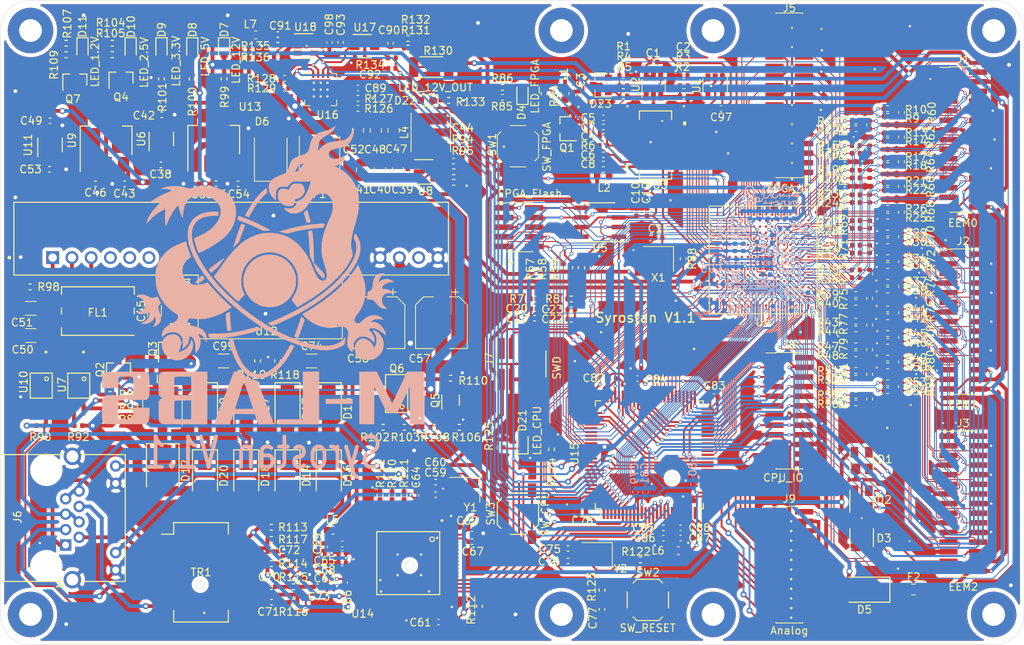
<source format=kicad_pcb>
(kicad_pcb (version 20171130) (host pcbnew 5.1.12-84ad8e8a86~92~ubuntu20.04.1)

  (general
    (thickness 1.6)
    (drawings 21)
    (tracks 4466)
    (zones 0)
    (modules 318)
    (nets 446)
  )

  (page A4)
  (layers
    (0 F.Cu signal)
    (1 In1.Cu power)
    (2 In2.Cu power)
    (31 B.Cu signal)
    (32 B.Adhes user)
    (33 F.Adhes user)
    (34 B.Paste user)
    (35 F.Paste user)
    (36 B.SilkS user)
    (37 F.SilkS user)
    (38 B.Mask user)
    (39 F.Mask user)
    (40 Dwgs.User user)
    (41 Cmts.User user)
    (42 Eco1.User user)
    (43 Eco2.User user)
    (44 Edge.Cuts user)
    (45 Margin user)
    (46 B.CrtYd user)
    (47 F.CrtYd user)
    (48 B.Fab user)
    (49 F.Fab user)
  )

  (setup
    (last_trace_width 0.254)
    (user_trace_width 0.127)
    (user_trace_width 0.254)
    (user_trace_width 0.381)
    (user_trace_width 0.508)
    (user_trace_width 0.762)
    (user_trace_width 1.016)
    (user_trace_width 1.27)
    (trace_clearance 0.0889)
    (zone_clearance 0.508)
    (zone_45_only no)
    (trace_min 0.1143)
    (via_size 0.45)
    (via_drill 0.25)
    (via_min_size 0.45)
    (via_min_drill 0.2)
    (user_via 0.45 0.25)
    (user_via 0.5 0.3)
    (user_via 0.8 0.5)
    (user_via 1 0.7)
    (user_via 1.3 1.152)
    (uvia_size 0.3)
    (uvia_drill 0.1)
    (uvias_allowed no)
    (uvia_min_size 0.25)
    (uvia_min_drill 0.1)
    (edge_width 0.05)
    (segment_width 0.127)
    (pcb_text_width 0.3)
    (pcb_text_size 1.5 1.5)
    (mod_edge_width 0.1524)
    (mod_text_size 1.016 1.016)
    (mod_text_width 0.1524)
    (pad_size 2.7 2.7)
    (pad_drill 0)
    (pad_to_mask_clearance 0)
    (aux_axis_origin 0 0)
    (grid_origin 83 57)
    (visible_elements 7FFFFFFF)
    (pcbplotparams
      (layerselection 0x010fc_ffffffff)
      (usegerberextensions false)
      (usegerberattributes true)
      (usegerberadvancedattributes true)
      (creategerberjobfile true)
      (excludeedgelayer true)
      (linewidth 0.100000)
      (plotframeref false)
      (viasonmask false)
      (mode 1)
      (useauxorigin false)
      (hpglpennumber 1)
      (hpglpenspeed 20)
      (hpglpendiameter 15.000000)
      (psnegative false)
      (psa4output false)
      (plotreference true)
      (plotvalue true)
      (plotinvisibletext false)
      (padsonsilk false)
      (subtractmaskfromsilk false)
      (outputformat 1)
      (mirror false)
      (drillshape 0)
      (scaleselection 1)
      (outputdirectory "FabricationOutput/"))
  )

  (net 0 "")
  (net 1 GND)
  (net 2 "Net-(C2-Pad1)")
  (net 3 /HighSpeedADC/+5VA)
  (net 4 /FPGA/GNDPLL0)
  (net 5 /FPGA/VCCPLL0)
  (net 6 /FPGA/GNDPLL1)
  (net 7 /FPGA/VCCPLL1)
  (net 8 +12V_OUT)
  (net 9 /CurrentSenser/12V_CURRENT)
  (net 10 +12V)
  (net 11 +3V3)
  (net 12 +2V5)
  (net 13 +1V2)
  (net 14 +5V)
  (net 15 /Ethernet/+3V3A)
  (net 16 "Net-(C44-Pad2)")
  (net 17 /MCU/+3V3A)
  (net 18 +3V3MP)
  (net 19 "Net-(D4-Pad2)")
  (net 20 "Net-(D4-Pad1)")
  (net 21 "Net-(D9-Pad2)")
  (net 22 "Net-(D10-Pad2)")
  (net 23 "Net-(D11-Pad2)")
  (net 24 /Ethernet/POE_VC-)
  (net 25 /Ethernet/POE_VC+)
  (net 26 "Net-(D17-Pad2)")
  (net 27 "Net-(D19-Pad2)")
  (net 28 "Net-(D21-Pad2)")
  (net 29 /FPGA_IO1)
  (net 30 /FPGA_IO3)
  (net 31 /FPGA_IO5)
  (net 32 /FPGA_IO7)
  (net 33 /FPGA_IO9)
  (net 34 /FPGA_IO11)
  (net 35 /FPGA_IO13)
  (net 36 /FPGA_IO15)
  (net 37 /FPGA_IO14)
  (net 38 /FPGA_IO12)
  (net 39 /FPGA_IO10)
  (net 40 /FPGA_IO8)
  (net 41 /FPGA_IO6)
  (net 42 /FPGA_IO4)
  (net 43 /FPGA_IO2)
  (net 44 /FPGA_IO0)
  (net 45 /MCU/CPU_SWCLK)
  (net 46 /MCU/CPU_SWDIO)
  (net 47 /MCU/CPU_UART4_TX)
  (net 48 /MCU/CPU_UART4_RX)
  (net 49 /MCU/CPU_PWM_CH1)
  (net 50 /MCU/CPU_PWM_CH2)
  (net 51 /MCU/CPU_PWM_CH3)
  (net 52 /MCU/CPU_PWM_CH4)
  (net 53 /MCU/CPU_IIC2_SDA)
  (net 54 /MCU/CPU_IIC2_SCL)
  (net 55 /MCU/CPU_UART1_RX)
  (net 56 /MCU/CPU_UART1_TX)
  (net 57 /MCU/CPU_SPI2_MOSI)
  (net 58 /MCU/CPU_SPI2_MISO)
  (net 59 /MCU/CPU_SPI2_SCK)
  (net 60 /MCU/CPU_SPI2_CS)
  (net 61 /MCU/CPU_DAC1)
  (net 62 /MCU/CPU_DAC0)
  (net 63 /MCU/CPU_ADC5)
  (net 64 /MCU/CPU_ADC4)
  (net 65 /MCU/CPU_ADC3)
  (net 66 /MCU/CPU_ADC2)
  (net 67 /MCU/CPU_ADC1)
  (net 68 /MCU/CPU_ADC0)
  (net 69 /CurrentSenser/12V_SW)
  (net 70 "Net-(Q1-Pad1)")
  (net 71 "Net-(Q2-Pad3)")
  (net 72 /MCU/CPU_RESET)
  (net 73 "Net-(Q7-Pad1)")
  (net 74 /MCU/CPU_POE_AT_EVENT)
  (net 75 /MCU/CPU_POE_SRC_STATUS)
  (net 76 /Ethernet/RJ45_LED_G)
  (net 77 /Ethernet/RJ45_LED_Y)
  (net 78 /CurrentSenser/+3V3A)
  (net 79 /EEM0_IIC_SCL)
  (net 80 /EEM0_IIC_SDA)
  (net 81 /EEM1_IIC_SCL)
  (net 82 /EEM1_IIC_SDA)
  (net 83 /EEM2_IIC_SCL)
  (net 84 /EEM2_IIC_SDA)
  (net 85 /EEM0_7_N)
  (net 86 /EEM0_6_P)
  (net 87 /EEM0_5_N)
  (net 88 /EEM0_4_P)
  (net 89 /EEM0_3_N)
  (net 90 /EEM0_2_P)
  (net 91 /EEM0_1_N)
  (net 92 /EEM0_0_P)
  (net 93 /EEM0_7_P)
  (net 94 /EEM0_6_N)
  (net 95 /EEM0_5_P)
  (net 96 /EEM0_4_N)
  (net 97 /EEM0_3_P)
  (net 98 /EEM0_2_N)
  (net 99 /EEM0_1_P)
  (net 100 /EEM0_0_N)
  (net 101 /EEM1_7_N)
  (net 102 /EEM1_6_P)
  (net 103 /EEM1_5_N)
  (net 104 /EEM1_4_P)
  (net 105 /EEM1_3_N)
  (net 106 /EEM1_2_P)
  (net 107 /EEM1_1_N)
  (net 108 /EEM1_0_P)
  (net 109 /EEM1_7_P)
  (net 110 /EEM1_6_N)
  (net 111 /EEM1_5_P)
  (net 112 /EEM1_4_N)
  (net 113 /EEM1_3_P)
  (net 114 /EEM1_2_N)
  (net 115 /EEM1_1_P)
  (net 116 /EEM1_0_N)
  (net 117 /EEM2_7_N)
  (net 118 /EEM2_6_P)
  (net 119 /EEM2_5_N)
  (net 120 /EEM2_4_P)
  (net 121 /EEM2_3_N)
  (net 122 /EEM2_2_P)
  (net 123 /EEM2_1_N)
  (net 124 /EEM2_0_P)
  (net 125 /EEM2_7_P)
  (net 126 /EEM2_6_N)
  (net 127 /EEM2_5_P)
  (net 128 /EEM2_4_N)
  (net 129 /EEM2_3_P)
  (net 130 /EEM2_2_N)
  (net 131 /EEM2_1_P)
  (net 132 /EEM2_0_N)
  (net 133 /CDONE)
  (net 134 /CRESET)
  (net 135 /SPI_CS)
  (net 136 /ENC_INT)
  (net 137 /ADC_D0)
  (net 138 /ADC_D1)
  (net 139 /ADC_D2)
  (net 140 /ADC_D3)
  (net 141 /ADC_D4)
  (net 142 /ADC_D5)
  (net 143 /ADC_D6)
  (net 144 /ADC_D7)
  (net 145 /ADC_CLK)
  (net 146 /FSMC_CLK)
  (net 147 /FSMC_D15)
  (net 148 /FSMC_D9)
  (net 149 /FSMC_D10)
  (net 150 /FSMC_D0)
  (net 151 /FSMC_A7)
  (net 152 /FSMC_NL)
  (net 153 /FSMC_NBL0)
  (net 154 /FSMC_D6)
  (net 155 /FSMC_D7)
  (net 156 /FSMC_D5)
  (net 157 /FSMC_D1)
  (net 158 /FSMC_A3)
  (net 159 /FSMC_A1)
  (net 160 /FSMC_NWAIT)
  (net 161 /FSMC_NOE)
  (net 162 /FSMC_D12)
  (net 163 /FSMC_D8)
  (net 164 /FSMC_D3)
  (net 165 /FSMC_A4)
  (net 166 /FSMC_A6)
  (net 167 /FSMC_A0)
  (net 168 /FSMC_NBL1)
  (net 169 /FSMC_D14)
  (net 170 /FSMC_D11)
  (net 171 /FSMC_D4)
  (net 172 /FSMC_A2)
  (net 173 /FSMC_D13)
  (net 174 /FSMC_D2)
  (net 175 /FSMC_A5)
  (net 176 /FSMC_NE1)
  (net 177 /FSMC_NWE)
  (net 178 /CSBSEL0)
  (net 179 /SPI_MOSI)
  (net 180 /SPI_MISO)
  (net 181 /CSBSEL1)
  (net 182 /SPI_SCK)
  (net 183 /SPI_ENC_CS)
  (net 184 "Net-(C7-Pad2)")
  (net 185 "Net-(D8-Pad2)")
  (net 186 "Net-(D10-Pad1)")
  (net 187 "Net-(D11-Pad1)")
  (net 188 "Net-(D21-Pad1)")
  (net 189 "Net-(D22-Pad1)")
  (net 190 "Net-(Q3-Pad1)")
  (net 191 "Net-(Q4-Pad1)")
  (net 192 "Net-(Q5-Pad6)")
  (net 193 "Net-(Q5-Pad2)")
  (net 194 "Net-(Q5-Pad3)")
  (net 195 "Net-(D22-Pad2)")
  (net 196 HSADC_IN)
  (net 197 "Net-(J6-Pad12)")
  (net 198 "Net-(J6-Pad10)")
  (net 199 "Net-(J6-Pad6)")
  (net 200 "Net-(J6-Pad2)")
  (net 201 "Net-(J6-Pad3)")
  (net 202 "Net-(J6-Pad1)")
  (net 203 "Net-(SW3-Pad2)")
  (net 204 /FPGA/LVDS0_0_P)
  (net 205 /FPGA/LVDS0_0_N)
  (net 206 /FPGA/LVDS0_1_P)
  (net 207 /FPGA/LVDS0_1_N)
  (net 208 /FPGA/LVDS0_2_P)
  (net 209 /FPGA/LVDS0_2_N)
  (net 210 /FPGA/LVDS0_3_P)
  (net 211 /FPGA/LVDS0_3_N)
  (net 212 /FPGA/LVDS0_4_P)
  (net 213 /FPGA/LVDS0_4_N)
  (net 214 /FPGA/LVDS0_5_P)
  (net 215 /FPGA/LVDS0_5_N)
  (net 216 /FPGA/LVDS0_6_P)
  (net 217 /FPGA/LVDS0_6_N)
  (net 218 /FPGA/LVDS0_7_P)
  (net 219 /FPGA/LVDS0_7_N)
  (net 220 /FPGA/LVDS1_0_P)
  (net 221 /FPGA/LVDS1_0_N)
  (net 222 /FPGA/LVDS1_1_P)
  (net 223 /FPGA/LVDS1_1_N)
  (net 224 /FPGA/LVDS1_2_P)
  (net 225 /FPGA/LVDS1_2_N)
  (net 226 /FPGA/LVDS1_3_P)
  (net 227 /FPGA/LVDS1_3_N)
  (net 228 /FPGA/LVDS1_4_P)
  (net 229 /FPGA/LVDS1_4_N)
  (net 230 /FPGA/LVDS1_5_P)
  (net 231 /FPGA/LVDS1_5_N)
  (net 232 /FPGA/LVDS1_6_P)
  (net 233 /FPGA/LVDS1_6_N)
  (net 234 /FPGA/LVDS1_7_P)
  (net 235 /FPGA/LVDS1_7_N)
  (net 236 /FPGA/LVDS2_0_P)
  (net 237 /FPGA/LVDS2_0_N)
  (net 238 /FPGA/LVDS2_1_P)
  (net 239 /FPGA/LVDS2_1_N)
  (net 240 /FPGA/LVDS2_2_P)
  (net 241 /FPGA/LVDS2_2_N)
  (net 242 /FPGA/LVDS2_3_P)
  (net 243 /FPGA/LVDS2_3_N)
  (net 244 /FPGA/LVDS2_4_P)
  (net 245 /FPGA/LVDS2_4_N)
  (net 246 /FPGA/LVDS2_5_P)
  (net 247 /FPGA/LVDS2_5_N)
  (net 248 /FPGA/LVDS2_6_P)
  (net 249 /FPGA/LVDS2_6_N)
  (net 250 /FPGA/LVDS2_7_P)
  (net 251 /FPGA/LVDS2_7_N)
  (net 252 /FPGA/FPGA_LED)
  (net 253 /FPGA/FPGA_KEY)
  (net 254 /IIC_SCL)
  (net 255 /IIC_SDA)
  (net 256 "Net-(R135-Pad2)")
  (net 257 +6V)
  (net 258 "Net-(R126-Pad1)")
  (net 259 /CurrentSenser/12V_OUT_FAULT)
  (net 260 "Net-(C4-Pad1)")
  (net 261 "Net-(C5-Pad1)")
  (net 262 "Net-(C8-Pad2)")
  (net 263 "Net-(C44-Pad1)")
  (net 264 "Net-(C45-Pad2)")
  (net 265 "Net-(C45-Pad1)")
  (net 266 "Net-(C47-Pad1)")
  (net 267 "Net-(C50-Pad2)")
  (net 268 "Net-(C51-Pad1)")
  (net 269 "Net-(C57-Pad1)")
  (net 270 "Net-(C59-Pad1)")
  (net 271 "Net-(C60-Pad1)")
  (net 272 "Net-(C67-Pad2)")
  (net 273 "Net-(C70-Pad2)")
  (net 274 "Net-(C70-Pad1)")
  (net 275 "Net-(C71-Pad2)")
  (net 276 "Net-(C71-Pad1)")
  (net 277 "Net-(C72-Pad1)")
  (net 278 "Net-(C73-Pad1)")
  (net 279 "Net-(C74-Pad1)")
  (net 280 "Net-(C75-Pad1)")
  (net 281 "Net-(C76-Pad1)")
  (net 282 "Net-(C77-Pad2)")
  (net 283 "Net-(C89-Pad1)")
  (net 284 "Net-(C90-Pad2)")
  (net 285 "Net-(C90-Pad1)")
  (net 286 "Net-(D7-Pad2)")
  (net 287 "Net-(R2-Pad1)")
  (net 288 "Net-(R3-Pad1)")
  (net 289 "Net-(R5-Pad2)")
  (net 290 "Net-(R87-Pad2)")
  (net 291 "Net-(R89-Pad1)")
  (net 292 "Net-(R94-Pad1)")
  (net 293 "Net-(R98-Pad2)")
  (net 294 "Net-(R111-Pad1)")
  (net 295 "Net-(R113-Pad1)")
  (net 296 "Net-(R114-Pad2)")
  (net 297 "Net-(R124-Pad1)")
  (net 298 "Net-(R127-Pad1)")
  (net 299 "Net-(R134-Pad2)")
  (net 300 "Net-(U10-Pad2)")
  (net 301 /MCU/CPU_ADC7)
  (net 302 /MCU/CPU_ADC6)
  (net 303 /CurrentSenser/12V_CURRENT_REF)
  (net 304 "Net-(D5-Pad1)")
  (net 305 "Net-(D23-Pad1)")
  (net 306 "Net-(J7-Pad06)")
  (net 307 "Net-(J7-Pad07)")
  (net 308 "Net-(J7-Pad08)")
  (net 309 "Net-(J7-Pad09)")
  (net 310 "Net-(J7-Pad10)")
  (net 311 "Net-(U4-PadT7)")
  (net 312 "Net-(U4-PadT6)")
  (net 313 "Net-(U4-PadR16)")
  (net 314 "Net-(U4-PadR15)")
  (net 315 "Net-(U4-PadR14)")
  (net 316 "Net-(U4-PadR4)")
  (net 317 "Net-(U4-PadP14)")
  (net 318 "Net-(U4-PadP10)")
  (net 319 "Net-(U4-PadP9)")
  (net 320 "Net-(U4-PadP8)")
  (net 321 "Net-(U4-PadP7)")
  (net 322 "Net-(U4-PadP6)")
  (net 323 "Net-(U4-PadP5)")
  (net 324 "Net-(U4-PadP4)")
  (net 325 "Net-(U4-PadN12)")
  (net 326 "Net-(U4-PadN10)")
  (net 327 "Net-(U4-PadN9)")
  (net 328 "Net-(U4-PadN7)")
  (net 329 "Net-(U4-PadN6)")
  (net 330 "Net-(U4-PadN5)")
  (net 331 "Net-(U4-PadN3)")
  (net 332 "Net-(U4-PadM14)")
  (net 333 "Net-(U4-PadM13)")
  (net 334 "Net-(U4-PadM12)")
  (net 335 "Net-(U4-PadM11)")
  (net 336 "Net-(U4-PadM9)")
  (net 337 "Net-(U4-PadM8)")
  (net 338 "Net-(U4-PadM7)")
  (net 339 "Net-(U4-PadM6)")
  (net 340 "Net-(U4-PadM3)")
  (net 341 "Net-(U4-PadL14)")
  (net 342 "Net-(U4-PadL13)")
  (net 343 "Net-(U4-PadL12)")
  (net 344 "Net-(U4-PadL11)")
  (net 345 "Net-(U4-PadL10)")
  (net 346 "Net-(U4-PadL9)")
  (net 347 "Net-(U4-PadL5)")
  (net 348 "Net-(U4-PadK14)")
  (net 349 "Net-(U4-PadK13)")
  (net 350 "Net-(U4-PadK12)")
  (net 351 "Net-(U4-PadJ16)")
  (net 352 "Net-(U4-PadJ14)")
  (net 353 "Net-(U4-PadJ13)")
  (net 354 "Net-(U4-PadJ12)")
  (net 355 "Net-(U4-PadJ11)")
  (net 356 "Net-(U4-PadJ10)")
  (net 357 "Net-(U4-PadH14)")
  (net 358 "Net-(U4-PadH13)")
  (net 359 "Net-(U4-PadH12)")
  (net 360 "Net-(U4-PadH11)")
  (net 361 "Net-(U4-PadG15)")
  (net 362 "Net-(U4-PadG13)")
  (net 363 "Net-(U4-PadG12)")
  (net 364 "Net-(U4-PadG11)")
  (net 365 "Net-(U4-PadG10)")
  (net 366 "Net-(U4-PadF15)")
  (net 367 "Net-(U4-PadF12)")
  (net 368 "Net-(U4-PadF9)")
  (net 369 "Net-(U4-PadE16)")
  (net 370 "Net-(U4-PadE14)")
  (net 371 "Net-(U4-PadE13)")
  (net 372 "Net-(U4-PadE11)")
  (net 373 "Net-(U4-PadE10)")
  (net 374 "Net-(U4-PadE9)")
  (net 375 "Net-(U4-PadE6)")
  (net 376 "Net-(U4-PadE5)")
  (net 377 "Net-(U4-PadD16)")
  (net 378 "Net-(U4-PadD14)")
  (net 379 "Net-(U4-PadD13)")
  (net 380 "Net-(U4-PadD12)")
  (net 381 "Net-(U4-PadD11)")
  (net 382 "Net-(U4-PadD10)")
  (net 383 "Net-(U4-PadD9)")
  (net 384 "Net-(U4-PadD8)")
  (net 385 "Net-(U4-PadD7)")
  (net 386 "Net-(U4-PadD6)")
  (net 387 "Net-(U4-PadD5)")
  (net 388 "Net-(U4-PadD4)")
  (net 389 "Net-(U4-PadD3)")
  (net 390 "Net-(U4-PadC6)")
  (net 391 "Net-(U4-PadC5)")
  (net 392 "Net-(U4-PadC4)")
  (net 393 "Net-(U4-PadB16)")
  (net 394 "Net-(U6-Pad4)")
  (net 395 "Net-(U11-Pad4)")
  (net 396 "Net-(U12-Pad4)")
  (net 397 "Net-(U12-Pad5)")
  (net 398 "Net-(U12-Pad9)")
  (net 399 "Net-(U12-Pad6)")
  (net 400 "Net-(U13-Pad2)")
  (net 401 "Net-(U14-Pad61)")
  (net 402 "Net-(U14-Pad60)")
  (net 403 "Net-(U14-Pad59)")
  (net 404 "Net-(U14-Pad58)")
  (net 405 "Net-(U14-Pad57)")
  (net 406 "Net-(U14-Pad56)")
  (net 407 "Net-(U14-Pad55)")
  (net 408 "Net-(U14-Pad54)")
  (net 409 "Net-(U14-Pad53)")
  (net 410 "Net-(U14-Pad48)")
  (net 411 "Net-(U14-Pad45)")
  (net 412 "Net-(U14-Pad44)")
  (net 413 "Net-(U14-Pad43)")
  (net 414 "Net-(U14-Pad42)")
  (net 415 "Net-(U14-Pad41)")
  (net 416 "Net-(U14-Pad40)")
  (net 417 "Net-(U14-Pad39)")
  (net 418 "Net-(U14-Pad38)")
  (net 419 "Net-(U14-Pad37)")
  (net 420 "Net-(U14-Pad36)")
  (net 421 "Net-(U14-Pad35)")
  (net 422 "Net-(U14-Pad33)")
  (net 423 "Net-(U14-Pad20)")
  (net 424 "Net-(U14-Pad19)")
  (net 425 "Net-(U14-Pad13)")
  (net 426 "Net-(U14-Pad12)")
  (net 427 "Net-(U14-Pad11)")
  (net 428 "Net-(U14-Pad10)")
  (net 429 "Net-(U14-Pad9)")
  (net 430 "Net-(U14-Pad8)")
  (net 431 "Net-(U14-Pad7)")
  (net 432 "Net-(U14-Pad6)")
  (net 433 "Net-(U14-Pad5)")
  (net 434 "Net-(U15-Pad18)")
  (net 435 "Net-(U15-Pad73)")
  (net 436 "Net-(U15-Pad83)")
  (net 437 "Net-(U16-Pad6)")
  (net 438 "Net-(U17-Pad6)")
  (net 439 "Net-(C74-Pad2)")
  (net 440 "Net-(C99-Pad2)")
  (net 441 "Net-(C99-Pad1)")
  (net 442 "Net-(R88-Pad2)")
  (net 443 /FPGA/FPGA_Clock)
  (net 444 "Net-(U4-PadP15)")
  (net 445 "Net-(U4-PadB13)")

  (net_class Default "This is the default net class."
    (clearance 0.0889)
    (trace_width 0.254)
    (via_dia 0.45)
    (via_drill 0.25)
    (uvia_dia 0.3)
    (uvia_drill 0.1)
    (diff_pair_width 0.127)
    (diff_pair_gap 0.1016)
    (add_net +12V)
    (add_net +12V_OUT)
    (add_net +1V2)
    (add_net +2V5)
    (add_net +3V3)
    (add_net +3V3MP)
    (add_net +5V)
    (add_net +6V)
    (add_net /ADC_CLK)
    (add_net /ADC_D0)
    (add_net /ADC_D1)
    (add_net /ADC_D2)
    (add_net /ADC_D3)
    (add_net /ADC_D4)
    (add_net /ADC_D5)
    (add_net /ADC_D6)
    (add_net /ADC_D7)
    (add_net /CDONE)
    (add_net /CRESET)
    (add_net /CSBSEL0)
    (add_net /CSBSEL1)
    (add_net /CurrentSenser/+3V3A)
    (add_net /CurrentSenser/12V_CURRENT)
    (add_net /CurrentSenser/12V_CURRENT_REF)
    (add_net /CurrentSenser/12V_OUT_FAULT)
    (add_net /CurrentSenser/12V_SW)
    (add_net /ENC_INT)
    (add_net /Ethernet/+3V3A)
    (add_net /Ethernet/POE_VC+)
    (add_net /Ethernet/POE_VC-)
    (add_net /Ethernet/RJ45_LED_G)
    (add_net /Ethernet/RJ45_LED_Y)
    (add_net /FPGA/FPGA_Clock)
    (add_net /FPGA/FPGA_KEY)
    (add_net /FPGA/FPGA_LED)
    (add_net /FPGA/GNDPLL0)
    (add_net /FPGA/GNDPLL1)
    (add_net /FPGA/VCCPLL0)
    (add_net /FPGA/VCCPLL1)
    (add_net /FPGA_IO0)
    (add_net /FPGA_IO1)
    (add_net /FPGA_IO10)
    (add_net /FPGA_IO11)
    (add_net /FPGA_IO12)
    (add_net /FPGA_IO13)
    (add_net /FPGA_IO14)
    (add_net /FPGA_IO15)
    (add_net /FPGA_IO2)
    (add_net /FPGA_IO3)
    (add_net /FPGA_IO4)
    (add_net /FPGA_IO5)
    (add_net /FPGA_IO6)
    (add_net /FPGA_IO7)
    (add_net /FPGA_IO8)
    (add_net /FPGA_IO9)
    (add_net /FSMC_A0)
    (add_net /FSMC_A1)
    (add_net /FSMC_A2)
    (add_net /FSMC_A3)
    (add_net /FSMC_A4)
    (add_net /FSMC_A5)
    (add_net /FSMC_A6)
    (add_net /FSMC_A7)
    (add_net /FSMC_CLK)
    (add_net /FSMC_D0)
    (add_net /FSMC_D1)
    (add_net /FSMC_D10)
    (add_net /FSMC_D11)
    (add_net /FSMC_D12)
    (add_net /FSMC_D13)
    (add_net /FSMC_D14)
    (add_net /FSMC_D15)
    (add_net /FSMC_D2)
    (add_net /FSMC_D3)
    (add_net /FSMC_D4)
    (add_net /FSMC_D5)
    (add_net /FSMC_D6)
    (add_net /FSMC_D7)
    (add_net /FSMC_D8)
    (add_net /FSMC_D9)
    (add_net /FSMC_NBL0)
    (add_net /FSMC_NBL1)
    (add_net /FSMC_NE1)
    (add_net /FSMC_NL)
    (add_net /FSMC_NOE)
    (add_net /FSMC_NWAIT)
    (add_net /FSMC_NWE)
    (add_net /HighSpeedADC/+5VA)
    (add_net /IIC_SCL)
    (add_net /IIC_SDA)
    (add_net /MCU/+3V3A)
    (add_net /MCU/CPU_ADC0)
    (add_net /MCU/CPU_ADC1)
    (add_net /MCU/CPU_ADC2)
    (add_net /MCU/CPU_ADC3)
    (add_net /MCU/CPU_ADC4)
    (add_net /MCU/CPU_ADC5)
    (add_net /MCU/CPU_ADC6)
    (add_net /MCU/CPU_ADC7)
    (add_net /MCU/CPU_DAC0)
    (add_net /MCU/CPU_DAC1)
    (add_net /MCU/CPU_IIC2_SCL)
    (add_net /MCU/CPU_IIC2_SDA)
    (add_net /MCU/CPU_POE_AT_EVENT)
    (add_net /MCU/CPU_POE_SRC_STATUS)
    (add_net /MCU/CPU_PWM_CH1)
    (add_net /MCU/CPU_PWM_CH2)
    (add_net /MCU/CPU_PWM_CH3)
    (add_net /MCU/CPU_PWM_CH4)
    (add_net /MCU/CPU_RESET)
    (add_net /MCU/CPU_SPI2_CS)
    (add_net /MCU/CPU_SPI2_MISO)
    (add_net /MCU/CPU_SPI2_MOSI)
    (add_net /MCU/CPU_SPI2_SCK)
    (add_net /MCU/CPU_SWCLK)
    (add_net /MCU/CPU_SWDIO)
    (add_net /MCU/CPU_UART1_RX)
    (add_net /MCU/CPU_UART1_TX)
    (add_net /MCU/CPU_UART4_RX)
    (add_net /MCU/CPU_UART4_TX)
    (add_net /SPI_CS)
    (add_net /SPI_ENC_CS)
    (add_net /SPI_MISO)
    (add_net /SPI_MOSI)
    (add_net /SPI_SCK)
    (add_net GND)
    (add_net HSADC_IN)
    (add_net "Net-(C2-Pad1)")
    (add_net "Net-(C4-Pad1)")
    (add_net "Net-(C44-Pad1)")
    (add_net "Net-(C44-Pad2)")
    (add_net "Net-(C45-Pad1)")
    (add_net "Net-(C45-Pad2)")
    (add_net "Net-(C47-Pad1)")
    (add_net "Net-(C5-Pad1)")
    (add_net "Net-(C50-Pad2)")
    (add_net "Net-(C51-Pad1)")
    (add_net "Net-(C57-Pad1)")
    (add_net "Net-(C59-Pad1)")
    (add_net "Net-(C60-Pad1)")
    (add_net "Net-(C67-Pad2)")
    (add_net "Net-(C7-Pad2)")
    (add_net "Net-(C70-Pad1)")
    (add_net "Net-(C70-Pad2)")
    (add_net "Net-(C71-Pad1)")
    (add_net "Net-(C71-Pad2)")
    (add_net "Net-(C72-Pad1)")
    (add_net "Net-(C73-Pad1)")
    (add_net "Net-(C74-Pad1)")
    (add_net "Net-(C74-Pad2)")
    (add_net "Net-(C75-Pad1)")
    (add_net "Net-(C76-Pad1)")
    (add_net "Net-(C77-Pad2)")
    (add_net "Net-(C8-Pad2)")
    (add_net "Net-(C89-Pad1)")
    (add_net "Net-(C90-Pad1)")
    (add_net "Net-(C90-Pad2)")
    (add_net "Net-(C99-Pad1)")
    (add_net "Net-(C99-Pad2)")
    (add_net "Net-(D10-Pad1)")
    (add_net "Net-(D10-Pad2)")
    (add_net "Net-(D11-Pad1)")
    (add_net "Net-(D11-Pad2)")
    (add_net "Net-(D17-Pad2)")
    (add_net "Net-(D19-Pad2)")
    (add_net "Net-(D21-Pad1)")
    (add_net "Net-(D21-Pad2)")
    (add_net "Net-(D22-Pad1)")
    (add_net "Net-(D22-Pad2)")
    (add_net "Net-(D23-Pad1)")
    (add_net "Net-(D4-Pad1)")
    (add_net "Net-(D4-Pad2)")
    (add_net "Net-(D5-Pad1)")
    (add_net "Net-(D7-Pad2)")
    (add_net "Net-(D8-Pad2)")
    (add_net "Net-(D9-Pad2)")
    (add_net "Net-(J6-Pad1)")
    (add_net "Net-(J6-Pad10)")
    (add_net "Net-(J6-Pad12)")
    (add_net "Net-(J6-Pad2)")
    (add_net "Net-(J6-Pad3)")
    (add_net "Net-(J6-Pad6)")
    (add_net "Net-(J7-Pad06)")
    (add_net "Net-(J7-Pad07)")
    (add_net "Net-(J7-Pad08)")
    (add_net "Net-(J7-Pad09)")
    (add_net "Net-(J7-Pad10)")
    (add_net "Net-(Q1-Pad1)")
    (add_net "Net-(Q2-Pad3)")
    (add_net "Net-(Q3-Pad1)")
    (add_net "Net-(Q4-Pad1)")
    (add_net "Net-(Q5-Pad2)")
    (add_net "Net-(Q5-Pad3)")
    (add_net "Net-(Q5-Pad6)")
    (add_net "Net-(Q7-Pad1)")
    (add_net "Net-(R111-Pad1)")
    (add_net "Net-(R113-Pad1)")
    (add_net "Net-(R114-Pad2)")
    (add_net "Net-(R124-Pad1)")
    (add_net "Net-(R126-Pad1)")
    (add_net "Net-(R127-Pad1)")
    (add_net "Net-(R134-Pad2)")
    (add_net "Net-(R135-Pad2)")
    (add_net "Net-(R2-Pad1)")
    (add_net "Net-(R3-Pad1)")
    (add_net "Net-(R5-Pad2)")
    (add_net "Net-(R87-Pad2)")
    (add_net "Net-(R88-Pad2)")
    (add_net "Net-(R89-Pad1)")
    (add_net "Net-(R94-Pad1)")
    (add_net "Net-(R98-Pad2)")
    (add_net "Net-(SW3-Pad2)")
    (add_net "Net-(U10-Pad2)")
    (add_net "Net-(U11-Pad4)")
    (add_net "Net-(U12-Pad4)")
    (add_net "Net-(U12-Pad5)")
    (add_net "Net-(U12-Pad6)")
    (add_net "Net-(U12-Pad9)")
    (add_net "Net-(U13-Pad2)")
    (add_net "Net-(U14-Pad10)")
    (add_net "Net-(U14-Pad11)")
    (add_net "Net-(U14-Pad12)")
    (add_net "Net-(U14-Pad13)")
    (add_net "Net-(U14-Pad19)")
    (add_net "Net-(U14-Pad20)")
    (add_net "Net-(U14-Pad33)")
    (add_net "Net-(U14-Pad35)")
    (add_net "Net-(U14-Pad36)")
    (add_net "Net-(U14-Pad37)")
    (add_net "Net-(U14-Pad38)")
    (add_net "Net-(U14-Pad39)")
    (add_net "Net-(U14-Pad40)")
    (add_net "Net-(U14-Pad41)")
    (add_net "Net-(U14-Pad42)")
    (add_net "Net-(U14-Pad43)")
    (add_net "Net-(U14-Pad44)")
    (add_net "Net-(U14-Pad45)")
    (add_net "Net-(U14-Pad48)")
    (add_net "Net-(U14-Pad5)")
    (add_net "Net-(U14-Pad53)")
    (add_net "Net-(U14-Pad54)")
    (add_net "Net-(U14-Pad55)")
    (add_net "Net-(U14-Pad56)")
    (add_net "Net-(U14-Pad57)")
    (add_net "Net-(U14-Pad58)")
    (add_net "Net-(U14-Pad59)")
    (add_net "Net-(U14-Pad6)")
    (add_net "Net-(U14-Pad60)")
    (add_net "Net-(U14-Pad61)")
    (add_net "Net-(U14-Pad7)")
    (add_net "Net-(U14-Pad8)")
    (add_net "Net-(U14-Pad9)")
    (add_net "Net-(U15-Pad18)")
    (add_net "Net-(U15-Pad73)")
    (add_net "Net-(U15-Pad83)")
    (add_net "Net-(U16-Pad6)")
    (add_net "Net-(U17-Pad6)")
    (add_net "Net-(U4-PadB13)")
    (add_net "Net-(U4-PadB16)")
    (add_net "Net-(U4-PadC4)")
    (add_net "Net-(U4-PadC5)")
    (add_net "Net-(U4-PadC6)")
    (add_net "Net-(U4-PadD10)")
    (add_net "Net-(U4-PadD11)")
    (add_net "Net-(U4-PadD12)")
    (add_net "Net-(U4-PadD13)")
    (add_net "Net-(U4-PadD14)")
    (add_net "Net-(U4-PadD16)")
    (add_net "Net-(U4-PadD3)")
    (add_net "Net-(U4-PadD4)")
    (add_net "Net-(U4-PadD5)")
    (add_net "Net-(U4-PadD6)")
    (add_net "Net-(U4-PadD7)")
    (add_net "Net-(U4-PadD8)")
    (add_net "Net-(U4-PadD9)")
    (add_net "Net-(U4-PadE10)")
    (add_net "Net-(U4-PadE11)")
    (add_net "Net-(U4-PadE13)")
    (add_net "Net-(U4-PadE14)")
    (add_net "Net-(U4-PadE16)")
    (add_net "Net-(U4-PadE5)")
    (add_net "Net-(U4-PadE6)")
    (add_net "Net-(U4-PadE9)")
    (add_net "Net-(U4-PadF12)")
    (add_net "Net-(U4-PadF15)")
    (add_net "Net-(U4-PadF9)")
    (add_net "Net-(U4-PadG10)")
    (add_net "Net-(U4-PadG11)")
    (add_net "Net-(U4-PadG12)")
    (add_net "Net-(U4-PadG13)")
    (add_net "Net-(U4-PadG15)")
    (add_net "Net-(U4-PadH11)")
    (add_net "Net-(U4-PadH12)")
    (add_net "Net-(U4-PadH13)")
    (add_net "Net-(U4-PadH14)")
    (add_net "Net-(U4-PadJ10)")
    (add_net "Net-(U4-PadJ11)")
    (add_net "Net-(U4-PadJ12)")
    (add_net "Net-(U4-PadJ13)")
    (add_net "Net-(U4-PadJ14)")
    (add_net "Net-(U4-PadJ16)")
    (add_net "Net-(U4-PadK12)")
    (add_net "Net-(U4-PadK13)")
    (add_net "Net-(U4-PadK14)")
    (add_net "Net-(U4-PadL10)")
    (add_net "Net-(U4-PadL11)")
    (add_net "Net-(U4-PadL12)")
    (add_net "Net-(U4-PadL13)")
    (add_net "Net-(U4-PadL14)")
    (add_net "Net-(U4-PadL5)")
    (add_net "Net-(U4-PadL9)")
    (add_net "Net-(U4-PadM11)")
    (add_net "Net-(U4-PadM12)")
    (add_net "Net-(U4-PadM13)")
    (add_net "Net-(U4-PadM14)")
    (add_net "Net-(U4-PadM3)")
    (add_net "Net-(U4-PadM6)")
    (add_net "Net-(U4-PadM7)")
    (add_net "Net-(U4-PadM8)")
    (add_net "Net-(U4-PadM9)")
    (add_net "Net-(U4-PadN10)")
    (add_net "Net-(U4-PadN12)")
    (add_net "Net-(U4-PadN3)")
    (add_net "Net-(U4-PadN5)")
    (add_net "Net-(U4-PadN6)")
    (add_net "Net-(U4-PadN7)")
    (add_net "Net-(U4-PadN9)")
    (add_net "Net-(U4-PadP10)")
    (add_net "Net-(U4-PadP14)")
    (add_net "Net-(U4-PadP15)")
    (add_net "Net-(U4-PadP4)")
    (add_net "Net-(U4-PadP5)")
    (add_net "Net-(U4-PadP6)")
    (add_net "Net-(U4-PadP7)")
    (add_net "Net-(U4-PadP8)")
    (add_net "Net-(U4-PadP9)")
    (add_net "Net-(U4-PadR14)")
    (add_net "Net-(U4-PadR15)")
    (add_net "Net-(U4-PadR16)")
    (add_net "Net-(U4-PadR4)")
    (add_net "Net-(U4-PadT6)")
    (add_net "Net-(U4-PadT7)")
    (add_net "Net-(U6-Pad4)")
  )

  (net_class Diff_In ""
    (clearance 0.0889)
    (trace_width 0.1524)
    (via_dia 0.8)
    (via_drill 0.4)
    (uvia_dia 0.3)
    (uvia_drill 0.1)
    (diff_pair_width 0.1143)
    (diff_pair_gap 0.1524)
  )

  (net_class Diff_Out ""
    (clearance 0.0889)
    (trace_width 0.127)
    (via_dia 0.8)
    (via_drill 0.4)
    (uvia_dia 0.3)
    (uvia_drill 0.1)
    (diff_pair_width 0.127)
    (diff_pair_gap 0.127)
    (add_net /EEM0_0_N)
    (add_net /EEM0_0_P)
    (add_net /EEM0_1_N)
    (add_net /EEM0_1_P)
    (add_net /EEM0_2_N)
    (add_net /EEM0_2_P)
    (add_net /EEM0_3_N)
    (add_net /EEM0_3_P)
    (add_net /EEM0_4_N)
    (add_net /EEM0_4_P)
    (add_net /EEM0_5_N)
    (add_net /EEM0_5_P)
    (add_net /EEM0_6_N)
    (add_net /EEM0_6_P)
    (add_net /EEM0_7_N)
    (add_net /EEM0_7_P)
    (add_net /EEM0_IIC_SCL)
    (add_net /EEM0_IIC_SDA)
    (add_net /EEM1_0_N)
    (add_net /EEM1_0_P)
    (add_net /EEM1_1_N)
    (add_net /EEM1_1_P)
    (add_net /EEM1_2_N)
    (add_net /EEM1_2_P)
    (add_net /EEM1_3_N)
    (add_net /EEM1_3_P)
    (add_net /EEM1_4_N)
    (add_net /EEM1_4_P)
    (add_net /EEM1_5_N)
    (add_net /EEM1_5_P)
    (add_net /EEM1_6_N)
    (add_net /EEM1_6_P)
    (add_net /EEM1_7_N)
    (add_net /EEM1_7_P)
    (add_net /EEM1_IIC_SCL)
    (add_net /EEM1_IIC_SDA)
    (add_net /EEM2_0_N)
    (add_net /EEM2_0_P)
    (add_net /EEM2_1_N)
    (add_net /EEM2_1_P)
    (add_net /EEM2_2_N)
    (add_net /EEM2_2_P)
    (add_net /EEM2_3_N)
    (add_net /EEM2_3_P)
    (add_net /EEM2_4_N)
    (add_net /EEM2_4_P)
    (add_net /EEM2_5_N)
    (add_net /EEM2_5_P)
    (add_net /EEM2_6_N)
    (add_net /EEM2_6_P)
    (add_net /EEM2_7_N)
    (add_net /EEM2_7_P)
    (add_net /EEM2_IIC_SCL)
    (add_net /EEM2_IIC_SDA)
    (add_net /FPGA/LVDS0_0_N)
    (add_net /FPGA/LVDS0_0_P)
    (add_net /FPGA/LVDS0_1_N)
    (add_net /FPGA/LVDS0_1_P)
    (add_net /FPGA/LVDS0_2_N)
    (add_net /FPGA/LVDS0_2_P)
    (add_net /FPGA/LVDS0_3_N)
    (add_net /FPGA/LVDS0_3_P)
    (add_net /FPGA/LVDS0_4_N)
    (add_net /FPGA/LVDS0_4_P)
    (add_net /FPGA/LVDS0_5_N)
    (add_net /FPGA/LVDS0_5_P)
    (add_net /FPGA/LVDS0_6_N)
    (add_net /FPGA/LVDS0_6_P)
    (add_net /FPGA/LVDS0_7_N)
    (add_net /FPGA/LVDS0_7_P)
    (add_net /FPGA/LVDS1_0_N)
    (add_net /FPGA/LVDS1_0_P)
    (add_net /FPGA/LVDS1_1_N)
    (add_net /FPGA/LVDS1_1_P)
    (add_net /FPGA/LVDS1_2_N)
    (add_net /FPGA/LVDS1_2_P)
    (add_net /FPGA/LVDS1_3_N)
    (add_net /FPGA/LVDS1_3_P)
    (add_net /FPGA/LVDS1_4_N)
    (add_net /FPGA/LVDS1_4_P)
    (add_net /FPGA/LVDS1_5_N)
    (add_net /FPGA/LVDS1_5_P)
    (add_net /FPGA/LVDS1_6_N)
    (add_net /FPGA/LVDS1_6_P)
    (add_net /FPGA/LVDS1_7_N)
    (add_net /FPGA/LVDS1_7_P)
    (add_net /FPGA/LVDS2_0_N)
    (add_net /FPGA/LVDS2_0_P)
    (add_net /FPGA/LVDS2_1_N)
    (add_net /FPGA/LVDS2_1_P)
    (add_net /FPGA/LVDS2_2_N)
    (add_net /FPGA/LVDS2_2_P)
    (add_net /FPGA/LVDS2_3_N)
    (add_net /FPGA/LVDS2_3_P)
    (add_net /FPGA/LVDS2_4_N)
    (add_net /FPGA/LVDS2_4_P)
    (add_net /FPGA/LVDS2_5_N)
    (add_net /FPGA/LVDS2_5_P)
    (add_net /FPGA/LVDS2_6_N)
    (add_net /FPGA/LVDS2_6_P)
    (add_net /FPGA/LVDS2_7_N)
    (add_net /FPGA/LVDS2_7_P)
  )

  (module Connector_PinHeader_1.27mm:PinHeader_2x17_P1.27mm_Vertical_SMD (layer F.Cu) (tedit 59FED6E3) (tstamp 62005B8B)
    (at 183.052 65.55 180)
    (descr "surface-mounted straight pin header, 2x17, 1.27mm pitch, double rows")
    (tags "Surface mounted pin header SMD 2x17 1.27mm double row")
    (path /60CB9D41/6214914E)
    (attr smd)
    (fp_text reference J5 (at -0.02 11.51) (layer F.SilkS)
      (effects (font (size 1 1) (thickness 0.15)))
    )
    (fp_text value FPGA_IO (at -0.02 -12.27) (layer F.SilkS)
      (effects (font (size 1 1) (thickness 0.15)))
    )
    (fp_line (start 4.3 -11.3) (end -4.3 -11.3) (layer F.CrtYd) (width 0.05))
    (fp_line (start 4.3 11.3) (end 4.3 -11.3) (layer F.CrtYd) (width 0.05))
    (fp_line (start -4.3 11.3) (end 4.3 11.3) (layer F.CrtYd) (width 0.05))
    (fp_line (start -4.3 -11.3) (end -4.3 11.3) (layer F.CrtYd) (width 0.05))
    (fp_line (start 1.765 10.79) (end 1.765 10.855) (layer F.SilkS) (width 0.12))
    (fp_line (start -1.765 10.79) (end -1.765 10.855) (layer F.SilkS) (width 0.12))
    (fp_line (start 1.765 -10.855) (end 1.765 -10.79) (layer F.SilkS) (width 0.12))
    (fp_line (start -1.765 -10.855) (end -1.765 -10.79) (layer F.SilkS) (width 0.12))
    (fp_line (start -3.09 -10.79) (end -1.765 -10.79) (layer F.SilkS) (width 0.12))
    (fp_line (start -1.765 10.855) (end 1.765 10.855) (layer F.SilkS) (width 0.12))
    (fp_line (start -1.765 -10.855) (end 1.765 -10.855) (layer F.SilkS) (width 0.12))
    (fp_line (start 2.75 10.36) (end 1.705 10.36) (layer F.Fab) (width 0.1))
    (fp_line (start 2.75 9.96) (end 2.75 10.36) (layer F.Fab) (width 0.1))
    (fp_line (start 1.705 9.96) (end 2.75 9.96) (layer F.Fab) (width 0.1))
    (fp_line (start -2.75 10.36) (end -1.705 10.36) (layer F.Fab) (width 0.1))
    (fp_line (start -2.75 9.96) (end -2.75 10.36) (layer F.Fab) (width 0.1))
    (fp_line (start -1.705 9.96) (end -2.75 9.96) (layer F.Fab) (width 0.1))
    (fp_line (start 2.75 9.09) (end 1.705 9.09) (layer F.Fab) (width 0.1))
    (fp_line (start 2.75 8.69) (end 2.75 9.09) (layer F.Fab) (width 0.1))
    (fp_line (start 1.705 8.69) (end 2.75 8.69) (layer F.Fab) (width 0.1))
    (fp_line (start -2.75 9.09) (end -1.705 9.09) (layer F.Fab) (width 0.1))
    (fp_line (start -2.75 8.69) (end -2.75 9.09) (layer F.Fab) (width 0.1))
    (fp_line (start -1.705 8.69) (end -2.75 8.69) (layer F.Fab) (width 0.1))
    (fp_line (start 2.75 7.82) (end 1.705 7.82) (layer F.Fab) (width 0.1))
    (fp_line (start 2.75 7.42) (end 2.75 7.82) (layer F.Fab) (width 0.1))
    (fp_line (start 1.705 7.42) (end 2.75 7.42) (layer F.Fab) (width 0.1))
    (fp_line (start -2.75 7.82) (end -1.705 7.82) (layer F.Fab) (width 0.1))
    (fp_line (start -2.75 7.42) (end -2.75 7.82) (layer F.Fab) (width 0.1))
    (fp_line (start -1.705 7.42) (end -2.75 7.42) (layer F.Fab) (width 0.1))
    (fp_line (start 2.75 6.55) (end 1.705 6.55) (layer F.Fab) (width 0.1))
    (fp_line (start 2.75 6.15) (end 2.75 6.55) (layer F.Fab) (width 0.1))
    (fp_line (start 1.705 6.15) (end 2.75 6.15) (layer F.Fab) (width 0.1))
    (fp_line (start -2.75 6.55) (end -1.705 6.55) (layer F.Fab) (width 0.1))
    (fp_line (start -2.75 6.15) (end -2.75 6.55) (layer F.Fab) (width 0.1))
    (fp_line (start -1.705 6.15) (end -2.75 6.15) (layer F.Fab) (width 0.1))
    (fp_line (start 2.75 5.28) (end 1.705 5.28) (layer F.Fab) (width 0.1))
    (fp_line (start 2.75 4.88) (end 2.75 5.28) (layer F.Fab) (width 0.1))
    (fp_line (start 1.705 4.88) (end 2.75 4.88) (layer F.Fab) (width 0.1))
    (fp_line (start -2.75 5.28) (end -1.705 5.28) (layer F.Fab) (width 0.1))
    (fp_line (start -2.75 4.88) (end -2.75 5.28) (layer F.Fab) (width 0.1))
    (fp_line (start -1.705 4.88) (end -2.75 4.88) (layer F.Fab) (width 0.1))
    (fp_line (start 2.75 4.01) (end 1.705 4.01) (layer F.Fab) (width 0.1))
    (fp_line (start 2.75 3.61) (end 2.75 4.01) (layer F.Fab) (width 0.1))
    (fp_line (start 1.705 3.61) (end 2.75 3.61) (layer F.Fab) (width 0.1))
    (fp_line (start -2.75 4.01) (end -1.705 4.01) (layer F.Fab) (width 0.1))
    (fp_line (start -2.75 3.61) (end -2.75 4.01) (layer F.Fab) (width 0.1))
    (fp_line (start -1.705 3.61) (end -2.75 3.61) (layer F.Fab) (width 0.1))
    (fp_line (start 2.75 2.74) (end 1.705 2.74) (layer F.Fab) (width 0.1))
    (fp_line (start 2.75 2.34) (end 2.75 2.74) (layer F.Fab) (width 0.1))
    (fp_line (start 1.705 2.34) (end 2.75 2.34) (layer F.Fab) (width 0.1))
    (fp_line (start -2.75 2.74) (end -1.705 2.74) (layer F.Fab) (width 0.1))
    (fp_line (start -2.75 2.34) (end -2.75 2.74) (layer F.Fab) (width 0.1))
    (fp_line (start -1.705 2.34) (end -2.75 2.34) (layer F.Fab) (width 0.1))
    (fp_line (start 2.75 1.47) (end 1.705 1.47) (layer F.Fab) (width 0.1))
    (fp_line (start 2.75 1.07) (end 2.75 1.47) (layer F.Fab) (width 0.1))
    (fp_line (start 1.705 1.07) (end 2.75 1.07) (layer F.Fab) (width 0.1))
    (fp_line (start -2.75 1.47) (end -1.705 1.47) (layer F.Fab) (width 0.1))
    (fp_line (start -2.75 1.07) (end -2.75 1.47) (layer F.Fab) (width 0.1))
    (fp_line (start -1.705 1.07) (end -2.75 1.07) (layer F.Fab) (width 0.1))
    (fp_line (start 2.75 0.2) (end 1.705 0.2) (layer F.Fab) (width 0.1))
    (fp_line (start 2.75 -0.2) (end 2.75 0.2) (layer F.Fab) (width 0.1))
    (fp_line (start 1.705 -0.2) (end 2.75 -0.2) (layer F.Fab) (width 0.1))
    (fp_line (start -2.75 0.2) (end -1.705 0.2) (layer F.Fab) (width 0.1))
    (fp_line (start -2.75 -0.2) (end -2.75 0.2) (layer F.Fab) (width 0.1))
    (fp_line (start -1.705 -0.2) (end -2.75 -0.2) (layer F.Fab) (width 0.1))
    (fp_line (start 2.75 -1.07) (end 1.705 -1.07) (layer F.Fab) (width 0.1))
    (fp_line (start 2.75 -1.47) (end 2.75 -1.07) (layer F.Fab) (width 0.1))
    (fp_line (start 1.705 -1.47) (end 2.75 -1.47) (layer F.Fab) (width 0.1))
    (fp_line (start -2.75 -1.07) (end -1.705 -1.07) (layer F.Fab) (width 0.1))
    (fp_line (start -2.75 -1.47) (end -2.75 -1.07) (layer F.Fab) (width 0.1))
    (fp_line (start -1.705 -1.47) (end -2.75 -1.47) (layer F.Fab) (width 0.1))
    (fp_line (start 2.75 -2.34) (end 1.705 -2.34) (layer F.Fab) (width 0.1))
    (fp_line (start 2.75 -2.74) (end 2.75 -2.34) (layer F.Fab) (width 0.1))
    (fp_line (start 1.705 -2.74) (end 2.75 -2.74) (layer F.Fab) (width 0.1))
    (fp_line (start -2.75 -2.34) (end -1.705 -2.34) (layer F.Fab) (width 0.1))
    (fp_line (start -2.75 -2.74) (end -2.75 -2.34) (layer F.Fab) (width 0.1))
    (fp_line (start -1.705 -2.74) (end -2.75 -2.74) (layer F.Fab) (width 0.1))
    (fp_line (start 2.75 -3.61) (end 1.705 -3.61) (layer F.Fab) (width 0.1))
    (fp_line (start 2.75 -4.01) (end 2.75 -3.61) (layer F.Fab) (width 0.1))
    (fp_line (start 1.705 -4.01) (end 2.75 -4.01) (layer F.Fab) (width 0.1))
    (fp_line (start -2.75 -3.61) (end -1.705 -3.61) (layer F.Fab) (width 0.1))
    (fp_line (start -2.75 -4.01) (end -2.75 -3.61) (layer F.Fab) (width 0.1))
    (fp_line (start -1.705 -4.01) (end -2.75 -4.01) (layer F.Fab) (width 0.1))
    (fp_line (start 2.75 -4.88) (end 1.705 -4.88) (layer F.Fab) (width 0.1))
    (fp_line (start 2.75 -5.28) (end 2.75 -4.88) (layer F.Fab) (width 0.1))
    (fp_line (start 1.705 -5.28) (end 2.75 -5.28) (layer F.Fab) (width 0.1))
    (fp_line (start -2.75 -4.88) (end -1.705 -4.88) (layer F.Fab) (width 0.1))
    (fp_line (start -2.75 -5.28) (end -2.75 -4.88) (layer F.Fab) (width 0.1))
    (fp_line (start -1.705 -5.28) (end -2.75 -5.28) (layer F.Fab) (width 0.1))
    (fp_line (start 2.75 -6.15) (end 1.705 -6.15) (layer F.Fab) (width 0.1))
    (fp_line (start 2.75 -6.55) (end 2.75 -6.15) (layer F.Fab) (width 0.1))
    (fp_line (start 1.705 -6.55) (end 2.75 -6.55) (layer F.Fab) (width 0.1))
    (fp_line (start -2.75 -6.15) (end -1.705 -6.15) (layer F.Fab) (width 0.1))
    (fp_line (start -2.75 -6.55) (end -2.75 -6.15) (layer F.Fab) (width 0.1))
    (fp_line (start -1.705 -6.55) (end -2.75 -6.55) (layer F.Fab) (width 0.1))
    (fp_line (start 2.75 -7.42) (end 1.705 -7.42) (layer F.Fab) (width 0.1))
    (fp_line (start 2.75 -7.82) (end 2.75 -7.42) (layer F.Fab) (width 0.1))
    (fp_line (start 1.705 -7.82) (end 2.75 -7.82) (layer F.Fab) (width 0.1))
    (fp_line (start -2.75 -7.42) (end -1.705 -7.42) (layer F.Fab) (width 0.1))
    (fp_line (start -2.75 -7.82) (end -2.75 -7.42) (layer F.Fab) (width 0.1))
    (fp_line (start -1.705 -7.82) (end -2.75 -7.82) (layer F.Fab) (width 0.1))
    (fp_line (start 2.75 -8.69) (end 1.705 -8.69) (layer F.Fab) (width 0.1))
    (fp_line (start 2.75 -9.09) (end 2.75 -8.69) (layer F.Fab) (width 0.1))
    (fp_line (start 1.705 -9.09) (end 2.75 -9.09) (layer F.Fab) (width 0.1))
    (fp_line (start -2.75 -8.69) (end -1.705 -8.69) (layer F.Fab) (width 0.1))
    (fp_line (start -2.75 -9.09) (end -2.75 -8.69) (layer F.Fab) (width 0.1))
    (fp_line (start -1.705 -9.09) (end -2.75 -9.09) (layer F.Fab) (width 0.1))
    (fp_line (start 2.75 -9.96) (end 1.705 -9.96) (layer F.Fab) (width 0.1))
    (fp_line (start 2.75 -10.36) (end 2.75 -9.96) (layer F.Fab) (width 0.1))
    (fp_line (start 1.705 -10.36) (end 2.75 -10.36) (layer F.Fab) (width 0.1))
    (fp_line (start -2.75 -9.96) (end -1.705 -9.96) (layer F.Fab) (width 0.1))
    (fp_line (start -2.75 -10.36) (end -2.75 -9.96) (layer F.Fab) (width 0.1))
    (fp_line (start -1.705 -10.36) (end -2.75 -10.36) (layer F.Fab) (width 0.1))
    (fp_line (start 1.705 -10.795) (end 1.705 10.795) (layer F.Fab) (width 0.1))
    (fp_line (start -1.705 -10.36) (end -1.27 -10.795) (layer F.Fab) (width 0.1))
    (fp_line (start -1.705 10.795) (end -1.705 -10.36) (layer F.Fab) (width 0.1))
    (fp_line (start -1.27 -10.795) (end 1.705 -10.795) (layer F.Fab) (width 0.1))
    (fp_line (start 1.705 10.795) (end -1.705 10.795) (layer F.Fab) (width 0.1))
    (fp_text user %R (at 0 0 90) (layer F.Fab)
      (effects (font (size 1 1) (thickness 0.15)))
    )
    (pad 34 smd rect (at 1.95 10.16 180) (size 2.4 0.74) (layers F.Cu F.Paste F.Mask)
      (net 14 +5V))
    (pad 33 smd rect (at -1.95 10.16 180) (size 2.4 0.74) (layers F.Cu F.Paste F.Mask)
      (net 14 +5V))
    (pad 32 smd rect (at 1.95 8.89 180) (size 2.4 0.74) (layers F.Cu F.Paste F.Mask)
      (net 36 /FPGA_IO15))
    (pad 31 smd rect (at -1.95 8.89 180) (size 2.4 0.74) (layers F.Cu F.Paste F.Mask)
      (net 1 GND))
    (pad 30 smd rect (at 1.95 7.62 180) (size 2.4 0.74) (layers F.Cu F.Paste F.Mask)
      (net 11 +3V3))
    (pad 29 smd rect (at -1.95 7.62 180) (size 2.4 0.74) (layers F.Cu F.Paste F.Mask)
      (net 37 /FPGA_IO14))
    (pad 28 smd rect (at 1.95 6.35 180) (size 2.4 0.74) (layers F.Cu F.Paste F.Mask)
      (net 35 /FPGA_IO13))
    (pad 27 smd rect (at -1.95 6.35 180) (size 2.4 0.74) (layers F.Cu F.Paste F.Mask)
      (net 1 GND))
    (pad 26 smd rect (at 1.95 5.08 180) (size 2.4 0.74) (layers F.Cu F.Paste F.Mask)
      (net 11 +3V3))
    (pad 25 smd rect (at -1.95 5.08 180) (size 2.4 0.74) (layers F.Cu F.Paste F.Mask)
      (net 38 /FPGA_IO12))
    (pad 24 smd rect (at 1.95 3.81 180) (size 2.4 0.74) (layers F.Cu F.Paste F.Mask)
      (net 34 /FPGA_IO11))
    (pad 23 smd rect (at -1.95 3.81 180) (size 2.4 0.74) (layers F.Cu F.Paste F.Mask)
      (net 1 GND))
    (pad 22 smd rect (at 1.95 2.54 180) (size 2.4 0.74) (layers F.Cu F.Paste F.Mask)
      (net 11 +3V3))
    (pad 21 smd rect (at -1.95 2.54 180) (size 2.4 0.74) (layers F.Cu F.Paste F.Mask)
      (net 39 /FPGA_IO10))
    (pad 20 smd rect (at 1.95 1.27 180) (size 2.4 0.74) (layers F.Cu F.Paste F.Mask)
      (net 33 /FPGA_IO9))
    (pad 19 smd rect (at -1.95 1.27 180) (size 2.4 0.74) (layers F.Cu F.Paste F.Mask)
      (net 1 GND))
    (pad 18 smd rect (at 1.95 0 180) (size 2.4 0.74) (layers F.Cu F.Paste F.Mask)
      (net 11 +3V3))
    (pad 17 smd rect (at -1.95 0 180) (size 2.4 0.74) (layers F.Cu F.Paste F.Mask)
      (net 40 /FPGA_IO8))
    (pad 16 smd rect (at 1.95 -1.27 180) (size 2.4 0.74) (layers F.Cu F.Paste F.Mask)
      (net 32 /FPGA_IO7))
    (pad 15 smd rect (at -1.95 -1.27 180) (size 2.4 0.74) (layers F.Cu F.Paste F.Mask)
      (net 1 GND))
    (pad 14 smd rect (at 1.95 -2.54 180) (size 2.4 0.74) (layers F.Cu F.Paste F.Mask)
      (net 11 +3V3))
    (pad 13 smd rect (at -1.95 -2.54 180) (size 2.4 0.74) (layers F.Cu F.Paste F.Mask)
      (net 41 /FPGA_IO6))
    (pad 12 smd rect (at 1.95 -3.81 180) (size 2.4 0.74) (layers F.Cu F.Paste F.Mask)
      (net 31 /FPGA_IO5))
    (pad 11 smd rect (at -1.95 -3.81 180) (size 2.4 0.74) (layers F.Cu F.Paste F.Mask)
      (net 1 GND))
    (pad 10 smd rect (at 1.95 -5.08 180) (size 2.4 0.74) (layers F.Cu F.Paste F.Mask)
      (net 11 +3V3))
    (pad 9 smd rect (at -1.95 -5.08 180) (size 2.4 0.74) (layers F.Cu F.Paste F.Mask)
      (net 42 /FPGA_IO4))
    (pad 8 smd rect (at 1.95 -6.35 180) (size 2.4 0.74) (layers F.Cu F.Paste F.Mask)
      (net 30 /FPGA_IO3))
    (pad 7 smd rect (at -1.95 -6.35 180) (size 2.4 0.74) (layers F.Cu F.Paste F.Mask)
      (net 1 GND))
    (pad 6 smd rect (at 1.95 -7.62 180) (size 2.4 0.74) (layers F.Cu F.Paste F.Mask)
      (net 11 +3V3))
    (pad 5 smd rect (at -1.95 -7.62 180) (size 2.4 0.74) (layers F.Cu F.Paste F.Mask)
      (net 43 /FPGA_IO2))
    (pad 4 smd rect (at 1.95 -8.89 180) (size 2.4 0.74) (layers F.Cu F.Paste F.Mask)
      (net 29 /FPGA_IO1))
    (pad 3 smd rect (at -1.95 -8.89 180) (size 2.4 0.74) (layers F.Cu F.Paste F.Mask)
      (net 1 GND))
    (pad 2 smd rect (at 1.95 -10.16 180) (size 2.4 0.74) (layers F.Cu F.Paste F.Mask)
      (net 11 +3V3))
    (pad 1 smd rect (at -1.95 -10.16 180) (size 2.4 0.74) (layers F.Cu F.Paste F.Mask)
      (net 44 /FPGA_IO0))
    (model ${KISYS3DMOD}/Connector_PinHeader_1.27mm.3dshapes/PinHeader_2x17_P1.27mm_Vertical_SMD.wrl
      (at (xyz 0 0 0))
      (scale (xyz 1 1 1))
      (rotate (xyz 0 0 0))
    )
  )

  (module Connector_PinHeader_1.27mm:PinHeader_2x12_P1.27mm_Vertical_SMD (layer F.Cu) (tedit 59FED6E3) (tstamp 62005D66)
    (at 183.052 127.44)
    (descr "surface-mounted straight pin header, 2x12, 1.27mm pitch, double rows")
    (tags "Surface mounted pin header SMD 2x12 1.27mm double row")
    (path /60C2FDBB/62043672)
    (attr smd)
    (fp_text reference J9 (at 0 -8.68) (layer F.SilkS)
      (effects (font (size 1 1) (thickness 0.15)))
    )
    (fp_text value Analog (at 0 8.68) (layer F.SilkS)
      (effects (font (size 1 1) (thickness 0.15)))
    )
    (fp_line (start 4.3 -8.15) (end -4.3 -8.15) (layer F.CrtYd) (width 0.05))
    (fp_line (start 4.3 8.15) (end 4.3 -8.15) (layer F.CrtYd) (width 0.05))
    (fp_line (start -4.3 8.15) (end 4.3 8.15) (layer F.CrtYd) (width 0.05))
    (fp_line (start -4.3 -8.15) (end -4.3 8.15) (layer F.CrtYd) (width 0.05))
    (fp_line (start 1.765 7.615) (end 1.765 7.68) (layer F.SilkS) (width 0.12))
    (fp_line (start -1.765 7.615) (end -1.765 7.68) (layer F.SilkS) (width 0.12))
    (fp_line (start 1.765 -7.68) (end 1.765 -7.615) (layer F.SilkS) (width 0.12))
    (fp_line (start -1.765 -7.68) (end -1.765 -7.615) (layer F.SilkS) (width 0.12))
    (fp_line (start -3.09 -7.615) (end -1.765 -7.615) (layer F.SilkS) (width 0.12))
    (fp_line (start -1.765 7.68) (end 1.765 7.68) (layer F.SilkS) (width 0.12))
    (fp_line (start -1.765 -7.68) (end 1.765 -7.68) (layer F.SilkS) (width 0.12))
    (fp_line (start 2.75 7.185) (end 1.705 7.185) (layer F.Fab) (width 0.1))
    (fp_line (start 2.75 6.785) (end 2.75 7.185) (layer F.Fab) (width 0.1))
    (fp_line (start 1.705 6.785) (end 2.75 6.785) (layer F.Fab) (width 0.1))
    (fp_line (start -2.75 7.185) (end -1.705 7.185) (layer F.Fab) (width 0.1))
    (fp_line (start -2.75 6.785) (end -2.75 7.185) (layer F.Fab) (width 0.1))
    (fp_line (start -1.705 6.785) (end -2.75 6.785) (layer F.Fab) (width 0.1))
    (fp_line (start 2.75 5.915) (end 1.705 5.915) (layer F.Fab) (width 0.1))
    (fp_line (start 2.75 5.515) (end 2.75 5.915) (layer F.Fab) (width 0.1))
    (fp_line (start 1.705 5.515) (end 2.75 5.515) (layer F.Fab) (width 0.1))
    (fp_line (start -2.75 5.915) (end -1.705 5.915) (layer F.Fab) (width 0.1))
    (fp_line (start -2.75 5.515) (end -2.75 5.915) (layer F.Fab) (width 0.1))
    (fp_line (start -1.705 5.515) (end -2.75 5.515) (layer F.Fab) (width 0.1))
    (fp_line (start 2.75 4.645) (end 1.705 4.645) (layer F.Fab) (width 0.1))
    (fp_line (start 2.75 4.245) (end 2.75 4.645) (layer F.Fab) (width 0.1))
    (fp_line (start 1.705 4.245) (end 2.75 4.245) (layer F.Fab) (width 0.1))
    (fp_line (start -2.75 4.645) (end -1.705 4.645) (layer F.Fab) (width 0.1))
    (fp_line (start -2.75 4.245) (end -2.75 4.645) (layer F.Fab) (width 0.1))
    (fp_line (start -1.705 4.245) (end -2.75 4.245) (layer F.Fab) (width 0.1))
    (fp_line (start 2.75 3.375) (end 1.705 3.375) (layer F.Fab) (width 0.1))
    (fp_line (start 2.75 2.975) (end 2.75 3.375) (layer F.Fab) (width 0.1))
    (fp_line (start 1.705 2.975) (end 2.75 2.975) (layer F.Fab) (width 0.1))
    (fp_line (start -2.75 3.375) (end -1.705 3.375) (layer F.Fab) (width 0.1))
    (fp_line (start -2.75 2.975) (end -2.75 3.375) (layer F.Fab) (width 0.1))
    (fp_line (start -1.705 2.975) (end -2.75 2.975) (layer F.Fab) (width 0.1))
    (fp_line (start 2.75 2.105) (end 1.705 2.105) (layer F.Fab) (width 0.1))
    (fp_line (start 2.75 1.705) (end 2.75 2.105) (layer F.Fab) (width 0.1))
    (fp_line (start 1.705 1.705) (end 2.75 1.705) (layer F.Fab) (width 0.1))
    (fp_line (start -2.75 2.105) (end -1.705 2.105) (layer F.Fab) (width 0.1))
    (fp_line (start -2.75 1.705) (end -2.75 2.105) (layer F.Fab) (width 0.1))
    (fp_line (start -1.705 1.705) (end -2.75 1.705) (layer F.Fab) (width 0.1))
    (fp_line (start 2.75 0.835) (end 1.705 0.835) (layer F.Fab) (width 0.1))
    (fp_line (start 2.75 0.435) (end 2.75 0.835) (layer F.Fab) (width 0.1))
    (fp_line (start 1.705 0.435) (end 2.75 0.435) (layer F.Fab) (width 0.1))
    (fp_line (start -2.75 0.835) (end -1.705 0.835) (layer F.Fab) (width 0.1))
    (fp_line (start -2.75 0.435) (end -2.75 0.835) (layer F.Fab) (width 0.1))
    (fp_line (start -1.705 0.435) (end -2.75 0.435) (layer F.Fab) (width 0.1))
    (fp_line (start 2.75 -0.435) (end 1.705 -0.435) (layer F.Fab) (width 0.1))
    (fp_line (start 2.75 -0.835) (end 2.75 -0.435) (layer F.Fab) (width 0.1))
    (fp_line (start 1.705 -0.835) (end 2.75 -0.835) (layer F.Fab) (width 0.1))
    (fp_line (start -2.75 -0.435) (end -1.705 -0.435) (layer F.Fab) (width 0.1))
    (fp_line (start -2.75 -0.835) (end -2.75 -0.435) (layer F.Fab) (width 0.1))
    (fp_line (start -1.705 -0.835) (end -2.75 -0.835) (layer F.Fab) (width 0.1))
    (fp_line (start 2.75 -1.705) (end 1.705 -1.705) (layer F.Fab) (width 0.1))
    (fp_line (start 2.75 -2.105) (end 2.75 -1.705) (layer F.Fab) (width 0.1))
    (fp_line (start 1.705 -2.105) (end 2.75 -2.105) (layer F.Fab) (width 0.1))
    (fp_line (start -2.75 -1.705) (end -1.705 -1.705) (layer F.Fab) (width 0.1))
    (fp_line (start -2.75 -2.105) (end -2.75 -1.705) (layer F.Fab) (width 0.1))
    (fp_line (start -1.705 -2.105) (end -2.75 -2.105) (layer F.Fab) (width 0.1))
    (fp_line (start 2.75 -2.975) (end 1.705 -2.975) (layer F.Fab) (width 0.1))
    (fp_line (start 2.75 -3.375) (end 2.75 -2.975) (layer F.Fab) (width 0.1))
    (fp_line (start 1.705 -3.375) (end 2.75 -3.375) (layer F.Fab) (width 0.1))
    (fp_line (start -2.75 -2.975) (end -1.705 -2.975) (layer F.Fab) (width 0.1))
    (fp_line (start -2.75 -3.375) (end -2.75 -2.975) (layer F.Fab) (width 0.1))
    (fp_line (start -1.705 -3.375) (end -2.75 -3.375) (layer F.Fab) (width 0.1))
    (fp_line (start 2.75 -4.245) (end 1.705 -4.245) (layer F.Fab) (width 0.1))
    (fp_line (start 2.75 -4.645) (end 2.75 -4.245) (layer F.Fab) (width 0.1))
    (fp_line (start 1.705 -4.645) (end 2.75 -4.645) (layer F.Fab) (width 0.1))
    (fp_line (start -2.75 -4.245) (end -1.705 -4.245) (layer F.Fab) (width 0.1))
    (fp_line (start -2.75 -4.645) (end -2.75 -4.245) (layer F.Fab) (width 0.1))
    (fp_line (start -1.705 -4.645) (end -2.75 -4.645) (layer F.Fab) (width 0.1))
    (fp_line (start 2.75 -5.515) (end 1.705 -5.515) (layer F.Fab) (width 0.1))
    (fp_line (start 2.75 -5.915) (end 2.75 -5.515) (layer F.Fab) (width 0.1))
    (fp_line (start 1.705 -5.915) (end 2.75 -5.915) (layer F.Fab) (width 0.1))
    (fp_line (start -2.75 -5.515) (end -1.705 -5.515) (layer F.Fab) (width 0.1))
    (fp_line (start -2.75 -5.915) (end -2.75 -5.515) (layer F.Fab) (width 0.1))
    (fp_line (start -1.705 -5.915) (end -2.75 -5.915) (layer F.Fab) (width 0.1))
    (fp_line (start 2.75 -6.785) (end 1.705 -6.785) (layer F.Fab) (width 0.1))
    (fp_line (start 2.75 -7.185) (end 2.75 -6.785) (layer F.Fab) (width 0.1))
    (fp_line (start 1.705 -7.185) (end 2.75 -7.185) (layer F.Fab) (width 0.1))
    (fp_line (start -2.75 -6.785) (end -1.705 -6.785) (layer F.Fab) (width 0.1))
    (fp_line (start -2.75 -7.185) (end -2.75 -6.785) (layer F.Fab) (width 0.1))
    (fp_line (start -1.705 -7.185) (end -2.75 -7.185) (layer F.Fab) (width 0.1))
    (fp_line (start 1.705 -7.62) (end 1.705 7.62) (layer F.Fab) (width 0.1))
    (fp_line (start -1.705 -7.185) (end -1.27 -7.62) (layer F.Fab) (width 0.1))
    (fp_line (start -1.705 7.62) (end -1.705 -7.185) (layer F.Fab) (width 0.1))
    (fp_line (start -1.27 -7.62) (end 1.705 -7.62) (layer F.Fab) (width 0.1))
    (fp_line (start 1.705 7.62) (end -1.705 7.62) (layer F.Fab) (width 0.1))
    (fp_text user %R (at 0 0 90) (layer F.Fab)
      (effects (font (size 1 1) (thickness 0.15)))
    )
    (pad 24 smd rect (at 1.95 6.985) (size 2.4 0.74) (layers F.Cu F.Paste F.Mask)
      (net 1 GND))
    (pad 23 smd rect (at -1.95 6.985) (size 2.4 0.74) (layers F.Cu F.Paste F.Mask)
      (net 61 /MCU/CPU_DAC1))
    (pad 22 smd rect (at 1.95 5.715) (size 2.4 0.74) (layers F.Cu F.Paste F.Mask)
      (net 1 GND))
    (pad 21 smd rect (at -1.95 5.715) (size 2.4 0.74) (layers F.Cu F.Paste F.Mask)
      (net 62 /MCU/CPU_DAC0))
    (pad 20 smd rect (at 1.95 4.445) (size 2.4 0.74) (layers F.Cu F.Paste F.Mask)
      (net 1 GND))
    (pad 19 smd rect (at -1.95 4.445) (size 2.4 0.74) (layers F.Cu F.Paste F.Mask)
      (net 68 /MCU/CPU_ADC0))
    (pad 18 smd rect (at 1.95 3.175) (size 2.4 0.74) (layers F.Cu F.Paste F.Mask)
      (net 1 GND))
    (pad 17 smd rect (at -1.95 3.175) (size 2.4 0.74) (layers F.Cu F.Paste F.Mask)
      (net 67 /MCU/CPU_ADC1))
    (pad 16 smd rect (at 1.95 1.905) (size 2.4 0.74) (layers F.Cu F.Paste F.Mask)
      (net 1 GND))
    (pad 15 smd rect (at -1.95 1.905) (size 2.4 0.74) (layers F.Cu F.Paste F.Mask)
      (net 66 /MCU/CPU_ADC2))
    (pad 14 smd rect (at 1.95 0.635) (size 2.4 0.74) (layers F.Cu F.Paste F.Mask)
      (net 1 GND))
    (pad 13 smd rect (at -1.95 0.635) (size 2.4 0.74) (layers F.Cu F.Paste F.Mask)
      (net 65 /MCU/CPU_ADC3))
    (pad 12 smd rect (at 1.95 -0.635) (size 2.4 0.74) (layers F.Cu F.Paste F.Mask)
      (net 1 GND))
    (pad 11 smd rect (at -1.95 -0.635) (size 2.4 0.74) (layers F.Cu F.Paste F.Mask)
      (net 64 /MCU/CPU_ADC4))
    (pad 10 smd rect (at 1.95 -1.905) (size 2.4 0.74) (layers F.Cu F.Paste F.Mask)
      (net 1 GND))
    (pad 9 smd rect (at -1.95 -1.905) (size 2.4 0.74) (layers F.Cu F.Paste F.Mask)
      (net 63 /MCU/CPU_ADC5))
    (pad 8 smd rect (at 1.95 -3.175) (size 2.4 0.74) (layers F.Cu F.Paste F.Mask)
      (net 1 GND))
    (pad 7 smd rect (at -1.95 -3.175) (size 2.4 0.74) (layers F.Cu F.Paste F.Mask)
      (net 302 /MCU/CPU_ADC6))
    (pad 6 smd rect (at 1.95 -4.445) (size 2.4 0.74) (layers F.Cu F.Paste F.Mask)
      (net 1 GND))
    (pad 5 smd rect (at -1.95 -4.445) (size 2.4 0.74) (layers F.Cu F.Paste F.Mask)
      (net 301 /MCU/CPU_ADC7))
    (pad 4 smd rect (at 1.95 -5.715) (size 2.4 0.74) (layers F.Cu F.Paste F.Mask)
      (net 1 GND))
    (pad 3 smd rect (at -1.95 -5.715) (size 2.4 0.74) (layers F.Cu F.Paste F.Mask)
      (net 1 GND))
    (pad 2 smd rect (at 1.95 -6.985) (size 2.4 0.74) (layers F.Cu F.Paste F.Mask)
      (net 196 HSADC_IN))
    (pad 1 smd rect (at -1.95 -6.985) (size 2.4 0.74) (layers F.Cu F.Paste F.Mask)
      (net 1 GND))
    (model ${KISYS3DMOD}/Connector_PinHeader_1.27mm.3dshapes/PinHeader_2x12_P1.27mm_Vertical_SMD.wrl
      (at (xyz 0 0 0))
      (scale (xyz 1 1 1))
      (rotate (xyz 0 0 0))
    )
  )

  (module Crystal:Crystal_SMD_3225-4Pin_3.2x2.5mm (layer F.Cu) (tedit 5A0FD1B2) (tstamp 6114F25E)
    (at 165.78 87.14 180)
    (descr "SMD Crystal SERIES SMD3225/4 http://www.txccrystal.com/images/pdf/7m-accuracy.pdf, 3.2x2.5mm^2 package")
    (tags "SMD SMT crystal")
    (path /60C0E996/611ED7C3)
    (attr smd)
    (fp_text reference X1 (at 0 -2.45) (layer F.SilkS)
      (effects (font (size 1 1) (thickness 0.15)))
    )
    (fp_text value SG-8002CE (at 0 2.45) (layer F.Fab)
      (effects (font (size 1 1) (thickness 0.15)))
    )
    (fp_line (start 2.1 -1.7) (end -2.1 -1.7) (layer F.CrtYd) (width 0.05))
    (fp_line (start 2.1 1.7) (end 2.1 -1.7) (layer F.CrtYd) (width 0.05))
    (fp_line (start -2.1 1.7) (end 2.1 1.7) (layer F.CrtYd) (width 0.05))
    (fp_line (start -2.1 -1.7) (end -2.1 1.7) (layer F.CrtYd) (width 0.05))
    (fp_line (start -2 1.65) (end 2 1.65) (layer F.SilkS) (width 0.12))
    (fp_line (start -2 -1.65) (end -2 1.65) (layer F.SilkS) (width 0.12))
    (fp_line (start -1.6 0.25) (end -0.6 1.25) (layer F.Fab) (width 0.1))
    (fp_line (start 1.6 -1.25) (end -1.6 -1.25) (layer F.Fab) (width 0.1))
    (fp_line (start 1.6 1.25) (end 1.6 -1.25) (layer F.Fab) (width 0.1))
    (fp_line (start -1.6 1.25) (end 1.6 1.25) (layer F.Fab) (width 0.1))
    (fp_line (start -1.6 -1.25) (end -1.6 1.25) (layer F.Fab) (width 0.1))
    (fp_text user %R (at 0 0) (layer F.Fab)
      (effects (font (size 0.7 0.7) (thickness 0.105)))
    )
    (pad 4 smd rect (at -1.1 -0.85 180) (size 1.4 1.2) (layers F.Cu F.Paste F.Mask)
      (net 11 +3V3))
    (pad 3 smd rect (at 1.1 -0.85 180) (size 1.4 1.2) (layers F.Cu F.Paste F.Mask)
      (net 442 "Net-(R88-Pad2)"))
    (pad 2 smd rect (at 1.1 0.85 180) (size 1.4 1.2) (layers F.Cu F.Paste F.Mask)
      (net 1 GND))
    (pad 1 smd rect (at -1.1 0.85 180) (size 1.4 1.2) (layers F.Cu F.Paste F.Mask)
      (net 11 +3V3))
    (model ${KISYS3DMOD}/Crystal.3dshapes/Crystal_SMD_3225-4Pin_3.2x2.5mm.wrl
      (at (xyz 0 0 0))
      (scale (xyz 1 1 1))
      (rotate (xyz 0 0 0))
    )
  )

  (module Resistor_SMD:R_0402_1005Metric (layer F.Cu) (tedit 5F68FEEE) (tstamp 6114E320)
    (at 169.07 87.09 270)
    (descr "Resistor SMD 0402 (1005 Metric), square (rectangular) end terminal, IPC_7351 nominal, (Body size source: IPC-SM-782 page 72, https://www.pcb-3d.com/wordpress/wp-content/uploads/ipc-sm-782a_amendment_1_and_2.pdf), generated with kicad-footprint-generator")
    (tags resistor)
    (path /60C0E996/611F4FD3)
    (attr smd)
    (fp_text reference R88 (at 0 -1.17 90) (layer F.SilkS)
      (effects (font (size 1 1) (thickness 0.15)))
    )
    (fp_text value 22 (at 0 1.17 90) (layer F.Fab)
      (effects (font (size 1 1) (thickness 0.15)))
    )
    (fp_line (start -0.525 0.27) (end -0.525 -0.27) (layer F.Fab) (width 0.1))
    (fp_line (start -0.525 -0.27) (end 0.525 -0.27) (layer F.Fab) (width 0.1))
    (fp_line (start 0.525 -0.27) (end 0.525 0.27) (layer F.Fab) (width 0.1))
    (fp_line (start 0.525 0.27) (end -0.525 0.27) (layer F.Fab) (width 0.1))
    (fp_line (start -0.153641 -0.38) (end 0.153641 -0.38) (layer F.SilkS) (width 0.12))
    (fp_line (start -0.153641 0.38) (end 0.153641 0.38) (layer F.SilkS) (width 0.12))
    (fp_line (start -0.93 0.47) (end -0.93 -0.47) (layer F.CrtYd) (width 0.05))
    (fp_line (start -0.93 -0.47) (end 0.93 -0.47) (layer F.CrtYd) (width 0.05))
    (fp_line (start 0.93 -0.47) (end 0.93 0.47) (layer F.CrtYd) (width 0.05))
    (fp_line (start 0.93 0.47) (end -0.93 0.47) (layer F.CrtYd) (width 0.05))
    (fp_text user %R (at 0 0 90) (layer F.Fab)
      (effects (font (size 0.26 0.26) (thickness 0.04)))
    )
    (pad 2 smd roundrect (at 0.51 0 270) (size 0.54 0.64) (layers F.Cu F.Paste F.Mask) (roundrect_rratio 0.25)
      (net 442 "Net-(R88-Pad2)"))
    (pad 1 smd roundrect (at -0.51 0 270) (size 0.54 0.64) (layers F.Cu F.Paste F.Mask) (roundrect_rratio 0.25)
      (net 443 /FPGA/FPGA_Clock))
    (model ${KISYS3DMOD}/Resistor_SMD.3dshapes/R_0402_1005Metric.wrl
      (at (xyz 0 0 0))
      (scale (xyz 1 1 1))
      (rotate (xyz 0 0 0))
    )
  )

  (module TestAutomation:ScrewKeepout (layer F.Cu) (tedit 60FE66E7) (tstamp 60ECC450)
    (at 210 134)
    (fp_text reference M3 (at 0 0.5) (layer F.SilkS) hide
      (effects (font (size 1 1) (thickness 0.15)))
    )
    (fp_text value ScrewKeepout (at 0 -0.5) (layer F.Fab) hide
      (effects (font (size 1 1) (thickness 0.15)))
    )
    (pad "" thru_hole circle (at 0 0) (size 6 6) (drill 3) (layers *.Cu *.Mask))
  )

  (module TestAutomation:ScrewKeepout (layer F.Cu) (tedit 60FE66E7) (tstamp 60ECDB4A)
    (at 83 134)
    (fp_text reference M3 (at 0 0.5) (layer F.SilkS) hide
      (effects (font (size 1 1) (thickness 0.15)))
    )
    (fp_text value ScrewKeepout (at 0 -0.5) (layer F.Fab) hide
      (effects (font (size 1 1) (thickness 0.15)))
    )
    (pad "" thru_hole circle (at 0 0) (size 6 6) (drill 3) (layers *.Cu *.Mask))
  )

  (module TestAutomation:ScrewKeepout (layer F.Cu) (tedit 60FE66E7) (tstamp 60ECDB70)
    (at 83 57)
    (fp_text reference M3 (at 0 0.5) (layer F.SilkS) hide
      (effects (font (size 1 1) (thickness 0.15)))
    )
    (fp_text value ScrewKeepout (at 0 -0.5) (layer F.Fab) hide
      (effects (font (size 1 1) (thickness 0.15)))
    )
    (pad "" thru_hole circle (at 0 0) (size 6 6) (drill 3) (layers *.Cu *.Mask))
  )

  (module TestAutomation:ScrewKeepout (layer F.Cu) (tedit 60FE66E7) (tstamp 60ECDB8E)
    (at 210 57)
    (fp_text reference M3 (at 0 0.5) (layer F.SilkS) hide
      (effects (font (size 1 1) (thickness 0.15)))
    )
    (fp_text value ScrewKeepout (at 0 -0.5) (layer F.Fab) hide
      (effects (font (size 1 1) (thickness 0.15)))
    )
    (pad "" thru_hole circle (at 0 0) (size 6 6) (drill 3) (layers *.Cu *.Mask))
  )

  (module TestAutomation:ScrewKeepout (layer F.Cu) (tedit 60FE66E7) (tstamp 60ECDBFC)
    (at 173 134)
    (fp_text reference M3 (at 0 0.5) (layer F.SilkS) hide
      (effects (font (size 1 1) (thickness 0.15)))
    )
    (fp_text value ScrewKeepout (at 0 -0.5) (layer F.Fab) hide
      (effects (font (size 1 1) (thickness 0.15)))
    )
    (pad "" thru_hole circle (at 0 0) (size 6 6) (drill 3) (layers *.Cu *.Mask))
  )

  (module TestAutomation:ScrewKeepout (layer F.Cu) (tedit 60FE66E7) (tstamp 60ECDC1B)
    (at 173 57)
    (fp_text reference M3 (at 0 0.5) (layer F.SilkS) hide
      (effects (font (size 1 1) (thickness 0.15)))
    )
    (fp_text value ScrewKeepout (at 0 -0.5) (layer F.Fab) hide
      (effects (font (size 1 1) (thickness 0.15)))
    )
    (pad "" thru_hole circle (at 0 0) (size 6 6) (drill 3) (layers *.Cu *.Mask))
  )

  (module TestAutomation:ScrewKeepout (layer F.Cu) (tedit 60FE66E7) (tstamp 60EFD1F4)
    (at 153 134)
    (fp_text reference M3 (at 0 0.5) (layer F.SilkS) hide
      (effects (font (size 1 1) (thickness 0.15)))
    )
    (fp_text value ScrewKeepout (at 0 -0.5) (layer F.Fab) hide
      (effects (font (size 1 1) (thickness 0.15)))
    )
    (pad "" thru_hole circle (at 0 0) (size 6 6) (drill 3) (layers *.Cu *.Mask))
  )

  (module TestAutomation:ScrewKeepout (layer F.Cu) (tedit 60FE66E7) (tstamp 60EFD1F4)
    (at 153 57)
    (fp_text reference M3 (at 0 0.5) (layer F.SilkS) hide
      (effects (font (size 1 1) (thickness 0.15)))
    )
    (fp_text value ScrewKeepout (at 0 -0.5) (layer F.Fab) hide
      (effects (font (size 1 1) (thickness 0.15)))
    )
    (pad "" thru_hole circle (at 0 0) (size 6 6) (drill 3) (layers *.Cu *.Mask))
  )

  (module Capacitor_SMD:C_1206_3216Metric (layer F.Cu) (tedit 5F68FEEE) (tstamp 60D13CA6)
    (at 99.34 93.99 90)
    (descr "Capacitor SMD 1206 (3216 Metric), square (rectangular) end terminal, IPC_7351 nominal, (Body size source: IPC-SM-782 page 76, https://www.pcb-3d.com/wordpress/wp-content/uploads/ipc-sm-782a_amendment_1_and_2.pdf), generated with kicad-footprint-generator")
    (tags capacitor)
    (path /60C2FE2A/6101658E)
    (attr smd)
    (fp_text reference C45 (at -0.02 -1.75 90) (layer F.SilkS)
      (effects (font (size 1 1) (thickness 0.15)))
    )
    (fp_text value 4.7nF/2kV (at 0 1.85 90) (layer F.Fab)
      (effects (font (size 1 1) (thickness 0.15)))
    )
    (fp_line (start 2.3 1.15) (end -2.3 1.15) (layer F.CrtYd) (width 0.05))
    (fp_line (start 2.3 -1.15) (end 2.3 1.15) (layer F.CrtYd) (width 0.05))
    (fp_line (start -2.3 -1.15) (end 2.3 -1.15) (layer F.CrtYd) (width 0.05))
    (fp_line (start -2.3 1.15) (end -2.3 -1.15) (layer F.CrtYd) (width 0.05))
    (fp_line (start -0.711252 0.91) (end 0.711252 0.91) (layer F.SilkS) (width 0.12))
    (fp_line (start -0.711252 -0.91) (end 0.711252 -0.91) (layer F.SilkS) (width 0.12))
    (fp_line (start 1.6 0.8) (end -1.6 0.8) (layer F.Fab) (width 0.1))
    (fp_line (start 1.6 -0.8) (end 1.6 0.8) (layer F.Fab) (width 0.1))
    (fp_line (start -1.6 -0.8) (end 1.6 -0.8) (layer F.Fab) (width 0.1))
    (fp_line (start -1.6 0.8) (end -1.6 -0.8) (layer F.Fab) (width 0.1))
    (fp_text user %R (at 0 0 90) (layer F.Fab)
      (effects (font (size 0.8 0.8) (thickness 0.12)))
    )
    (pad 2 smd roundrect (at 1.475 0 90) (size 1.15 1.8) (layers F.Cu F.Paste F.Mask) (roundrect_rratio 0.217391)
      (net 264 "Net-(C45-Pad2)"))
    (pad 1 smd roundrect (at -1.475 0 90) (size 1.15 1.8) (layers F.Cu F.Paste F.Mask) (roundrect_rratio 0.217391)
      (net 265 "Net-(C45-Pad1)"))
    (model ${KISYS3DMOD}/Capacitor_SMD.3dshapes/C_1206_3216Metric.wrl
      (at (xyz 0 0 0))
      (scale (xyz 1 1 1))
      (rotate (xyz 0 0 0))
    )
  )

  (module Capacitor_SMD:C_1206_3216Metric (layer F.Cu) (tedit 5F68FEEE) (tstamp 60FF406B)
    (at 108.46 100.57)
    (descr "Capacitor SMD 1206 (3216 Metric), square (rectangular) end terminal, IPC_7351 nominal, (Body size source: IPC-SM-782 page 76, https://www.pcb-3d.com/wordpress/wp-content/uploads/ipc-sm-782a_amendment_1_and_2.pdf), generated with kicad-footprint-generator")
    (tags capacitor)
    (path /60E4702B/611CD3A8)
    (attr smd)
    (fp_text reference C99 (at -0.01 -1.95) (layer F.SilkS)
      (effects (font (size 1 1) (thickness 0.15)))
    )
    (fp_text value "1nF 2kV" (at 0 1.85) (layer F.Fab) hide
      (effects (font (size 1 1) (thickness 0.15)))
    )
    (fp_line (start 2.3 1.15) (end -2.3 1.15) (layer F.CrtYd) (width 0.05))
    (fp_line (start 2.3 -1.15) (end 2.3 1.15) (layer F.CrtYd) (width 0.05))
    (fp_line (start -2.3 -1.15) (end 2.3 -1.15) (layer F.CrtYd) (width 0.05))
    (fp_line (start -2.3 1.15) (end -2.3 -1.15) (layer F.CrtYd) (width 0.05))
    (fp_line (start -0.711252 0.91) (end 0.711252 0.91) (layer F.SilkS) (width 0.12))
    (fp_line (start -0.711252 -0.91) (end 0.711252 -0.91) (layer F.SilkS) (width 0.12))
    (fp_line (start 1.6 0.8) (end -1.6 0.8) (layer F.Fab) (width 0.1))
    (fp_line (start 1.6 -0.8) (end 1.6 0.8) (layer F.Fab) (width 0.1))
    (fp_line (start -1.6 -0.8) (end 1.6 -0.8) (layer F.Fab) (width 0.1))
    (fp_line (start -1.6 0.8) (end -1.6 -0.8) (layer F.Fab) (width 0.1))
    (fp_text user %R (at 0 0) (layer F.Fab) hide
      (effects (font (size 0.8 0.8) (thickness 0.12)))
    )
    (pad 2 smd roundrect (at 1.475 0) (size 1.15 1.8) (layers F.Cu F.Paste F.Mask) (roundrect_rratio 0.217391)
      (net 440 "Net-(C99-Pad2)"))
    (pad 1 smd roundrect (at -1.475 0) (size 1.15 1.8) (layers F.Cu F.Paste F.Mask) (roundrect_rratio 0.217391)
      (net 441 "Net-(C99-Pad1)"))
    (model ${KISYS3DMOD}/Capacitor_SMD.3dshapes/C_1206_3216Metric.wrl
      (at (xyz 0 0 0))
      (scale (xyz 1 1 1))
      (rotate (xyz 0 0 0))
    )
  )

  (module Capacitor_SMD:C_1206_3216Metric (layer F.Cu) (tedit 5F68FEEE) (tstamp 60D13D0C)
    (at 83.03 93.64 180)
    (descr "Capacitor SMD 1206 (3216 Metric), square (rectangular) end terminal, IPC_7351 nominal, (Body size source: IPC-SM-782 page 76, https://www.pcb-3d.com/wordpress/wp-content/uploads/ipc-sm-782a_amendment_1_and_2.pdf), generated with kicad-footprint-generator")
    (tags capacitor)
    (path /60C2FE2A/610484DB)
    (attr smd)
    (fp_text reference C51 (at 1.15 -1.86 180) (layer F.SilkS)
      (effects (font (size 1 1) (thickness 0.15)))
    )
    (fp_text value 4.7nF/2kV (at 0 1.85) (layer F.Fab) hide
      (effects (font (size 1 1) (thickness 0.15)))
    )
    (fp_line (start 2.3 1.15) (end -2.3 1.15) (layer F.CrtYd) (width 0.05))
    (fp_line (start 2.3 -1.15) (end 2.3 1.15) (layer F.CrtYd) (width 0.05))
    (fp_line (start -2.3 -1.15) (end 2.3 -1.15) (layer F.CrtYd) (width 0.05))
    (fp_line (start -2.3 1.15) (end -2.3 -1.15) (layer F.CrtYd) (width 0.05))
    (fp_line (start -0.711252 0.91) (end 0.711252 0.91) (layer F.SilkS) (width 0.12))
    (fp_line (start -0.711252 -0.91) (end 0.711252 -0.91) (layer F.SilkS) (width 0.12))
    (fp_line (start 1.6 0.8) (end -1.6 0.8) (layer F.Fab) (width 0.1))
    (fp_line (start 1.6 -0.8) (end 1.6 0.8) (layer F.Fab) (width 0.1))
    (fp_line (start -1.6 -0.8) (end 1.6 -0.8) (layer F.Fab) (width 0.1))
    (fp_line (start -1.6 0.8) (end -1.6 -0.8) (layer F.Fab) (width 0.1))
    (fp_text user %R (at 0 0) (layer F.Fab) hide
      (effects (font (size 0.8 0.8) (thickness 0.12)))
    )
    (pad 2 smd roundrect (at 1.475 0 180) (size 1.15 1.8) (layers F.Cu F.Paste F.Mask) (roundrect_rratio 0.217391)
      (net 1 GND))
    (pad 1 smd roundrect (at -1.475 0 180) (size 1.15 1.8) (layers F.Cu F.Paste F.Mask) (roundrect_rratio 0.217391)
      (net 268 "Net-(C51-Pad1)"))
    (model ${KISYS3DMOD}/Capacitor_SMD.3dshapes/C_1206_3216Metric.wrl
      (at (xyz 0 0 0))
      (scale (xyz 1 1 1))
      (rotate (xyz 0 0 0))
    )
  )

  (module Capacitor_SMD:C_1206_3216Metric (layer F.Cu) (tedit 5F68FEEE) (tstamp 60D13CFB)
    (at 83.03 97.22)
    (descr "Capacitor SMD 1206 (3216 Metric), square (rectangular) end terminal, IPC_7351 nominal, (Body size source: IPC-SM-782 page 76, https://www.pcb-3d.com/wordpress/wp-content/uploads/ipc-sm-782a_amendment_1_and_2.pdf), generated with kicad-footprint-generator")
    (tags capacitor)
    (path /60C2FE2A/6104520B)
    (attr smd)
    (fp_text reference C50 (at -1.07 1.86 180) (layer F.SilkS)
      (effects (font (size 1 1) (thickness 0.15)))
    )
    (fp_text value 4.7nF/2kV (at 0 1.85) (layer F.Fab) hide
      (effects (font (size 1 1) (thickness 0.15)))
    )
    (fp_line (start 2.3 1.15) (end -2.3 1.15) (layer F.CrtYd) (width 0.05))
    (fp_line (start 2.3 -1.15) (end 2.3 1.15) (layer F.CrtYd) (width 0.05))
    (fp_line (start -2.3 -1.15) (end 2.3 -1.15) (layer F.CrtYd) (width 0.05))
    (fp_line (start -2.3 1.15) (end -2.3 -1.15) (layer F.CrtYd) (width 0.05))
    (fp_line (start -0.711252 0.91) (end 0.711252 0.91) (layer F.SilkS) (width 0.12))
    (fp_line (start -0.711252 -0.91) (end 0.711252 -0.91) (layer F.SilkS) (width 0.12))
    (fp_line (start 1.6 0.8) (end -1.6 0.8) (layer F.Fab) (width 0.1))
    (fp_line (start 1.6 -0.8) (end 1.6 0.8) (layer F.Fab) (width 0.1))
    (fp_line (start -1.6 -0.8) (end 1.6 -0.8) (layer F.Fab) (width 0.1))
    (fp_line (start -1.6 0.8) (end -1.6 -0.8) (layer F.Fab) (width 0.1))
    (fp_text user %R (at 0 0) (layer F.Fab) hide
      (effects (font (size 0.8 0.8) (thickness 0.12)))
    )
    (pad 2 smd roundrect (at 1.475 0) (size 1.15 1.8) (layers F.Cu F.Paste F.Mask) (roundrect_rratio 0.217391)
      (net 267 "Net-(C50-Pad2)"))
    (pad 1 smd roundrect (at -1.475 0) (size 1.15 1.8) (layers F.Cu F.Paste F.Mask) (roundrect_rratio 0.217391)
      (net 1 GND))
    (model ${KISYS3DMOD}/Capacitor_SMD.3dshapes/C_1206_3216Metric.wrl
      (at (xyz 0 0 0))
      (scale (xyz 1 1 1))
      (rotate (xyz 0 0 0))
    )
  )

  (module Package_BGA:BGA-256_14.0x14.0mm_Layout16x16_P0.8mm_Ball0.45mm_Pad0.32mm_NSMD (layer F.Cu) (tedit 5B6330C4) (tstamp 60D2846B)
    (at 179.592 87.249 180)
    (descr "BGA-256, dimensions: https://www.xilinx.com/support/documentation/package_specs/ft256.pdf, design rules: https://www.xilinx.com/support/documentation/user_guides/ug1099-bga-device-design-rules.pdf")
    (tags BGA-256)
    (path /60C0E996/623CB106)
    (solder_mask_margin 0.075)
    (attr smd)
    (fp_text reference U4 (at 0 -8.2) (layer F.SilkS)
      (effects (font (size 1 1) (thickness 0.15)))
    )
    (fp_text value ICE40HX8K-CT256 (at 0 8.2) (layer F.Fab) hide
      (effects (font (size 1 1) (thickness 0.15)))
    )
    (fp_line (start 8 8) (end -8 8) (layer F.CrtYd) (width 0.05))
    (fp_line (start 8 8) (end 8 -8) (layer F.CrtYd) (width 0.05))
    (fp_line (start -8 -8) (end -8 8) (layer F.CrtYd) (width 0.05))
    (fp_line (start -8 -8) (end 8 -8) (layer F.CrtYd) (width 0.05))
    (fp_line (start -7 -6) (end -7 7) (layer F.Fab) (width 0.1))
    (fp_line (start -6 -7) (end -7 -6) (layer F.Fab) (width 0.1))
    (fp_line (start 7 -7) (end -6 -7) (layer F.Fab) (width 0.1))
    (fp_line (start 7 7) (end 7 -7) (layer F.Fab) (width 0.1))
    (fp_line (start -7 7) (end 7 7) (layer F.Fab) (width 0.1))
    (fp_line (start 7.1 7.1) (end 7.1 -7.1) (layer F.SilkS) (width 0.12))
    (fp_line (start -7.1 7.1) (end 7.1 7.1) (layer F.SilkS) (width 0.12))
    (fp_line (start -7.1 -7.1) (end -7.1 7.1) (layer F.SilkS) (width 0.12))
    (fp_line (start 7.1 -7.1) (end -7.1 -7.1) (layer F.SilkS) (width 0.12))
    (fp_line (start -7.3 -7.3) (end -7.3 -6.6) (layer F.SilkS) (width 0.12))
    (fp_line (start -6.6 -7.3) (end -7.3 -7.3) (layer F.SilkS) (width 0.12))
    (fp_text user %R (at 0 0) (layer F.Fab) hide
      (effects (font (size 1 1) (thickness 0.15)))
    )
    (pad T16 smd circle (at 6 6 180) (size 0.32 0.32) (layers F.Cu F.Paste F.Mask)
      (net 253 /FPGA/FPGA_KEY))
    (pad R16 smd circle (at 6 5.2 180) (size 0.32 0.32) (layers F.Cu F.Paste F.Mask)
      (net 313 "Net-(U4-PadR16)"))
    (pad P16 smd circle (at 6 4.4 180) (size 0.32 0.32) (layers F.Cu F.Paste F.Mask)
      (net 144 /ADC_D7))
    (pad N16 smd circle (at 6 3.6 180) (size 0.32 0.32) (layers F.Cu F.Paste F.Mask)
      (net 143 /ADC_D6))
    (pad M16 smd circle (at 6 2.8 180) (size 0.32 0.32) (layers F.Cu F.Paste F.Mask)
      (net 141 /ADC_D4))
    (pad L16 smd circle (at 6 2 180) (size 0.32 0.32) (layers F.Cu F.Paste F.Mask)
      (net 140 /ADC_D3))
    (pad K16 smd circle (at 6 1.2 180) (size 0.32 0.32) (layers F.Cu F.Paste F.Mask)
      (net 138 /ADC_D1))
    (pad J16 smd circle (at 6 0.4 180) (size 0.32 0.32) (layers F.Cu F.Paste F.Mask)
      (net 351 "Net-(U4-PadJ16)"))
    (pad H16 smd circle (at 6 -0.4 180) (size 0.32 0.32) (layers F.Cu F.Paste F.Mask)
      (net 145 /ADC_CLK))
    (pad G16 smd circle (at 6 -1.2 180) (size 0.32 0.32) (layers F.Cu F.Paste F.Mask)
      (net 84 /EEM2_IIC_SDA))
    (pad F16 smd circle (at 6 -2 180) (size 0.32 0.32) (layers F.Cu F.Paste F.Mask)
      (net 83 /EEM2_IIC_SCL))
    (pad E16 smd circle (at 6 -2.8 180) (size 0.32 0.32) (layers F.Cu F.Paste F.Mask)
      (net 369 "Net-(U4-PadE16)"))
    (pad D16 smd circle (at 6 -3.6 180) (size 0.32 0.32) (layers F.Cu F.Paste F.Mask)
      (net 377 "Net-(U4-PadD16)"))
    (pad C16 smd circle (at 6 -4.4 180) (size 0.32 0.32) (layers F.Cu F.Paste F.Mask)
      (net 255 /IIC_SDA))
    (pad B16 smd circle (at 6 -5.2 180) (size 0.32 0.32) (layers F.Cu F.Paste F.Mask)
      (net 393 "Net-(U4-PadB16)"))
    (pad A16 smd circle (at 6 -6 180) (size 0.32 0.32) (layers F.Cu F.Paste F.Mask)
      (net 176 /FSMC_NE1))
    (pad T15 smd circle (at 5.2 6 180) (size 0.32 0.32) (layers F.Cu F.Paste F.Mask)
      (net 252 /FPGA/FPGA_LED))
    (pad R15 smd circle (at 5.2 5.2 180) (size 0.32 0.32) (layers F.Cu F.Paste F.Mask)
      (net 314 "Net-(U4-PadR15)"))
    (pad P15 smd circle (at 5.2 4.4 180) (size 0.32 0.32) (layers F.Cu F.Paste F.Mask)
      (net 444 "Net-(U4-PadP15)"))
    (pad N15 smd circle (at 5.2 3.6 180) (size 0.32 0.32) (layers F.Cu F.Paste F.Mask)
      (net 11 +3V3))
    (pad M15 smd circle (at 5.2 2.8 180) (size 0.32 0.32) (layers F.Cu F.Paste F.Mask)
      (net 142 /ADC_D5))
    (pad L15 smd circle (at 5.2 2 180) (size 0.32 0.32) (layers F.Cu F.Paste F.Mask)
      (net 1 GND))
    (pad K15 smd circle (at 5.2 1.2 180) (size 0.32 0.32) (layers F.Cu F.Paste F.Mask)
      (net 139 /ADC_D2))
    (pad J15 smd circle (at 5.2 0.4 180) (size 0.32 0.32) (layers F.Cu F.Paste F.Mask)
      (net 137 /ADC_D0))
    (pad H15 smd circle (at 5.2 -0.4 180) (size 0.32 0.32) (layers F.Cu F.Paste F.Mask)
      (net 11 +3V3))
    (pad G15 smd circle (at 5.2 -1.2 180) (size 0.32 0.32) (layers F.Cu F.Paste F.Mask)
      (net 361 "Net-(U4-PadG15)"))
    (pad F15 smd circle (at 5.2 -2 180) (size 0.32 0.32) (layers F.Cu F.Paste F.Mask)
      (net 366 "Net-(U4-PadF15)"))
    (pad E15 smd circle (at 5.2 -2.8 180) (size 0.32 0.32) (layers F.Cu F.Paste F.Mask)
      (net 1 GND))
    (pad D15 smd circle (at 5.2 -3.6 180) (size 0.32 0.32) (layers F.Cu F.Paste F.Mask)
      (net 254 /IIC_SCL))
    (pad C15 smd circle (at 5.2 -4.4 180) (size 0.32 0.32) (layers F.Cu F.Paste F.Mask)
      (net 11 +3V3))
    (pad B15 smd circle (at 5.2 -5.2 180) (size 0.32 0.32) (layers F.Cu F.Paste F.Mask)
      (net 160 /FSMC_NWAIT))
    (pad A15 smd circle (at 5.2 -6 180) (size 0.32 0.32) (layers F.Cu F.Paste F.Mask)
      (net 177 /FSMC_NWE))
    (pad T14 smd circle (at 4.4 6 180) (size 0.32 0.32) (layers F.Cu F.Paste F.Mask)
      (net 36 /FPGA_IO15))
    (pad R14 smd circle (at 4.4 5.2 180) (size 0.32 0.32) (layers F.Cu F.Paste F.Mask)
      (net 315 "Net-(U4-PadR14)"))
    (pad P14 smd circle (at 4.4 4.4 180) (size 0.32 0.32) (layers F.Cu F.Paste F.Mask)
      (net 317 "Net-(U4-PadP14)"))
    (pad N14 smd circle (at 4.4 3.6 180) (size 0.32 0.32) (layers F.Cu F.Paste F.Mask))
    (pad M14 smd circle (at 4.4 2.8 180) (size 0.32 0.32) (layers F.Cu F.Paste F.Mask)
      (net 332 "Net-(U4-PadM14)"))
    (pad L14 smd circle (at 4.4 2 180) (size 0.32 0.32) (layers F.Cu F.Paste F.Mask)
      (net 341 "Net-(U4-PadL14)"))
    (pad K14 smd circle (at 4.4 1.2 180) (size 0.32 0.32) (layers F.Cu F.Paste F.Mask)
      (net 348 "Net-(U4-PadK14)"))
    (pad J14 smd circle (at 4.4 0.4 180) (size 0.32 0.32) (layers F.Cu F.Paste F.Mask)
      (net 352 "Net-(U4-PadJ14)"))
    (pad H14 smd circle (at 4.4 -0.4 180) (size 0.32 0.32) (layers F.Cu F.Paste F.Mask)
      (net 357 "Net-(U4-PadH14)"))
    (pad G14 smd circle (at 4.4 -1.2 180) (size 0.32 0.32) (layers F.Cu F.Paste F.Mask)
      (net 80 /EEM0_IIC_SDA))
    (pad F14 smd circle (at 4.4 -2 180) (size 0.32 0.32) (layers F.Cu F.Paste F.Mask)
      (net 82 /EEM1_IIC_SDA))
    (pad E14 smd circle (at 4.4 -2.8 180) (size 0.32 0.32) (layers F.Cu F.Paste F.Mask)
      (net 370 "Net-(U4-PadE14)"))
    (pad D14 smd circle (at 4.4 -3.6 180) (size 0.32 0.32) (layers F.Cu F.Paste F.Mask)
      (net 378 "Net-(U4-PadD14)"))
    (pad C14 smd circle (at 4.4 -4.4 180) (size 0.32 0.32) (layers F.Cu F.Paste F.Mask)
      (net 152 /FSMC_NL))
    (pad B14 smd circle (at 4.4 -5.2 180) (size 0.32 0.32) (layers F.Cu F.Paste F.Mask)
      (net 161 /FSMC_NOE))
    (pad A14 smd circle (at 4.4 -6 180) (size 0.32 0.32) (layers F.Cu F.Paste F.Mask)
      (net 13 +1V2))
    (pad T13 smd circle (at 3.6 6 180) (size 0.32 0.32) (layers F.Cu F.Paste F.Mask)
      (net 35 /FPGA_IO13))
    (pad R13 smd circle (at 3.6 5.2 180) (size 0.32 0.32) (layers F.Cu F.Paste F.Mask)
      (net 11 +3V3))
    (pad P13 smd circle (at 3.6 4.4 180) (size 0.32 0.32) (layers F.Cu F.Paste F.Mask)
      (net 181 /CSBSEL1))
    (pad N13 smd circle (at 3.6 3.6 180) (size 0.32 0.32) (layers F.Cu F.Paste F.Mask)
      (net 11 +3V3))
    (pad M13 smd circle (at 3.6 2.8 180) (size 0.32 0.32) (layers F.Cu F.Paste F.Mask)
      (net 333 "Net-(U4-PadM13)"))
    (pad L13 smd circle (at 3.6 2 180) (size 0.32 0.32) (layers F.Cu F.Paste F.Mask)
      (net 342 "Net-(U4-PadL13)"))
    (pad K13 smd circle (at 3.6 1.2 180) (size 0.32 0.32) (layers F.Cu F.Paste F.Mask)
      (net 349 "Net-(U4-PadK13)"))
    (pad J13 smd circle (at 3.6 0.4 180) (size 0.32 0.32) (layers F.Cu F.Paste F.Mask)
      (net 353 "Net-(U4-PadJ13)"))
    (pad H13 smd circle (at 3.6 -0.4 180) (size 0.32 0.32) (layers F.Cu F.Paste F.Mask)
      (net 358 "Net-(U4-PadH13)"))
    (pad G13 smd circle (at 3.6 -1.2 180) (size 0.32 0.32) (layers F.Cu F.Paste F.Mask)
      (net 362 "Net-(U4-PadG13)"))
    (pad F13 smd circle (at 3.6 -2 180) (size 0.32 0.32) (layers F.Cu F.Paste F.Mask)
      (net 81 /EEM1_IIC_SCL))
    (pad E13 smd circle (at 3.6 -2.8 180) (size 0.32 0.32) (layers F.Cu F.Paste F.Mask)
      (net 371 "Net-(U4-PadE13)"))
    (pad D13 smd circle (at 3.6 -3.6 180) (size 0.32 0.32) (layers F.Cu F.Paste F.Mask)
      (net 379 "Net-(U4-PadD13)"))
    (pad C13 smd circle (at 3.6 -4.4 180) (size 0.32 0.32) (layers F.Cu F.Paste F.Mask)
      (net 153 /FSMC_NBL0))
    (pad B13 smd circle (at 3.6 -5.2 180) (size 0.32 0.32) (layers F.Cu F.Paste F.Mask)
      (net 445 "Net-(U4-PadB13)"))
    (pad A13 smd circle (at 3.6 -6 180) (size 0.32 0.32) (layers F.Cu F.Paste F.Mask)
      (net 11 +3V3))
    (pad T12 smd circle (at 2.8 6 180) (size 0.32 0.32) (layers F.Cu F.Paste F.Mask)
      (net 1 GND))
    (pad R12 smd circle (at 2.8 5.2 180) (size 0.32 0.32) (layers F.Cu F.Paste F.Mask)
      (net 135 /SPI_CS))
    (pad P12 smd circle (at 2.8 4.4 180) (size 0.32 0.32) (layers F.Cu F.Paste F.Mask)
      (net 180 /SPI_MISO))
    (pad N12 smd circle (at 2.8 3.6 180) (size 0.32 0.32) (layers F.Cu F.Paste F.Mask)
      (net 325 "Net-(U4-PadN12)"))
    (pad M12 smd circle (at 2.8 2.8 180) (size 0.32 0.32) (layers F.Cu F.Paste F.Mask)
      (net 334 "Net-(U4-PadM12)"))
    (pad L12 smd circle (at 2.8 2 180) (size 0.32 0.32) (layers F.Cu F.Paste F.Mask)
      (net 343 "Net-(U4-PadL12)"))
    (pad K12 smd circle (at 2.8 1.2 180) (size 0.32 0.32) (layers F.Cu F.Paste F.Mask)
      (net 350 "Net-(U4-PadK12)"))
    (pad J12 smd circle (at 2.8 0.4 180) (size 0.32 0.32) (layers F.Cu F.Paste F.Mask)
      (net 354 "Net-(U4-PadJ12)"))
    (pad H12 smd circle (at 2.8 -0.4 180) (size 0.32 0.32) (layers F.Cu F.Paste F.Mask)
      (net 359 "Net-(U4-PadH12)"))
    (pad G12 smd circle (at 2.8 -1.2 180) (size 0.32 0.32) (layers F.Cu F.Paste F.Mask)
      (net 363 "Net-(U4-PadG12)"))
    (pad F12 smd circle (at 2.8 -2 180) (size 0.32 0.32) (layers F.Cu F.Paste F.Mask)
      (net 367 "Net-(U4-PadF12)"))
    (pad E12 smd circle (at 2.8 -2.8 180) (size 0.32 0.32) (layers F.Cu F.Paste F.Mask)
      (net 12 +2V5))
    (pad D12 smd circle (at 2.8 -3.6 180) (size 0.32 0.32) (layers F.Cu F.Paste F.Mask)
      (net 380 "Net-(U4-PadD12)"))
    (pad C12 smd circle (at 2.8 -4.4 180) (size 0.32 0.32) (layers F.Cu F.Paste F.Mask)
      (net 168 /FSMC_NBL1))
    (pad B12 smd circle (at 2.8 -5.2 180) (size 0.32 0.32) (layers F.Cu F.Paste F.Mask)
      (net 164 /FSMC_D3))
    (pad A12 smd circle (at 2.8 -6 180) (size 0.32 0.32) (layers F.Cu F.Paste F.Mask)
      (net 1 GND))
    (pad T11 smd circle (at 2 6 180) (size 0.32 0.32) (layers F.Cu F.Paste F.Mask)
      (net 34 /FPGA_IO11))
    (pad R11 smd circle (at 2 5.2 180) (size 0.32 0.32) (layers F.Cu F.Paste F.Mask)
      (net 182 /SPI_SCK))
    (pad P11 smd circle (at 2 4.4 180) (size 0.32 0.32) (layers F.Cu F.Paste F.Mask)
      (net 179 /SPI_MOSI))
    (pad N11 smd circle (at 2 3.6 180) (size 0.32 0.32) (layers F.Cu F.Paste F.Mask)
      (net 134 /CRESET))
    (pad M11 smd circle (at 2 2.8 180) (size 0.32 0.32) (layers F.Cu F.Paste F.Mask)
      (net 335 "Net-(U4-PadM11)"))
    (pad L11 smd circle (at 2 2 180) (size 0.32 0.32) (layers F.Cu F.Paste F.Mask)
      (net 344 "Net-(U4-PadL11)"))
    (pad K11 smd circle (at 2 1.2 180) (size 0.32 0.32) (layers F.Cu F.Paste F.Mask)
      (net 178 /CSBSEL0))
    (pad J11 smd circle (at 2 0.4 180) (size 0.32 0.32) (layers F.Cu F.Paste F.Mask)
      (net 355 "Net-(U4-PadJ11)"))
    (pad H11 smd circle (at 2 -0.4 180) (size 0.32 0.32) (layers F.Cu F.Paste F.Mask)
      (net 360 "Net-(U4-PadH11)"))
    (pad G11 smd circle (at 2 -1.2 180) (size 0.32 0.32) (layers F.Cu F.Paste F.Mask)
      (net 364 "Net-(U4-PadG11)"))
    (pad F11 smd circle (at 2 -2 180) (size 0.32 0.32) (layers F.Cu F.Paste F.Mask)
      (net 79 /EEM0_IIC_SCL))
    (pad E11 smd circle (at 2 -2.8 180) (size 0.32 0.32) (layers F.Cu F.Paste F.Mask)
      (net 372 "Net-(U4-PadE11)"))
    (pad D11 smd circle (at 2 -3.6 180) (size 0.32 0.32) (layers F.Cu F.Paste F.Mask)
      (net 381 "Net-(U4-PadD11)"))
    (pad C11 smd circle (at 2 -4.4 180) (size 0.32 0.32) (layers F.Cu F.Paste F.Mask)
      (net 151 /FSMC_A7))
    (pad B11 smd circle (at 2 -5.2 180) (size 0.32 0.32) (layers F.Cu F.Paste F.Mask)
      (net 174 /FSMC_D2))
    (pad A11 smd circle (at 2 -6 180) (size 0.32 0.32) (layers F.Cu F.Paste F.Mask)
      (net 157 /FSMC_D1))
    (pad T10 smd circle (at 1.2 6 180) (size 0.32 0.32) (layers F.Cu F.Paste F.Mask)
      (net 33 /FPGA_IO9))
    (pad R10 smd circle (at 1.2 5.2 180) (size 0.32 0.32) (layers F.Cu F.Paste F.Mask)
      (net 32 /FPGA_IO7))
    (pad P10 smd circle (at 1.2 4.4 180) (size 0.32 0.32) (layers F.Cu F.Paste F.Mask)
      (net 318 "Net-(U4-PadP10)"))
    (pad N10 smd circle (at 1.2 3.6 180) (size 0.32 0.32) (layers F.Cu F.Paste F.Mask)
      (net 326 "Net-(U4-PadN10)"))
    (pad M10 smd circle (at 1.2 2.8 180) (size 0.32 0.32) (layers F.Cu F.Paste F.Mask)
      (net 133 /CDONE))
    (pad L10 smd circle (at 1.2 2 180) (size 0.32 0.32) (layers F.Cu F.Paste F.Mask)
      (net 345 "Net-(U4-PadL10)"))
    (pad K10 smd circle (at 1.2 1.2 180) (size 0.32 0.32) (layers F.Cu F.Paste F.Mask)
      (net 13 +1V2))
    (pad J10 smd circle (at 1.2 0.4 180) (size 0.32 0.32) (layers F.Cu F.Paste F.Mask)
      (net 356 "Net-(U4-PadJ10)"))
    (pad H10 smd circle (at 1.2 -0.4 180) (size 0.32 0.32) (layers F.Cu F.Paste F.Mask)
      (net 11 +3V3))
    (pad G10 smd circle (at 1.2 -1.2 180) (size 0.32 0.32) (layers F.Cu F.Paste F.Mask)
      (net 365 "Net-(U4-PadG10)"))
    (pad F10 smd circle (at 1.2 -2 180) (size 0.32 0.32) (layers F.Cu F.Paste F.Mask)
      (net 13 +1V2))
    (pad E10 smd circle (at 1.2 -2.8 180) (size 0.32 0.32) (layers F.Cu F.Paste F.Mask)
      (net 373 "Net-(U4-PadE10)"))
    (pad D10 smd circle (at 1.2 -3.6 180) (size 0.32 0.32) (layers F.Cu F.Paste F.Mask)
      (net 382 "Net-(U4-PadD10)"))
    (pad C10 smd circle (at 1.2 -4.4 180) (size 0.32 0.32) (layers F.Cu F.Paste F.Mask)
      (net 158 /FSMC_A3))
    (pad B10 smd circle (at 1.2 -5.2 180) (size 0.32 0.32) (layers F.Cu F.Paste F.Mask)
      (net 150 /FSMC_D0))
    (pad A10 smd circle (at 1.2 -6 180) (size 0.32 0.32) (layers F.Cu F.Paste F.Mask)
      (net 172 /FSMC_A2))
    (pad T9 smd circle (at 0.4 6 180) (size 0.32 0.32) (layers F.Cu F.Paste F.Mask)
      (net 31 /FPGA_IO5))
    (pad R9 smd circle (at 0.4 5.2 180) (size 0.32 0.32) (layers F.Cu F.Paste F.Mask)
      (net 30 /FPGA_IO3))
    (pad P9 smd circle (at 0.4 4.4 180) (size 0.32 0.32) (layers F.Cu F.Paste F.Mask)
      (net 319 "Net-(U4-PadP9)"))
    (pad N9 smd circle (at 0.4 3.6 180) (size 0.32 0.32) (layers F.Cu F.Paste F.Mask)
      (net 327 "Net-(U4-PadN9)"))
    (pad M9 smd circle (at 0.4 2.8 180) (size 0.32 0.32) (layers F.Cu F.Paste F.Mask)
      (net 336 "Net-(U4-PadM9)"))
    (pad L9 smd circle (at 0.4 2 180) (size 0.32 0.32) (layers F.Cu F.Paste F.Mask)
      (net 346 "Net-(U4-PadL9)"))
    (pad K9 smd circle (at 0.4 1.2 180) (size 0.32 0.32) (layers F.Cu F.Paste F.Mask)
      (net 443 /FPGA/FPGA_Clock))
    (pad J9 smd circle (at 0.4 0.4 180) (size 0.32 0.32) (layers F.Cu F.Paste F.Mask)
      (net 1 GND))
    (pad H9 smd circle (at 0.4 -0.4 180) (size 0.32 0.32) (layers F.Cu F.Paste F.Mask)
      (net 1 GND))
    (pad G9 smd circle (at 0.4 -1.2 180) (size 0.32 0.32) (layers F.Cu F.Paste F.Mask)
      (net 1 GND))
    (pad F9 smd circle (at 0.4 -2 180) (size 0.32 0.32) (layers F.Cu F.Paste F.Mask)
      (net 368 "Net-(U4-PadF9)"))
    (pad E9 smd circle (at 0.4 -2.8 180) (size 0.32 0.32) (layers F.Cu F.Paste F.Mask)
      (net 374 "Net-(U4-PadE9)"))
    (pad D9 smd circle (at 0.4 -3.6 180) (size 0.32 0.32) (layers F.Cu F.Paste F.Mask)
      (net 383 "Net-(U4-PadD9)"))
    (pad C9 smd circle (at 0.4 -4.4 180) (size 0.32 0.32) (layers F.Cu F.Paste F.Mask)
      (net 165 /FSMC_A4))
    (pad B9 smd circle (at 0.4 -5.2 180) (size 0.32 0.32) (layers F.Cu F.Paste F.Mask)
      (net 159 /FSMC_A1))
    (pad A9 smd circle (at 0.4 -6 180) (size 0.32 0.32) (layers F.Cu F.Paste F.Mask)
      (net 167 /FSMC_A0))
    (pad T8 smd circle (at -0.4 6 180) (size 0.32 0.32) (layers F.Cu F.Paste F.Mask)
      (net 29 /FPGA_IO1))
    (pad R8 smd circle (at -0.4 5.2 180) (size 0.32 0.32) (layers F.Cu F.Paste F.Mask)
      (net 11 +3V3))
    (pad P8 smd circle (at -0.4 4.4 180) (size 0.32 0.32) (layers F.Cu F.Paste F.Mask)
      (net 320 "Net-(U4-PadP8)"))
    (pad N8 smd circle (at -0.4 3.6 180) (size 0.32 0.32) (layers F.Cu F.Paste F.Mask)
      (net 4 /FPGA/GNDPLL0))
    (pad M8 smd circle (at -0.4 2.8 180) (size 0.32 0.32) (layers F.Cu F.Paste F.Mask)
      (net 337 "Net-(U4-PadM8)"))
    (pad L8 smd circle (at -0.4 2 180) (size 0.32 0.32) (layers F.Cu F.Paste F.Mask)
      (net 5 /FPGA/VCCPLL0))
    (pad K8 smd circle (at -0.4 1.2 180) (size 0.32 0.32) (layers F.Cu F.Paste F.Mask)
      (net 11 +3V3))
    (pad J8 smd circle (at -0.4 0.4 180) (size 0.32 0.32) (layers F.Cu F.Paste F.Mask)
      (net 1 GND))
    (pad H8 smd circle (at -0.4 -0.4 180) (size 0.32 0.32) (layers F.Cu F.Paste F.Mask)
      (net 1 GND))
    (pad G8 smd circle (at -0.4 -1.2 180) (size 0.32 0.32) (layers F.Cu F.Paste F.Mask)
      (net 1 GND))
    (pad F8 smd circle (at -0.4 -2 180) (size 0.32 0.32) (layers F.Cu F.Paste F.Mask)
      (net 11 +3V3))
    (pad E8 smd circle (at -0.4 -2.8 180) (size 0.32 0.32) (layers F.Cu F.Paste F.Mask)
      (net 7 /FPGA/VCCPLL1))
    (pad D8 smd circle (at -0.4 -3.6 180) (size 0.32 0.32) (layers F.Cu F.Paste F.Mask)
      (net 384 "Net-(U4-PadD8)"))
    (pad C8 smd circle (at -0.4 -4.4 180) (size 0.32 0.32) (layers F.Cu F.Paste F.Mask)
      (net 175 /FSMC_A5))
    (pad B8 smd circle (at -0.4 -5.2 180) (size 0.32 0.32) (layers F.Cu F.Paste F.Mask)
      (net 147 /FSMC_D15))
    (pad A8 smd circle (at -0.4 -6 180) (size 0.32 0.32) (layers F.Cu F.Paste F.Mask)
      (net 11 +3V3))
    (pad T7 smd circle (at -1.2 6 180) (size 0.32 0.32) (layers F.Cu F.Paste F.Mask)
      (net 311 "Net-(U4-PadT7)"))
    (pad R7 smd circle (at -1.2 5.2 180) (size 0.32 0.32) (layers F.Cu F.Paste F.Mask)
      (net 1 GND))
    (pad P7 smd circle (at -1.2 4.4 180) (size 0.32 0.32) (layers F.Cu F.Paste F.Mask)
      (net 321 "Net-(U4-PadP7)"))
    (pad N7 smd circle (at -1.2 3.6 180) (size 0.32 0.32) (layers F.Cu F.Paste F.Mask)
      (net 328 "Net-(U4-PadN7)"))
    (pad M7 smd circle (at -1.2 2.8 180) (size 0.32 0.32) (layers F.Cu F.Paste F.Mask)
      (net 338 "Net-(U4-PadM7)"))
    (pad L7 smd circle (at -1.2 2 180) (size 0.32 0.32) (layers F.Cu F.Paste F.Mask)
      (net 206 /FPGA/LVDS0_1_P))
    (pad K7 smd circle (at -1.2 1.2 180) (size 0.32 0.32) (layers F.Cu F.Paste F.Mask)
      (net 1 GND))
    (pad J7 smd circle (at -1.2 0.4 180) (size 0.32 0.32) (layers F.Cu F.Paste F.Mask)
      (net 1 GND))
    (pad H7 smd circle (at -1.2 -0.4 180) (size 0.32 0.32) (layers F.Cu F.Paste F.Mask)
      (net 1 GND))
    (pad G7 smd circle (at -1.2 -1.2 180) (size 0.32 0.32) (layers F.Cu F.Paste F.Mask)
      (net 1 GND))
    (pad F7 smd circle (at -1.2 -2 180) (size 0.32 0.32) (layers F.Cu F.Paste F.Mask)
      (net 146 /FSMC_CLK))
    (pad E7 smd circle (at -1.2 -2.8 180) (size 0.32 0.32) (layers F.Cu F.Paste F.Mask)
      (net 6 /FPGA/GNDPLL1))
    (pad D7 smd circle (at -1.2 -3.6 180) (size 0.32 0.32) (layers F.Cu F.Paste F.Mask)
      (net 385 "Net-(U4-PadD7)"))
    (pad C7 smd circle (at -1.2 -4.4 180) (size 0.32 0.32) (layers F.Cu F.Paste F.Mask)
      (net 166 /FSMC_A6))
    (pad B7 smd circle (at -1.2 -5.2 180) (size 0.32 0.32) (layers F.Cu F.Paste F.Mask)
      (net 169 /FSMC_D14))
    (pad A7 smd circle (at -1.2 -6 180) (size 0.32 0.32) (layers F.Cu F.Paste F.Mask)
      (net 173 /FSMC_D13))
    (pad T6 smd circle (at -2 6 180) (size 0.32 0.32) (layers F.Cu F.Paste F.Mask)
      (net 312 "Net-(U4-PadT6)"))
    (pad R6 smd circle (at -2 5.2 180) (size 0.32 0.32) (layers F.Cu F.Paste F.Mask)
      (net 44 /FPGA_IO0))
    (pad P6 smd circle (at -2 4.4 180) (size 0.32 0.32) (layers F.Cu F.Paste F.Mask)
      (net 322 "Net-(U4-PadP6)"))
    (pad N6 smd circle (at -2 3.6 180) (size 0.32 0.32) (layers F.Cu F.Paste F.Mask)
      (net 329 "Net-(U4-PadN6)"))
    (pad M6 smd circle (at -2 2.8 180) (size 0.32 0.32) (layers F.Cu F.Paste F.Mask)
      (net 339 "Net-(U4-PadM6)"))
    (pad L6 smd circle (at -2 2 180) (size 0.32 0.32) (layers F.Cu F.Paste F.Mask)
      (net 210 /FPGA/LVDS0_3_P))
    (pad K6 smd circle (at -2 1.2 180) (size 0.32 0.32) (layers F.Cu F.Paste F.Mask)
      (net 13 +1V2))
    (pad J6 smd circle (at -2 0.4 180) (size 0.32 0.32) (layers F.Cu F.Paste F.Mask)
      (net 12 +2V5))
    (pad H6 smd circle (at -2 -0.4 180) (size 0.32 0.32) (layers F.Cu F.Paste F.Mask)
      (net 236 /FPGA/LVDS2_0_P))
    (pad G6 smd circle (at -2 -1.2 180) (size 0.32 0.32) (layers F.Cu F.Paste F.Mask)
      (net 12 +2V5))
    (pad F6 smd circle (at -2 -2 180) (size 0.32 0.32) (layers F.Cu F.Paste F.Mask)
      (net 13 +1V2))
    (pad E6 smd circle (at -2 -2.8 180) (size 0.32 0.32) (layers F.Cu F.Paste F.Mask)
      (net 375 "Net-(U4-PadE6)"))
    (pad D6 smd circle (at -2 -3.6 180) (size 0.32 0.32) (layers F.Cu F.Paste F.Mask)
      (net 386 "Net-(U4-PadD6)"))
    (pad C6 smd circle (at -2 -4.4 180) (size 0.32 0.32) (layers F.Cu F.Paste F.Mask)
      (net 390 "Net-(U4-PadC6)"))
    (pad B6 smd circle (at -2 -5.2 180) (size 0.32 0.32) (layers F.Cu F.Paste F.Mask)
      (net 162 /FSMC_D12))
    (pad A6 smd circle (at -2 -6 180) (size 0.32 0.32) (layers F.Cu F.Paste F.Mask)
      (net 170 /FSMC_D11))
    (pad T5 smd circle (at -2.8 6 180) (size 0.32 0.32) (layers F.Cu F.Paste F.Mask)
      (net 43 /FPGA_IO2))
    (pad R5 smd circle (at -2.8 5.2 180) (size 0.32 0.32) (layers F.Cu F.Paste F.Mask)
      (net 42 /FPGA_IO4))
    (pad P5 smd circle (at -2.8 4.4 180) (size 0.32 0.32) (layers F.Cu F.Paste F.Mask)
      (net 323 "Net-(U4-PadP5)"))
    (pad N5 smd circle (at -2.8 3.6 180) (size 0.32 0.32) (layers F.Cu F.Paste F.Mask)
      (net 330 "Net-(U4-PadN5)"))
    (pad M5 smd circle (at -2.8 2.8 180) (size 0.32 0.32) (layers F.Cu F.Paste F.Mask)
      (net 221 /FPGA/LVDS1_0_N))
    (pad L5 smd circle (at -2.8 2 180) (size 0.32 0.32) (layers F.Cu F.Paste F.Mask)
      (net 347 "Net-(U4-PadL5)"))
    (pad K5 smd circle (at -2.8 1.2 180) (size 0.32 0.32) (layers F.Cu F.Paste F.Mask)
      (net 224 /FPGA/LVDS1_2_P))
    (pad J5 smd circle (at -2.8 0.4 180) (size 0.32 0.32) (layers F.Cu F.Paste F.Mask)
      (net 234 /FPGA/LVDS1_7_P))
    (pad H5 smd circle (at -2.8 -0.4 180) (size 0.32 0.32) (layers F.Cu F.Paste F.Mask)
      (net 238 /FPGA/LVDS2_1_P))
    (pad G5 smd circle (at -2.8 -1.2 180) (size 0.32 0.32) (layers F.Cu F.Paste F.Mask)
      (net 242 /FPGA/LVDS2_3_P))
    (pad F5 smd circle (at -2.8 -2 180) (size 0.32 0.32) (layers F.Cu F.Paste F.Mask)
      (net 246 /FPGA/LVDS2_5_P))
    (pad E5 smd circle (at -2.8 -2.8 180) (size 0.32 0.32) (layers F.Cu F.Paste F.Mask)
      (net 376 "Net-(U4-PadE5)"))
    (pad D5 smd circle (at -2.8 -3.6 180) (size 0.32 0.32) (layers F.Cu F.Paste F.Mask)
      (net 387 "Net-(U4-PadD5)"))
    (pad C5 smd circle (at -2.8 -4.4 180) (size 0.32 0.32) (layers F.Cu F.Paste F.Mask)
      (net 391 "Net-(U4-PadC5)"))
    (pad B5 smd circle (at -2.8 -5.2 180) (size 0.32 0.32) (layers F.Cu F.Paste F.Mask)
      (net 149 /FSMC_D10))
    (pad A5 smd circle (at -2.8 -6 180) (size 0.32 0.32) (layers F.Cu F.Paste F.Mask)
      (net 148 /FSMC_D9))
    (pad T4 smd circle (at -3.6 6 180) (size 0.32 0.32) (layers F.Cu F.Paste F.Mask)
      (net 1 GND))
    (pad R4 smd circle (at -3.6 5.2 180) (size 0.32 0.32) (layers F.Cu F.Paste F.Mask)
      (net 316 "Net-(U4-PadR4)"))
    (pad P4 smd circle (at -3.6 4.4 180) (size 0.32 0.32) (layers F.Cu F.Paste F.Mask)
      (net 324 "Net-(U4-PadP4)"))
    (pad N4 smd circle (at -3.6 3.6 180) (size 0.32 0.32) (layers F.Cu F.Paste F.Mask)
      (net 205 /FPGA/LVDS0_0_N))
    (pad M4 smd circle (at -3.6 2.8 180) (size 0.32 0.32) (layers F.Cu F.Paste F.Mask)
      (net 223 /FPGA/LVDS1_1_N))
    (pad L4 smd circle (at -3.6 2 180) (size 0.32 0.32) (layers F.Cu F.Paste F.Mask)
      (net 214 /FPGA/LVDS0_5_P))
    (pad K4 smd circle (at -3.6 1.2 180) (size 0.32 0.32) (layers F.Cu F.Paste F.Mask)
      (net 226 /FPGA/LVDS1_3_P))
    (pad J4 smd circle (at -3.6 0.4 180) (size 0.32 0.32) (layers F.Cu F.Paste F.Mask)
      (net 218 /FPGA/LVDS0_7_P))
    (pad H4 smd circle (at -3.6 -0.4 180) (size 0.32 0.32) (layers F.Cu F.Paste F.Mask)
      (net 208 /FPGA/LVDS0_2_P))
    (pad G4 smd circle (at -3.6 -1.2 180) (size 0.32 0.32) (layers F.Cu F.Paste F.Mask)
      (net 216 /FPGA/LVDS0_6_P))
    (pad F4 smd circle (at -3.6 -2 180) (size 0.32 0.32) (layers F.Cu F.Paste F.Mask)
      (net 240 /FPGA/LVDS2_2_P))
    (pad E4 smd circle (at -3.6 -2.8 180) (size 0.32 0.32) (layers F.Cu F.Paste F.Mask)
      (net 250 /FPGA/LVDS2_7_P))
    (pad D4 smd circle (at -3.6 -3.6 180) (size 0.32 0.32) (layers F.Cu F.Paste F.Mask)
      (net 388 "Net-(U4-PadD4)"))
    (pad C4 smd circle (at -3.6 -4.4 180) (size 0.32 0.32) (layers F.Cu F.Paste F.Mask)
      (net 392 "Net-(U4-PadC4)"))
    (pad B4 smd circle (at -3.6 -5.2 180) (size 0.32 0.32) (layers F.Cu F.Paste F.Mask)
      (net 163 /FSMC_D8))
    (pad A4 smd circle (at -3.6 -6 180) (size 0.32 0.32) (layers F.Cu F.Paste F.Mask)
      (net 1 GND))
    (pad T3 smd circle (at -4.4 6 180) (size 0.32 0.32) (layers F.Cu F.Paste F.Mask)
      (net 41 /FPGA_IO6))
    (pad R3 smd circle (at -4.4 5.2 180) (size 0.32 0.32) (layers F.Cu F.Paste F.Mask)
      (net 40 /FPGA_IO8))
    (pad P3 smd circle (at -4.4 4.4 180) (size 0.32 0.32) (layers F.Cu F.Paste F.Mask)
      (net 11 +3V3))
    (pad N3 smd circle (at -4.4 3.6 180) (size 0.32 0.32) (layers F.Cu F.Paste F.Mask)
      (net 331 "Net-(U4-PadN3)"))
    (pad M3 smd circle (at -4.4 2.8 180) (size 0.32 0.32) (layers F.Cu F.Paste F.Mask)
      (net 340 "Net-(U4-PadM3)"))
    (pad L3 smd circle (at -4.4 2 180) (size 0.32 0.32) (layers F.Cu F.Paste F.Mask)
      (net 211 /FPGA/LVDS0_3_N))
    (pad K3 smd circle (at -4.4 1.2 180) (size 0.32 0.32) (layers F.Cu F.Paste F.Mask)
      (net 229 /FPGA/LVDS1_4_N))
    (pad J3 smd circle (at -4.4 0.4 180) (size 0.32 0.32) (layers F.Cu F.Paste F.Mask)
      (net 232 /FPGA/LVDS1_6_P))
    (pad H3 smd circle (at -4.4 -0.4 180) (size 0.32 0.32) (layers F.Cu F.Paste F.Mask)
      (net 212 /FPGA/LVDS0_4_P))
    (pad G3 smd circle (at -4.4 -1.2 180) (size 0.32 0.32) (layers F.Cu F.Paste F.Mask)
      (net 248 /FPGA/LVDS2_6_P))
    (pad F3 smd circle (at -4.4 -2 180) (size 0.32 0.32) (layers F.Cu F.Paste F.Mask)
      (net 249 /FPGA/LVDS2_6_N))
    (pad E3 smd circle (at -4.4 -2.8 180) (size 0.32 0.32) (layers F.Cu F.Paste F.Mask)
      (net 217 /FPGA/LVDS0_6_N))
    (pad D3 smd circle (at -4.4 -3.6 180) (size 0.32 0.32) (layers F.Cu F.Paste F.Mask)
      (net 389 "Net-(U4-PadD3)"))
    (pad C3 smd circle (at -4.4 -4.4 180) (size 0.32 0.32) (layers F.Cu F.Paste F.Mask)
      (net 154 /FSMC_D6))
    (pad B3 smd circle (at -4.4 -5.2 180) (size 0.32 0.32) (layers F.Cu F.Paste F.Mask)
      (net 155 /FSMC_D7))
    (pad A3 smd circle (at -4.4 -6 180) (size 0.32 0.32) (layers F.Cu F.Paste F.Mask)
      (net 11 +3V3))
    (pad T2 smd circle (at -5.2 6 180) (size 0.32 0.32) (layers F.Cu F.Paste F.Mask)
      (net 39 /FPGA_IO10))
    (pad R2 smd circle (at -5.2 5.2 180) (size 0.32 0.32) (layers F.Cu F.Paste F.Mask)
      (net 38 /FPGA_IO12))
    (pad P2 smd circle (at -5.2 4.4 180) (size 0.32 0.32) (layers F.Cu F.Paste F.Mask)
      (net 220 /FPGA/LVDS1_0_P))
    (pad N2 smd circle (at -5.2 3.6 180) (size 0.32 0.32) (layers F.Cu F.Paste F.Mask)
      (net 207 /FPGA/LVDS0_1_N))
    (pad M2 smd circle (at -5.2 2.8 180) (size 0.32 0.32) (layers F.Cu F.Paste F.Mask)
      (net 225 /FPGA/LVDS1_2_N))
    (pad L2 smd circle (at -5.2 2 180) (size 0.32 0.32) (layers F.Cu F.Paste F.Mask)
      (net 13 +1V2))
    (pad K2 smd circle (at -5.2 1.2 180) (size 0.32 0.32) (layers F.Cu F.Paste F.Mask)
      (net 1 GND))
    (pad J2 smd circle (at -5.2 0.4 180) (size 0.32 0.32) (layers F.Cu F.Paste F.Mask)
      (net 230 /FPGA/LVDS1_5_P))
    (pad H2 smd circle (at -5.2 -0.4 180) (size 0.32 0.32) (layers F.Cu F.Paste F.Mask)
      (net 219 /FPGA/LVDS0_7_N))
    (pad G2 smd circle (at -5.2 -1.2 180) (size 0.32 0.32) (layers F.Cu F.Paste F.Mask)
      (net 209 /FPGA/LVDS0_2_N))
    (pad F2 smd circle (at -5.2 -2 180) (size 0.32 0.32) (layers F.Cu F.Paste F.Mask)
      (net 213 /FPGA/LVDS0_4_N))
    (pad E2 smd circle (at -5.2 -2.8 180) (size 0.32 0.32) (layers F.Cu F.Paste F.Mask)
      (net 239 /FPGA/LVDS2_1_N))
    (pad D2 smd circle (at -5.2 -3.6 180) (size 0.32 0.32) (layers F.Cu F.Paste F.Mask)
      (net 241 /FPGA/LVDS2_2_N))
    (pad C2 smd circle (at -5.2 -4.4 180) (size 0.32 0.32) (layers F.Cu F.Paste F.Mask)
      (net 245 /FPGA/LVDS2_4_N))
    (pad B2 smd circle (at -5.2 -5.2 180) (size 0.32 0.32) (layers F.Cu F.Paste F.Mask)
      (net 251 /FPGA/LVDS2_7_N))
    (pad A2 smd circle (at -5.2 -6 180) (size 0.32 0.32) (layers F.Cu F.Paste F.Mask)
      (net 156 /FSMC_D5))
    (pad T1 smd circle (at -6 6 180) (size 0.32 0.32) (layers F.Cu F.Paste F.Mask)
      (net 37 /FPGA_IO14))
    (pad R1 smd circle (at -6 5.2 180) (size 0.32 0.32) (layers F.Cu F.Paste F.Mask)
      (net 204 /FPGA/LVDS0_0_P))
    (pad P1 smd circle (at -6 4.4 180) (size 0.32 0.32) (layers F.Cu F.Paste F.Mask)
      (net 222 /FPGA/LVDS1_1_P))
    (pad N1 smd circle (at -6 3.6 180) (size 0.32 0.32) (layers F.Cu F.Paste F.Mask)
      (net 12 +2V5))
    (pad M1 smd circle (at -6 2.8 180) (size 0.32 0.32) (layers F.Cu F.Paste F.Mask)
      (net 227 /FPGA/LVDS1_3_N))
    (pad L1 smd circle (at -6 2 180) (size 0.32 0.32) (layers F.Cu F.Paste F.Mask)
      (net 215 /FPGA/LVDS0_5_N))
    (pad K1 smd circle (at -6 1.2 180) (size 0.32 0.32) (layers F.Cu F.Paste F.Mask)
      (net 228 /FPGA/LVDS1_4_P))
    (pad J1 smd circle (at -6 0.4 180) (size 0.32 0.32) (layers F.Cu F.Paste F.Mask)
      (net 231 /FPGA/LVDS1_5_N))
    (pad H1 smd circle (at -6 -0.4 180) (size 0.32 0.32) (layers F.Cu F.Paste F.Mask)
      (net 233 /FPGA/LVDS1_6_N))
    (pad G1 smd circle (at -6 -1.2 180) (size 0.32 0.32) (layers F.Cu F.Paste F.Mask)
      (net 235 /FPGA/LVDS1_7_N))
    (pad F1 smd circle (at -6 -2 180) (size 0.32 0.32) (layers F.Cu F.Paste F.Mask)
      (net 237 /FPGA/LVDS2_0_N))
    (pad E1 smd circle (at -6 -2.8 180) (size 0.32 0.32) (layers F.Cu F.Paste F.Mask)
      (net 12 +2V5))
    (pad D1 smd circle (at -6 -3.6 180) (size 0.32 0.32) (layers F.Cu F.Paste F.Mask)
      (net 243 /FPGA/LVDS2_3_N))
    (pad C1 smd circle (at -6 -4.4 180) (size 0.32 0.32) (layers F.Cu F.Paste F.Mask)
      (net 244 /FPGA/LVDS2_4_P))
    (pad B1 smd circle (at -6 -5.2 180) (size 0.32 0.32) (layers F.Cu F.Paste F.Mask)
      (net 247 /FPGA/LVDS2_5_N))
    (pad A1 smd circle (at -6 -6 180) (size 0.32 0.32) (layers F.Cu F.Paste F.Mask)
      (net 171 /FSMC_D4))
    (model ${KISYS3DMOD}/Package_BGA.3dshapes/BGA-256_14.0x14.0mm_Layout16x16_P0.8mm_Ball0.45mm_Pad0.32mm_NSMD.wrl
      (at (xyz 0 0 0))
      (scale (xyz 1 1 1))
      (rotate (xyz 0 0 0))
    )
  )

  (module TestAutomation:logo (layer B.Cu) (tedit 0) (tstamp 60EDE59C)
    (at 113.73 89.42 180)
    (attr smd)
    (fp_text reference G*** (at 0 0) (layer B.SilkS) hide
      (effects (font (size 1.524 1.524) (thickness 0.3)) (justify mirror))
    )
    (fp_text value LOGO (at 0.75 0) (layer B.SilkS) hide
      (effects (font (size 1.524 1.524) (thickness 0.3)) (justify mirror))
    )
    (fp_poly (pts (xy -13.770847 -12.559368) (xy -12.6238 -12.573) (xy -12.6238 -19.4818) (xy -13.601217 -19.495595)
      (xy -14.578633 -19.50939) (xy -14.591817 -17.034246) (xy -14.605 -14.559102) (xy -15.421605 -16.258451)
      (xy -16.238209 -17.9578) (xy -17.646082 -17.9578) (xy -19.2786 -14.52137) (xy -19.304958 -19.5072)
      (xy -21.2344 -19.5072) (xy -21.2344 -12.5476) (xy -18.923 -12.548294) (xy -17.963722 -14.618047)
      (xy -17.764652 -15.046767) (xy -17.577998 -15.44722) (xy -17.408219 -15.80995) (xy -17.259771 -16.125504)
      (xy -17.137114 -16.384427) (xy -17.044706 -16.577264) (xy -16.987005 -16.69456) (xy -16.969055 -16.727427)
      (xy -16.940721 -16.691244) (xy -16.873492 -16.572024) (xy -16.771823 -16.378617) (xy -16.640173 -16.119871)
      (xy -16.483 -15.804636) (xy -16.30476 -15.441759) (xy -16.109912 -15.040091) (xy -15.92578 -14.656395)
      (xy -14.917893 -12.545736) (xy -13.770847 -12.559368)) (layer B.SilkS) (width 0.01))
    (fp_poly (pts (xy -5.1816 -18.8468) (xy -1.9304 -18.8468) (xy -1.9304 -19.5072) (xy -7.3152 -19.5072)
      (xy -7.3152 -12.5476) (xy -5.1816 -12.5476) (xy -5.1816 -18.8468)) (layer B.SilkS) (width 0.01))
    (fp_poly (pts (xy 3.474217 -12.558189) (xy 3.918623 -12.573) (xy 5.235905 -16.0274) (xy 5.450765 -16.591012)
      (xy 5.654731 -17.126377) (xy 5.84496 -17.626012) (xy 6.018607 -18.082432) (xy 6.17283 -18.488152)
      (xy 6.304784 -18.835687) (xy 6.411626 -19.117554) (xy 6.490512 -19.326267) (xy 6.538598 -19.454342)
      (xy 6.553193 -19.4945) (xy 6.504881 -19.498289) (xy 6.369885 -19.501628) (xy 6.16312 -19.504337)
      (xy 5.899501 -19.506236) (xy 5.593944 -19.507146) (xy 5.496992 -19.5072) (xy 4.440785 -19.5072)
      (xy 3.991509 -18.134054) (xy 2.571467 -18.147527) (xy 1.151424 -18.161) (xy 0.927079 -18.8341)
      (xy 0.702733 -19.5072) (xy -0.339869 -19.5072) (xy -0.690235 -19.506684) (xy -0.951347 -19.50441)
      (xy -1.135551 -19.499288) (xy -1.255192 -19.490227) (xy -1.322613 -19.476137) (xy -1.350159 -19.455929)
      (xy -1.350176 -19.428511) (xy -1.34649 -19.4183) (xy -1.322273 -19.355588) (xy -1.265329 -19.206618)
      (xy -1.178983 -18.980123) (xy -1.066555 -18.684834) (xy -0.931368 -18.329484) (xy -0.776745 -17.922805)
      (xy -0.606644 -17.4752) (xy 1.381062 -17.4752) (xy 2.570131 -17.4752) (xy 2.905518 -17.473939)
      (xy 3.20427 -17.470403) (xy 3.452331 -17.464955) (xy 3.635643 -17.457961) (xy 3.740148 -17.449788)
      (xy 3.7592 -17.444276) (xy 3.744032 -17.391689) (xy 3.7014 -17.255807) (xy 3.635614 -17.04984)
      (xy 3.55098 -16.786996) (xy 3.451808 -16.480484) (xy 3.342405 -16.143515) (xy 3.22708 -15.789298)
      (xy 3.110141 -15.431042) (xy 2.995896 -15.081956) (xy 2.888653 -14.755251) (xy 2.792722 -14.464134)
      (xy 2.712409 -14.221815) (xy 2.652024 -14.041505) (xy 2.615875 -13.936412) (xy 2.60949 -13.9192)
      (xy 2.586657 -13.94594) (xy 2.536483 -14.058766) (xy 2.462703 -14.247032) (xy 2.369054 -14.500094)
      (xy 2.259273 -14.807308) (xy 2.137095 -15.158028) (xy 2.006259 -15.54161) (xy 1.870498 -15.947408)
      (xy 1.733551 -16.364779) (xy 1.599154 -16.783078) (xy 1.552978 -16.9291) (xy 1.381062 -17.4752)
      (xy -0.606644 -17.4752) (xy -0.606008 -17.473528) (xy -0.422478 -16.990386) (xy -0.268996 -16.5862)
      (xy -0.077647 -16.083316) (xy 0.103917 -15.608274) (xy 0.272351 -15.169682) (xy 0.424312 -14.776148)
      (xy 0.556454 -14.43628) (xy 0.665434 -14.158688) (xy 0.747906 -13.951978) (xy 0.800527 -13.82476)
      (xy 0.818945 -13.785927) (xy 0.892952 -13.746938) (xy 1.030841 -13.710226) (xy 1.126378 -13.69423)
      (xy 1.559656 -13.588172) (xy 1.996846 -13.387337) (xy 2.427278 -13.097493) (xy 2.746805 -12.817859)
      (xy 3.029811 -12.543379) (xy 3.474217 -12.558189)) (layer B.SilkS) (width 0.01))
    (fp_poly (pts (xy 10.3759 -12.558733) (xy 13.335 -12.573) (xy 13.519523 -12.687749) (xy 13.613509 -12.751725)
      (xy 13.687349 -12.821551) (xy 13.743457 -12.909708) (xy 13.784247 -13.028675) (xy 13.812133 -13.190933)
      (xy 13.82953 -13.408963) (xy 13.838851 -13.695245) (xy 13.842512 -14.062261) (xy 13.843 -14.359974)
      (xy 13.842565 -14.746267) (xy 13.840575 -15.044355) (xy 13.836004 -15.267633) (xy 13.827822 -15.429494)
      (xy 13.815004 -15.543333) (xy 13.79652 -15.622543) (xy 13.771344 -15.680518) (xy 13.738448 -15.730653)
      (xy 13.737773 -15.731574) (xy 13.614447 -15.855829) (xy 13.474049 -15.946388) (xy 13.315552 -16.017777)
      (xy 13.474065 -16.098788) (xy 13.620231 -16.200963) (xy 13.737788 -16.323225) (xy 13.770829 -16.373345)
      (xy 13.796133 -16.431069) (xy 13.814726 -16.509792) (xy 13.827637 -16.622907) (xy 13.835892 -16.783808)
      (xy 13.840519 -17.005889) (xy 13.842546 -17.302545) (xy 13.842999 -17.687169) (xy 13.843 -17.694825)
      (xy 13.841784 -18.123) (xy 13.836527 -18.462069) (xy 13.824814 -18.724513) (xy 13.804232 -18.922811)
      (xy 13.772366 -19.069444) (xy 13.726801 -19.176894) (xy 13.665125 -19.25764) (xy 13.584921 -19.324163)
      (xy 13.519523 -19.36705) (xy 13.335 -19.4818) (xy 7.4168 -19.510332) (xy 7.4168 -16.3576)
      (xy 9.5504 -16.3576) (xy 9.5504 -18.852502) (xy 10.619129 -18.836951) (xy 10.985717 -18.830509)
      (xy 11.263064 -18.822592) (xy 11.463526 -18.812186) (xy 11.59946 -18.798276) (xy 11.683224 -18.779845)
      (xy 11.727174 -18.75588) (xy 11.735951 -18.7452) (xy 11.754023 -18.666596) (xy 11.768021 -18.506754)
      (xy 11.778033 -18.283895) (xy 11.784148 -18.016244) (xy 11.786453 -17.722024) (xy 11.785039 -17.419457)
      (xy 11.779992 -17.126766) (xy 11.771403 -16.862175) (xy 11.759359 -16.643907) (xy 11.743949 -16.490185)
      (xy 11.725262 -16.419231) (xy 11.72464 -16.41856) (xy 11.66533 -16.395772) (xy 11.534084 -16.37868)
      (xy 11.323624 -16.366887) (xy 11.026676 -16.359995) (xy 10.63596 -16.357608) (xy 10.607039 -16.3576)
      (xy 9.5504 -16.3576) (xy 7.4168 -16.3576) (xy 7.4168 -13.208) (xy 9.5504 -13.208)
      (xy 9.5504 -15.6972) (xy 10.569739 -15.6972) (xy 10.923967 -15.694559) (xy 11.226252 -15.687042)
      (xy 11.463646 -15.67526) (xy 11.623201 -15.65982) (xy 11.687339 -15.644612) (xy 11.719178 -15.622236)
      (xy 11.743296 -15.585075) (xy 11.760759 -15.520192) (xy 11.772633 -15.414649) (xy 11.779986 -15.255509)
      (xy 11.783884 -15.029833) (xy 11.785393 -14.724685) (xy 11.7856 -14.4526) (xy 11.785139 -14.083151)
      (xy 11.783048 -13.802364) (xy 11.778258 -13.597301) (xy 11.769705 -13.455023) (xy 11.75632 -13.362593)
      (xy 11.737039 -13.307075) (xy 11.710793 -13.27553) (xy 11.687339 -13.260587) (xy 11.602479 -13.242567)
      (xy 11.428999 -13.227697) (xy 11.179847 -13.216585) (xy 10.867969 -13.209842) (xy 10.569739 -13.208)
      (xy 9.5504 -13.208) (xy 7.4168 -13.208) (xy 7.4168 -12.544467) (xy 10.3759 -12.558733)) (layer B.SilkS) (width 0.01))
    (fp_poly (pts (xy 18.741234 -12.573129) (xy 19.228643 -12.573732) (xy 19.631999 -12.575132) (xy 19.960078 -12.577651)
      (xy 20.221654 -12.581613) (xy 20.425499 -12.587338) (xy 20.580389 -12.595151) (xy 20.695097 -12.605374)
      (xy 20.778398 -12.618329) (xy 20.839065 -12.634339) (xy 20.885872 -12.653728) (xy 20.923854 -12.6746)
      (xy 21.048611 -12.759888) (xy 21.14143 -12.858259) (xy 21.206834 -12.985438) (xy 21.249347 -13.157151)
      (xy 21.27349 -13.389127) (xy 21.283786 -13.69709) (xy 21.2852 -13.931107) (xy 21.2852 -14.732)
      (xy 19.1516 -14.732) (xy 19.1516 -14.082903) (xy 19.151825 -13.782338) (xy 19.143689 -13.559751)
      (xy 19.113972 -13.403469) (xy 19.049456 -13.301815) (xy 18.936922 -13.243116) (xy 18.763151 -13.215696)
      (xy 18.514925 -13.207881) (xy 18.179025 -13.207995) (xy 18.161 -13.208) (xy 17.852068 -13.208595)
      (xy 17.628815 -13.211696) (xy 17.475321 -13.219273) (xy 17.375667 -13.2333) (xy 17.313931 -13.255748)
      (xy 17.274195 -13.288589) (xy 17.24948 -13.320903) (xy 17.221624 -13.376897) (xy 17.200921 -13.463394)
      (xy 17.186412 -13.594167) (xy 17.177134 -13.782989) (xy 17.172126 -14.043635) (xy 17.170428 -14.389878)
      (xy 17.1704 -14.454193) (xy 17.172546 -14.842792) (xy 17.179319 -15.138569) (xy 17.191218 -15.35022)
      (xy 17.208743 -15.486437) (xy 17.232396 -15.555917) (xy 17.2339 -15.557995) (xy 17.260316 -15.58074)
      (xy 17.308225 -15.599246) (xy 17.387829 -15.614075) (xy 17.509327 -15.625788) (xy 17.682924 -15.634947)
      (xy 17.918819 -15.642114) (xy 18.227216 -15.647851) (xy 18.618316 -15.652719) (xy 19.0246 -15.656604)
      (xy 19.491264 -15.660999) (xy 19.867458 -15.665572) (xy 20.164311 -15.671019) (xy 20.39295 -15.678031)
      (xy 20.564504 -15.687302) (xy 20.690101 -15.699527) (xy 20.78087 -15.715397) (xy 20.847939 -15.735608)
      (xy 20.902436 -15.760851) (xy 20.927802 -15.775197) (xy 21.075195 -15.892709) (xy 21.198602 -16.040553)
      (xy 21.207202 -16.054597) (xy 21.238082 -16.112575) (xy 21.262133 -16.177307) (xy 21.280205 -16.261562)
      (xy 21.293144 -16.378106) (xy 21.301799 -16.539708) (xy 21.307017 -16.759136) (xy 21.309649 -17.049156)
      (xy 21.31054 -17.422538) (xy 21.3106 -17.611174) (xy 21.310254 -18.022936) (xy 21.308645 -18.345544)
      (xy 21.304917 -18.591443) (xy 21.298211 -18.773079) (xy 21.287672 -18.902896) (xy 21.272441 -18.993341)
      (xy 21.251662 -19.056858) (xy 21.224478 -19.105893) (xy 21.205861 -19.132035) (xy 21.084883 -19.267666)
      (xy 20.960889 -19.377061) (xy 20.926625 -19.400672) (xy 20.886648 -19.420484) (xy 20.83221 -19.436865)
      (xy 20.754567 -19.450188) (xy 20.644971 -19.460822) (xy 20.494676 -19.469139) (xy 20.294936 -19.475508)
      (xy 20.037004 -19.480302) (xy 19.712134 -19.483889) (xy 19.311579 -19.486642) (xy 18.826593 -19.488931)
      (xy 18.271628 -19.491043) (xy 17.76758 -19.491992) (xy 17.290882 -19.491201) (xy 16.851878 -19.488804)
      (xy 16.46091 -19.484937) (xy 16.128322 -19.479734) (xy 15.864456 -19.47333) (xy 15.679657 -19.465861)
      (xy 15.584268 -19.457461) (xy 15.577441 -19.455876) (xy 15.353331 -19.335166) (xy 15.175407 -19.12414)
      (xy 15.147707 -19.075519) (xy 15.113142 -18.985022) (xy 15.087083 -18.850015) (xy 15.06791 -18.655307)
      (xy 15.053999 -18.385706) (xy 15.045985 -18.1229) (xy 15.026154 -17.3228) (xy 17.2212 -17.3228)
      (xy 17.2212 -18.032212) (xy 17.222283 -18.315676) (xy 17.226977 -18.514352) (xy 17.237448 -18.645041)
      (xy 17.255863 -18.724546) (xy 17.284388 -18.769666) (xy 17.31946 -18.794212) (xy 17.404978 -18.813291)
      (xy 17.572705 -18.829117) (xy 17.803271 -18.840516) (xy 18.077306 -18.846311) (xy 18.1864 -18.8468)
      (xy 18.471659 -18.843388) (xy 18.720653 -18.833936) (xy 18.914011 -18.81962) (xy 19.032365 -18.801613)
      (xy 19.053339 -18.794212) (xy 19.084883 -18.772077) (xy 19.108857 -18.735329) (xy 19.126293 -18.671176)
      (xy 19.138226 -18.566828) (xy 19.145689 -18.409493) (xy 19.149715 -18.18638) (xy 19.151337 -17.884698)
      (xy 19.1516 -17.57801) (xy 19.150131 -17.177347) (xy 19.145396 -16.868928) (xy 19.136906 -16.643433)
      (xy 19.124167 -16.491545) (xy 19.10669 -16.403945) (xy 19.0881 -16.373298) (xy 19.024039 -16.363023)
      (xy 18.8704 -16.352249) (xy 18.639199 -16.341406) (xy 18.342452 -16.330926) (xy 17.992178 -16.321241)
      (xy 17.600393 -16.312784) (xy 17.237898 -16.3068) (xy 15.451196 -16.2814) (xy 15.313651 -16.1544)
      (xy 15.233424 -16.074818) (xy 15.170344 -15.992741) (xy 15.122364 -15.895302) (xy 15.087434 -15.769632)
      (xy 15.063507 -15.602864) (xy 15.048534 -15.382131) (xy 15.040466 -15.094564) (xy 15.037254 -14.727297)
      (xy 15.0368 -14.415339) (xy 15.038007 -13.978568) (xy 15.043331 -13.631102) (xy 15.055319 -13.360658)
      (xy 15.076522 -13.154955) (xy 15.10949 -13.001707) (xy 15.156772 -12.888634) (xy 15.220918 -12.803453)
      (xy 15.304477 -12.733879) (xy 15.398145 -12.6746) (xy 15.439964 -12.651854) (xy 15.48765 -12.63278)
      (xy 15.549979 -12.617055) (xy 15.635723 -12.604356) (xy 15.753656 -12.594362) (xy 15.912554 -12.586748)
      (xy 16.121189 -12.581193) (xy 16.388336 -12.577373) (xy 16.722769 -12.574967) (xy 17.133262 -12.573651)
      (xy 17.628589 -12.573103) (xy 18.161 -12.573) (xy 18.741234 -12.573129)) (layer B.SilkS) (width 0.01))
    (fp_poly (pts (xy -8.1788 -16.8148) (xy -11.7348 -16.8148) (xy -11.7348 -16.1544) (xy -8.1788 -16.1544)
      (xy -8.1788 -16.8148)) (layer B.SilkS) (width 0.01))
    (fp_poly (pts (xy 4.284556 -8.260749) (xy 4.435784 -8.282296) (xy 4.538805 -8.301231) (xy 4.564355 -8.309271)
      (xy 4.564229 -8.366452) (xy 4.539698 -8.502248) (xy 4.495589 -8.697969) (xy 4.436727 -8.934928)
      (xy 4.367939 -9.194434) (xy 4.29405 -9.457798) (xy 4.219888 -9.706331) (xy 4.150279 -9.921344)
      (xy 4.141484 -9.946811) (xy 3.838517 -10.718258) (xy 3.499986 -11.396731) (xy 3.126325 -11.981709)
      (xy 2.717969 -12.472673) (xy 2.275352 -12.869102) (xy 1.798907 -13.170476) (xy 1.289071 -13.376276)
      (xy 1.273479 -13.380905) (xy 0.932746 -13.445099) (xy 0.544254 -13.460097) (xy 0.148526 -13.426991)
      (xy -0.213914 -13.34687) (xy -0.23453 -13.340329) (xy -0.773092 -13.114102) (xy -1.303606 -12.787362)
      (xy -1.825255 -12.36094) (xy -2.337221 -11.835665) (xy -2.838686 -11.212367) (xy -3.328833 -10.491876)
      (xy -3.758124 -9.763711) (xy -3.875409 -9.548017) (xy -3.970204 -9.366525) (xy -4.033856 -9.236353)
      (xy -4.057713 -9.174617) (xy -4.057179 -9.17215) (xy -3.989555 -9.134977) (xy -3.866359 -9.082994)
      (xy -3.728908 -9.031962) (xy -3.618522 -8.997643) (xy -3.58388 -8.9916) (xy -3.530961 -9.03416)
      (xy -3.457705 -9.144206) (xy -3.399584 -9.257013) (xy -3.304744 -9.439942) (xy -3.164523 -9.68283)
      (xy -2.993107 -9.963334) (xy -2.804684 -10.259109) (xy -2.613442 -10.547809) (xy -2.433568 -10.807089)
      (xy -2.303294 -10.98365) (xy -1.847448 -11.527607) (xy -1.385528 -11.983351) (xy -0.920962 -12.349342)
      (xy -0.457183 -12.624042) (xy 0.002379 -12.805912) (xy 0.454294 -12.893413) (xy 0.89513 -12.885006)
      (xy 1.321456 -12.779152) (xy 1.514441 -12.695991) (xy 1.773614 -12.536966) (xy 2.055806 -12.311098)
      (xy 2.336656 -12.041419) (xy 2.591802 -11.750962) (xy 2.763965 -11.514647) (xy 3.081207 -10.96373)
      (xy 3.378182 -10.313653) (xy 3.654985 -9.564208) (xy 3.68369 -9.477274) (xy 3.775964 -9.188498)
      (xy 3.85898 -8.916959) (xy 3.926373 -8.684379) (xy 3.97178 -8.512476) (xy 3.986357 -8.444368)
      (xy 4.022512 -8.227336) (xy 4.284556 -8.260749)) (layer B.SilkS) (width 0.01))
    (fp_poly (pts (xy 12.218516 -7.646311) (xy 12.56284 -7.750515) (xy 12.870661 -7.941063) (xy 13.12916 -8.210617)
      (xy 13.27964 -8.453635) (xy 13.354416 -8.612925) (xy 13.395202 -8.745399) (xy 13.409221 -8.89139)
      (xy 13.4037 -9.091234) (xy 13.401356 -9.133139) (xy 13.328743 -9.573304) (xy 13.171304 -9.971769)
      (xy 12.940038 -10.320604) (xy 12.645941 -10.611882) (xy 12.300012 -10.837674) (xy 11.913247 -10.990051)
      (xy 11.496645 -11.061085) (xy 11.061202 -11.042848) (xy 10.821631 -10.992962) (xy 10.407432 -10.831802)
      (xy 10.044447 -10.590936) (xy 9.742768 -10.282442) (xy 9.512487 -9.918396) (xy 9.363697 -9.510874)
      (xy 9.311828 -9.186301) (xy 9.301034 -8.969251) (xy 9.311797 -8.811414) (xy 9.349764 -8.671657)
      (xy 9.398245 -8.556666) (xy 9.513309 -8.3058) (xy 9.557856 -8.503018) (xy 9.647811 -8.766092)
      (xy 9.793264 -9.048156) (xy 9.970249 -9.308548) (xy 10.143668 -9.496969) (xy 10.258756 -9.58099)
      (xy 10.421451 -9.678338) (xy 10.609285 -9.778215) (xy 10.799788 -9.869825) (xy 10.970494 -9.94237)
      (xy 11.098932 -9.985055) (xy 11.162636 -9.987082) (xy 11.162962 -9.98677) (xy 11.156364 -9.933088)
      (xy 11.121832 -9.8053) (xy 11.06556 -9.624998) (xy 11.021425 -9.493266) (xy 10.942196 -9.249117)
      (xy 10.896293 -9.063401) (xy 10.877704 -8.900874) (xy 10.88042 -8.726293) (xy 10.883258 -8.68307)
      (xy 10.948563 -8.329943) (xy 11.087426 -8.045228) (xy 11.2972 -7.831789) (xy 11.57524 -7.692492)
      (xy 11.850513 -7.635787) (xy 12.218516 -7.646311)) (layer B.SilkS) (width 0.01))
    (fp_poly (pts (xy -14.457556 -7.11991) (xy -14.421431 -7.144277) (xy -14.434919 -7.204153) (xy -14.504294 -7.317207)
      (xy -14.551539 -7.384705) (xy -14.66892 -7.574502) (xy -14.772457 -7.783824) (xy -14.812462 -7.886831)
      (xy -14.881132 -8.211114) (xy -14.888147 -8.556984) (xy -14.836882 -8.892808) (xy -14.730713 -9.186951)
      (xy -14.661237 -9.304053) (xy -14.616245 -9.359222) (xy -14.57866 -9.360256) (xy -14.530611 -9.29453)
      (xy -14.460934 -9.162549) (xy -14.220479 -8.789642) (xy -13.922507 -8.50009) (xy -13.6561 -8.334671)
      (xy -13.358415 -8.216697) (xy -13.097095 -8.18358) (xy -12.854434 -8.234162) (xy -12.761477 -8.276095)
      (xy -12.539126 -8.42757) (xy -12.329276 -8.633767) (xy -12.165696 -8.858937) (xy -12.114436 -8.961069)
      (xy -12.052722 -9.200516) (xy -12.033829 -9.495525) (xy -12.057811 -9.809498) (xy -12.112815 -10.066944)
      (xy -12.220261 -10.309245) (xy -12.397495 -10.520109) (xy -12.655756 -10.710319) (xy -12.939667 -10.860217)
      (xy -13.231056 -10.957005) (xy -13.575256 -11.010514) (xy -13.933783 -11.019039) (xy -14.26815 -10.980873)
      (xy -14.461295 -10.92767) (xy -14.865501 -10.729561) (xy -15.203377 -10.465466) (xy -15.472121 -10.147879)
      (xy -15.668931 -9.789293) (xy -15.791007 -9.4022) (xy -15.835548 -8.999095) (xy -15.799752 -8.592469)
      (xy -15.680818 -8.194817) (xy -15.475945 -7.81863) (xy -15.225675 -7.518589) (xy -15.034744 -7.355179)
      (xy -14.830048 -7.224852) (xy -14.637153 -7.140877) (xy -14.481624 -7.116523) (xy -14.457556 -7.11991)) (layer B.SilkS) (width 0.01))
    (fp_poly (pts (xy 10.291138 4.605462) (xy 10.421385 4.561929) (xy 10.609245 4.489274) (xy 10.837725 4.394905)
      (xy 11.089827 4.286234) (xy 11.348556 4.17067) (xy 11.596916 4.055623) (xy 11.817912 3.948504)
      (xy 11.994548 3.856723) (xy 12.074531 3.810648) (xy 12.642795 3.404889) (xy 13.131166 2.936385)
      (xy 13.539242 2.405654) (xy 13.866623 1.813218) (xy 14.105671 1.183467) (xy 14.15929 0.998762)
      (xy 14.19679 0.837365) (xy 14.220971 0.673838) (xy 14.234637 0.482747) (xy 14.240591 0.238654)
      (xy 14.241669 -0.0508) (xy 14.21326 -0.739465) (xy 14.125197 -1.364489) (xy 13.971559 -1.948456)
      (xy 13.746426 -2.513952) (xy 13.448983 -3.074936) (xy 13.179078 -3.469217) (xy 12.837754 -3.870412)
      (xy 12.449893 -4.253041) (xy 12.040372 -4.591624) (xy 11.811 -4.7524) (xy 11.59029 -4.897692)
      (xy 11.441027 -5.002379) (xy 11.349206 -5.080815) (xy 11.300824 -5.147358) (xy 11.281876 -5.216363)
      (xy 11.278377 -5.298422) (xy 11.327201 -5.553028) (xy 11.476393 -5.793054) (xy 11.725741 -6.018266)
      (xy 12.075031 -6.22843) (xy 12.1666 -6.273254) (xy 12.393055 -6.386348) (xy 12.611375 -6.505789)
      (xy 12.786873 -6.612214) (xy 12.842143 -6.650337) (xy 13.081792 -6.876071) (xy 13.262349 -7.145991)
      (xy 13.373564 -7.437252) (xy 13.405189 -7.727011) (xy 13.387548 -7.866039) (xy 13.353766 -8.019849)
      (xy 13.150977 -7.823049) (xy 12.873286 -7.599943) (xy 12.573261 -7.457773) (xy 12.224231 -7.385414)
      (xy 12.074136 -7.373954) (xy 11.710202 -7.383964) (xy 11.408573 -7.457026) (xy 11.147019 -7.599829)
      (xy 11.040666 -7.684931) (xy 10.863548 -7.867345) (xy 10.745067 -8.063169) (xy 10.67585 -8.297269)
      (xy 10.646525 -8.594512) (xy 10.643862 -8.7376) (xy 10.64785 -8.970645) (xy 10.659584 -9.184249)
      (xy 10.676904 -9.344737) (xy 10.685718 -9.389773) (xy 10.710067 -9.50086) (xy 10.695419 -9.533296)
      (xy 10.629876 -9.50635) (xy 10.617724 -9.49988) (xy 10.418962 -9.360069) (xy 10.216664 -9.163505)
      (xy 10.046363 -8.947227) (xy 9.980278 -8.835408) (xy 9.912309 -8.66423) (xy 9.845478 -8.436268)
      (xy 9.790539 -8.195347) (xy 9.75825 -7.985292) (xy 9.753983 -7.913357) (xy 9.716252 -7.898489)
      (xy 9.624025 -7.926442) (xy 9.507483 -7.983889) (xy 9.396805 -8.0575) (xy 9.364005 -8.085582)
      (xy 9.236263 -8.236122) (xy 9.139597 -8.426614) (xy 9.070013 -8.671716) (xy 9.023518 -8.986088)
      (xy 8.996117 -9.384388) (xy 8.993682 -9.444891) (xy 8.9662 -10.177582) (xy 8.809293 -9.998555)
      (xy 8.619761 -9.728773) (xy 8.464531 -9.404381) (xy 8.354115 -9.057342) (xy 8.299025 -8.719621)
      (xy 8.303831 -8.461622) (xy 8.37358 -8.154629) (xy 8.490956 -7.87652) (xy 8.641227 -7.661421)
      (xy 8.6558 -7.646381) (xy 8.732371 -7.561449) (xy 8.736291 -7.525012) (xy 8.69719 -7.519515)
      (xy 8.546815 -7.554209) (xy 8.360854 -7.642175) (xy 8.17462 -7.763913) (xy 8.039028 -7.882988)
      (xy 7.92823 -8.020305) (xy 7.802546 -8.206635) (xy 7.699798 -8.382558) (xy 7.610004 -8.5476)
      (xy 7.55511 -8.633216) (xy 7.522978 -8.650036) (xy 7.501468 -8.608688) (xy 7.490065 -8.566195)
      (xy 7.464928 -8.326054) (xy 7.487784 -8.042631) (xy 7.552183 -7.758422) (xy 7.648641 -7.521453)
      (xy 7.848879 -7.226901) (xy 8.10375 -6.987744) (xy 8.424405 -6.79709) (xy 8.821999 -6.648051)
      (xy 9.219849 -6.550728) (xy 9.444086 -6.499958) (xy 9.642195 -6.444927) (xy 9.784696 -6.394277)
      (xy 9.826402 -6.372954) (xy 9.963582 -6.22872) (xy 10.024435 -6.044218) (xy 10.007097 -5.848302)
      (xy 9.909703 -5.669829) (xy 9.874225 -5.632811) (xy 9.809179 -5.576989) (xy 9.744581 -5.546806)
      (xy 9.65423 -5.53962) (xy 9.511926 -5.552789) (xy 9.330644 -5.577999) (xy 8.847739 -5.625616)
      (xy 8.346505 -5.635531) (xy 7.863795 -5.6085) (xy 7.436462 -5.545279) (xy 7.4051 -5.538532)
      (xy 6.742715 -5.363151) (xy 6.094339 -5.136221) (xy 5.482855 -4.867562) (xy 4.931145 -4.566994)
      (xy 4.555694 -4.315729) (xy 4.209189 -4.059224) (xy 4.581094 -3.723925) (xy 4.851012 -3.472972)
      (xy 5.168847 -3.165157) (xy 5.51552 -2.820001) (xy 5.871953 -2.457023) (xy 6.219066 -2.095742)
      (xy 6.537781 -1.755678) (xy 6.809019 -1.45635) (xy 6.906346 -1.344973) (xy 7.07839 -1.147509)
      (xy 7.227069 -0.98124) (xy 7.339959 -0.859726) (xy 7.404635 -0.796526) (xy 7.414346 -0.79062)
      (xy 7.474108 -0.811817) (xy 7.589446 -0.860835) (xy 7.63247 -0.880105) (xy 7.998837 -1.009895)
      (xy 8.4 -1.090363) (xy 8.806393 -1.119403) (xy 9.188447 -1.094911) (xy 9.516596 -1.01478)
      (xy 9.517751 -1.014349) (xy 9.904156 -0.826266) (xy 10.209613 -0.579279) (xy 10.439451 -0.26814)
      (xy 10.569297 0.021437) (xy 10.680585 0.475127) (xy 10.694422 0.915027) (xy 10.613381 1.332498)
      (xy 10.440036 1.718902) (xy 10.176961 2.0656) (xy 9.883503 2.323516) (xy 9.734152 2.433626)
      (xy 9.620758 2.517933) (xy 9.56454 2.560647) (xy 9.562209 2.562623) (xy 9.574342 2.611984)
      (xy 9.617725 2.735476) (xy 9.685102 2.913213) (xy 9.75085 3.079712) (xy 9.857359 3.364061)
      (xy 9.966646 3.686795) (xy 10.060272 3.992518) (xy 10.087347 4.090588) (xy 10.144361 4.302404)
      (xy 10.192208 4.473851) (xy 10.224838 4.58361) (xy 10.235501 4.612462) (xy 10.291138 4.605462)) (layer B.SilkS) (width 0.01))
    (fp_poly (pts (xy -12.420218 1.513317) (xy -12.412009 1.49369) (xy -12.364543 1.403307) (xy -12.268035 1.248829)
      (xy -12.134419 1.047431) (xy -11.97563 0.816284) (xy -11.803606 0.572562) (xy -11.630281 0.333436)
      (xy -11.467591 0.116079) (xy -11.34901 -0.035712) (xy -10.832883 -0.631806) (xy -10.231117 -1.245337)
      (xy -9.555914 -1.866368) (xy -8.819478 -2.484958) (xy -8.03401 -3.09117) (xy -7.211715 -3.675064)
      (xy -6.364794 -4.226701) (xy -5.748214 -4.5974) (xy -5.526807 -4.727797) (xy -5.340661 -4.841208)
      (xy -5.205708 -4.927634) (xy -5.137881 -4.977075) (xy -5.132947 -4.98355) (xy -5.167107 -5.04031)
      (xy -5.262384 -5.147148) (xy -5.40238 -5.288456) (xy -5.5707 -5.448627) (xy -5.750947 -5.612056)
      (xy -5.926725 -5.763135) (xy -6.08017 -5.885159) (xy -6.584554 -6.208336) (xy -7.137771 -6.465317)
      (xy -7.720882 -6.651421) (xy -8.314948 -6.761968) (xy -8.901028 -6.792276) (xy -9.460182 -6.737665)
      (xy -9.4996 -6.730194) (xy -9.86627 -6.663941) (xy -10.152323 -6.627024) (xy -10.374364 -6.61927)
      (xy -10.548998 -6.640506) (xy -10.69283 -6.69056) (xy -10.743165 -6.717276) (xy -10.962621 -6.893516)
      (xy -11.102245 -7.123191) (xy -11.163118 -7.4102) (xy -11.14632 -7.758446) (xy -11.098784 -8.001)
      (xy -11.052566 -8.271184) (xy -11.029536 -8.578932) (xy -11.030269 -8.885948) (xy -11.055339 -9.153938)
      (xy -11.079756 -9.271) (xy -11.139233 -9.398909) (xy -11.244924 -9.552336) (xy -11.375844 -9.707954)
      (xy -11.511008 -9.842437) (xy -11.629431 -9.932456) (xy -11.696711 -9.9568) (xy -11.729972 -9.924406)
      (xy -11.750339 -9.819451) (xy -11.759482 -9.630278) (xy -11.76038 -9.5123) (xy -11.764942 -9.275882)
      (xy -11.783731 -9.10305) (xy -11.824056 -8.956024) (xy -11.893229 -8.797026) (xy -11.902459 -8.778107)
      (xy -12.047486 -8.545206) (xy -12.24043 -8.320982) (xy -12.455127 -8.130812) (xy -12.665411 -8.000073)
      (xy -12.732183 -7.973361) (xy -12.969697 -7.932131) (xy -13.253154 -7.938209) (xy -13.540793 -7.987606)
      (xy -13.78597 -8.073951) (xy -13.951382 -8.174466) (xy -14.140564 -8.319221) (xy -14.301169 -8.465863)
      (xy -14.433525 -8.596461) (xy -14.538385 -8.69273) (xy -14.595951 -8.736638) (xy -14.599499 -8.7376)
      (xy -14.616476 -8.691663) (xy -14.6277 -8.573243) (xy -14.6304 -8.460105) (xy -14.580961 -8.07715)
      (xy -14.432454 -7.715272) (xy -14.18459 -7.373807) (xy -14.143879 -7.329636) (xy -14.01666 -7.184956)
      (xy -13.926744 -7.062946) (xy -13.889659 -6.985311) (xy -13.890441 -6.975437) (xy -13.959679 -6.915771)
      (xy -14.097779 -6.86614) (xy -14.272045 -6.833683) (xy -14.449781 -6.825541) (xy -14.537693 -6.834102)
      (xy -14.767261 -6.901014) (xy -15.043431 -7.025756) (xy -15.340706 -7.194577) (xy -15.633589 -7.393723)
      (xy -15.765412 -7.49628) (xy -15.922596 -7.619697) (xy -16.048944 -7.709853) (xy -16.12538 -7.753541)
      (xy -16.138412 -7.754522) (xy -16.145504 -7.684146) (xy -16.113535 -7.548328) (xy -16.051556 -7.371114)
      (xy -15.968618 -7.176546) (xy -15.873773 -6.988671) (xy -15.809426 -6.8806) (xy -15.536043 -6.526297)
      (xy -15.233053 -6.259549) (xy -14.906827 -6.084246) (xy -14.563738 -6.004275) (xy -14.37016 -6.002335)
      (xy -14.114024 -6.0198) (xy -14.282448 -5.879219) (xy -14.436518 -5.775038) (xy -14.60099 -5.697983)
      (xy -14.629536 -5.689003) (xy -14.850408 -5.652358) (xy -15.121593 -5.642361) (xy -15.395347 -5.659063)
      (xy -15.568774 -5.688004) (xy -15.701266 -5.711185) (xy -15.786378 -5.712097) (xy -15.797374 -5.707128)
      (xy -15.7774 -5.661697) (xy -15.698125 -5.572368) (xy -15.605212 -5.484391) (xy -15.295402 -5.274955)
      (xy -14.930583 -5.150085) (xy -14.509457 -5.109341) (xy -14.5034 -5.109364) (xy -14.143808 -5.152469)
      (xy -13.790929 -5.281226) (xy -13.434626 -5.500402) (xy -13.126079 -5.757127) (xy -12.959157 -5.906655)
      (xy -12.808183 -6.033802) (xy -12.696618 -6.119134) (xy -12.66524 -6.138863) (xy -12.461323 -6.194171)
      (xy -12.251837 -6.163542) (xy -12.122651 -6.092312) (xy -12.009922 -5.944409) (xy -11.982983 -5.75011)
      (xy -12.040445 -5.515199) (xy -12.180923 -5.245462) (xy -12.395132 -4.956084) (xy -12.745259 -4.463338)
      (xy -13.033514 -3.900395) (xy -13.253242 -3.282341) (xy -13.382402 -2.7178) (xy -13.443916 -2.217318)
      (xy -13.451177 -1.719144) (xy -13.401693 -1.208903) (xy -13.292972 -0.672221) (xy -13.122523 -0.094721)
      (xy -12.887852 0.53797) (xy -12.767749 0.827828) (xy -12.647742 1.108596) (xy -12.560837 1.307281)
      (xy -12.500834 1.435489) (xy -12.46153 1.504826) (xy -12.436725 1.5269) (xy -12.420218 1.513317)) (layer B.SilkS) (width 0.01))
    (fp_poly (pts (xy 6.4897 8.534017) (xy 6.964149 8.520203) (xy 7.377122 8.47589) (xy 7.765594 8.395685)
      (xy 8.086968 8.300937) (xy 8.584716 8.087718) (xy 9.017597 7.799518) (xy 9.380195 7.442159)
      (xy 9.667095 7.02146) (xy 9.872881 6.543244) (xy 9.937328 6.311901) (xy 9.98536 5.995956)
      (xy 10.002 5.613713) (xy 9.988618 5.195051) (xy 9.946586 4.769844) (xy 9.877274 4.367968)
      (xy 9.841164 4.2164) (xy 9.600274 3.457428) (xy 9.267969 2.668121) (xy 8.84786 1.854104)
      (xy 8.343556 1.021005) (xy 7.758666 0.174451) (xy 7.096798 -0.679933) (xy 6.361562 -1.53652)
      (xy 5.693197 -2.250254) (xy 4.792139 -3.13643) (xy 3.852434 -3.984231) (xy 2.881128 -4.789691)
      (xy 1.885266 -5.548843) (xy 0.871893 -6.257723) (xy -0.151946 -6.912365) (xy -1.179207 -7.508802)
      (xy -2.202844 -8.043069) (xy -3.215813 -8.5112) (xy -4.211069 -8.90923) (xy -5.181567 -9.233192)
      (xy -6.120262 -9.479122) (xy -7.020108 -9.643053) (xy -7.542005 -9.700692) (xy -7.791859 -9.720129)
      (xy -8.006549 -9.735234) (xy -8.164957 -9.744636) (xy -8.245965 -9.746962) (xy -8.249678 -9.746677)
      (xy -8.323511 -9.738864) (xy -8.470891 -9.724128) (xy -8.664223 -9.705217) (xy -8.732025 -9.698661)
      (xy -9.205822 -9.624084) (xy -9.670365 -9.497247) (xy -10.098098 -9.327769) (xy -10.461465 -9.12527)
      (xy -10.545966 -9.065431) (xy -10.629108 -8.994321) (xy -10.680246 -8.915715) (xy -10.710872 -8.800042)
      (xy -10.73248 -8.617732) (xy -10.736276 -8.575813) (xy -10.756707 -8.372887) (xy -10.778915 -8.194672)
      (xy -10.798174 -8.078985) (xy -10.798582 -8.0772) (xy -10.813494 -8.000281) (xy -10.797689 -7.996276)
      (xy -10.738097 -8.069047) (xy -10.712622 -8.1026) (xy -10.385568 -8.451354) (xy -9.984798 -8.733411)
      (xy -9.515988 -8.945468) (xy -9.043702 -9.073127) (xy -8.680892 -9.120877) (xy -8.246705 -9.13944)
      (xy -7.766775 -9.129812) (xy -7.26674 -9.092988) (xy -6.772236 -9.029962) (xy -6.4516 -8.972522)
      (xy -5.473963 -8.732342) (xy -4.462109 -8.404597) (xy -3.424118 -7.994101) (xy -2.368067 -7.505667)
      (xy -1.302036 -6.944109) (xy -0.234104 -6.31424) (xy 0.827652 -5.620873) (xy 1.875152 -4.868822)
      (xy 2.900318 -4.0629) (xy 3.895071 -3.207921) (xy 4.851333 -2.308697) (xy 5.0292 -2.132043)
      (xy 5.903525 -1.215731) (xy 6.681653 -0.314744) (xy 7.367022 0.575479) (xy 7.963068 1.459497)
      (xy 8.47323 2.341873) (xy 8.627375 2.6416) (xy 8.90633 3.233446) (xy 9.121914 3.766808)
      (xy 9.278927 4.258532) (xy 9.382174 4.725467) (xy 9.436456 5.184459) (xy 9.447917 5.519975)
      (xy 9.408079 6.045918) (xy 9.287466 6.510832) (xy 9.087289 6.913699) (xy 8.808755 7.253504)
      (xy 8.453071 7.529229) (xy 8.021446 7.739859) (xy 7.515087 7.884378) (xy 6.935203 7.961768)
      (xy 6.529256 7.9756) (xy 6.279003 7.977697) (xy 6.112991 7.991775) (xy 6.01386 8.029519)
      (xy 5.964249 8.102611) (xy 5.9468 8.222737) (xy 5.944293 8.3693) (xy 5.9436 8.5344)
      (xy 6.4897 8.534017)) (layer B.SilkS) (width 0.01))
    (fp_poly (pts (xy -4.956977 -5.337879) (xy -4.932855 -5.411043) (xy -4.884294 -5.560788) (xy -4.817816 -5.76693)
      (xy -4.739942 -6.009282) (xy -4.720279 -6.0706) (xy -4.61612 -6.385575) (xy -4.495991 -6.73334)
      (xy -4.375918 -7.068218) (xy -4.286292 -7.307518) (xy -4.200471 -7.533236) (xy -4.130044 -7.724445)
      (xy -4.082171 -7.861277) (xy -4.064012 -7.923864) (xy -4.064 -7.924302) (xy -4.106097 -7.962628)
      (xy -4.208723 -8.018095) (xy -4.336381 -8.074655) (xy -4.453574 -8.116257) (xy -4.514523 -8.128)
      (xy -4.55689 -8.085241) (xy -4.615764 -7.977023) (xy -4.644006 -7.9121) (xy -4.747501 -7.6474)
      (xy -4.870122 -7.319768) (xy -4.999719 -6.962936) (xy -5.124142 -6.610638) (xy -5.231243 -6.296608)
      (xy -5.282849 -6.138341) (xy -5.42269 -5.698083) (xy -5.202336 -5.481821) (xy -5.069608 -5.361863)
      (xy -4.990252 -5.317192) (xy -4.956977 -5.337879)) (layer B.SilkS) (width 0.01))
    (fp_poly (pts (xy 1.591905 -6.851388) (xy 2.350232 -7.048062) (xy 3.036049 -7.206773) (xy 3.66979 -7.330598)
      (xy 4.271888 -7.42261) (xy 4.862777 -7.485887) (xy 5.462891 -7.523502) (xy 6.092662 -7.538533)
      (xy 6.159958 -7.53892) (xy 6.554007 -7.541978) (xy 6.854787 -7.547727) (xy 7.070607 -7.556641)
      (xy 7.209774 -7.569194) (xy 7.280596 -7.585863) (xy 7.293237 -7.603692) (xy 7.268998 -7.691287)
      (xy 7.239793 -7.826844) (xy 7.236066 -7.846369) (xy 7.189178 -7.981595) (xy 7.119473 -8.072264)
      (xy 7.109427 -8.078576) (xy 7.031271 -8.093482) (xy 6.871958 -8.105142) (xy 6.651886 -8.113383)
      (xy 6.391451 -8.118033) (xy 6.111051 -8.11892) (xy 5.831082 -8.115873) (xy 5.571941 -8.108719)
      (xy 5.354025 -8.097287) (xy 5.3086 -8.093759) (xy 4.470063 -8.000969) (xy 3.581395 -7.862561)
      (xy 2.67941 -7.685483) (xy 1.800924 -7.47668) (xy 1.284407 -7.334396) (xy 1.006352 -7.25372)
      (xy 0.755606 -7.181831) (xy 0.551459 -7.124192) (xy 0.413199 -7.086268) (xy 0.3683 -7.074888)
      (xy 0.279959 -7.043031) (xy 0.25544 -7.017177) (xy 0.296285 -6.976418) (xy 0.401633 -6.901352)
      (xy 0.539246 -6.814058) (xy 0.82161 -6.643116) (xy 1.591905 -6.851388)) (layer B.SilkS) (width 0.01))
    (fp_poly (pts (xy 4.629266 -4.714872) (xy 4.737641 -4.777934) (xy 4.875331 -4.868739) (xy 4.947015 -4.943369)
      (xy 4.9742 -5.037257) (xy 4.9784 -5.174576) (xy 4.973217 -5.313201) (xy 4.959094 -5.522717)
      (xy 4.938169 -5.780935) (xy 4.912582 -6.065668) (xy 4.88447 -6.35473) (xy 4.855971 -6.625933)
      (xy 4.829225 -6.857089) (xy 4.80637 -7.026012) (xy 4.792899 -7.099195) (xy 4.749175 -7.185216)
      (xy 4.706192 -7.206391) (xy 4.62158 -7.194557) (xy 4.483937 -7.174182) (xy 4.445 -7.168291)
      (xy 4.312419 -7.138267) (xy 4.257665 -7.091785) (xy 4.253419 -7.0358) (xy 4.264709 -6.939868)
      (xy 4.284529 -6.773968) (xy 4.309184 -6.568996) (xy 4.317225 -6.5024) (xy 4.340769 -6.274306)
      (xy 4.364926 -5.984121) (xy 4.386659 -5.671287) (xy 4.401291 -5.4102) (xy 4.415604 -5.157762)
      (xy 4.43193 -4.940034) (xy 4.448391 -4.778241) (xy 4.463113 -4.693612) (xy 4.465026 -4.688941)
      (xy 4.517186 -4.67063) (xy 4.629266 -4.714872)) (layer B.SilkS) (width 0.01))
    (fp_poly (pts (xy 16.344263 -2.411235) (xy 16.574077 -2.488835) (xy 16.709546 -2.559262) (xy 16.796863 -2.617613)
      (xy 16.8148 -2.640649) (xy 16.769297 -2.668778) (xy 16.653 -2.698199) (xy 16.562803 -2.712739)
      (xy 16.287516 -2.794065) (xy 16.045259 -2.949497) (xy 15.847323 -3.160846) (xy 15.704996 -3.409925)
      (xy 15.629567 -3.678545) (xy 15.632326 -3.948517) (xy 15.685662 -4.125948) (xy 15.851592 -4.379746)
      (xy 16.093709 -4.569087) (xy 16.388615 -4.684822) (xy 16.535307 -4.730441) (xy 16.63352 -4.776249)
      (xy 16.656162 -4.798602) (xy 16.622038 -4.844267) (xy 16.520176 -4.899445) (xy 16.475605 -4.916842)
      (xy 16.251472 -4.960876) (xy 15.975312 -4.962584) (xy 15.686017 -4.924975) (xy 15.422485 -4.851059)
      (xy 15.37511 -4.831668) (xy 15.228481 -4.776046) (xy 15.118566 -4.74984) (xy 15.08301 -4.752636)
      (xy 15.045106 -4.828642) (xy 15.03786 -4.967974) (xy 15.058487 -5.138016) (xy 15.104207 -5.306153)
      (xy 15.136647 -5.381365) (xy 15.277327 -5.583052) (xy 15.484621 -5.788409) (xy 15.728372 -5.970162)
      (xy 15.8877 -6.060576) (xy 16.014477 -6.129643) (xy 16.092127 -6.184566) (xy 16.1036 -6.201178)
      (xy 16.057753 -6.236919) (xy 15.938833 -6.260468) (xy 15.774769 -6.270638) (xy 15.593487 -6.266242)
      (xy 15.422918 -6.246095) (xy 15.361391 -6.232703) (xy 14.999501 -6.100392) (xy 14.713551 -5.913249)
      (xy 14.509475 -5.676334) (xy 14.396947 -5.4102) (xy 14.358775 -5.2578) (xy 14.293679 -5.4102)
      (xy 14.224328 -5.696032) (xy 14.245253 -5.994512) (xy 14.351706 -6.282325) (xy 14.518703 -6.5151)
      (xy 14.589522 -6.602937) (xy 14.588775 -6.643979) (xy 14.510162 -6.639607) (xy 14.347385 -6.591199)
      (xy 14.279144 -6.567571) (xy 14.064193 -6.454897) (xy 13.85483 -6.283133) (xy 13.680122 -6.081201)
      (xy 13.569134 -5.878023) (xy 13.560829 -5.852785) (xy 13.532079 -5.630446) (xy 13.553144 -5.346629)
      (xy 13.620215 -5.026155) (xy 13.729486 -4.693845) (xy 13.744309 -4.656671) (xy 13.811816 -4.454094)
      (xy 13.856885 -4.249046) (xy 13.8684 -4.126361) (xy 13.855905 -3.972586) (xy 13.80444 -3.854732)
      (xy 13.693034 -3.726106) (xy 13.68503 -3.71807) (xy 13.57836 -3.602967) (xy 13.537189 -3.526119)
      (xy 13.549578 -3.460014) (xy 13.562889 -3.436659) (xy 13.616778 -3.344502) (xy 13.70109 -3.194056)
      (xy 13.798308 -3.016607) (xy 13.80578 -3.002808) (xy 13.894036 -2.840062) (xy 13.961322 -2.716742)
      (xy 13.995061 -2.655877) (xy 13.996557 -2.653397) (xy 14.043496 -2.664411) (xy 14.152901 -2.707647)
      (xy 14.229136 -2.741181) (xy 14.441001 -2.817818) (xy 14.637986 -2.838747) (xy 14.846843 -2.801134)
      (xy 15.094325 -2.702146) (xy 15.228232 -2.635364) (xy 15.632962 -2.464515) (xy 16.004946 -2.389808)
      (xy 16.344263 -2.411235)) (layer B.SilkS) (width 0.01))
    (fp_poly (pts (xy -12.030502 5.61007) (xy -11.99632 5.480626) (xy -11.962775 5.331003) (xy -11.929341 5.151032)
      (xy -11.923532 5.03287) (xy -11.947451 4.939986) (xy -11.989964 4.858361) (xy -12.145657 4.492891)
      (xy -12.224203 4.070686) (xy -12.227442 3.659288) (xy -12.181209 3.272278) (xy -12.090573 2.893989)
      (xy -11.947427 2.498496) (xy -11.743668 2.059876) (xy -11.701779 1.97792) (xy -11.353302 1.38319)
      (xy -10.914346 0.767516) (xy -10.392093 0.137982) (xy -9.793722 -0.498326) (xy -9.126413 -1.134325)
      (xy -8.397347 -1.76293) (xy -7.613701 -2.377057) (xy -6.782658 -2.969622) (xy -6.487562 -3.166909)
      (xy -5.674093 -3.677194) (xy -4.787922 -4.188726) (xy -3.856721 -4.687023) (xy -2.908164 -5.157607)
      (xy -1.969922 -5.585999) (xy -1.4224 -5.817183) (xy -1.151968 -5.927954) (xy -0.916112 -6.025271)
      (xy -0.730127 -6.102766) (xy -0.609307 -6.154069) (xy -0.568957 -6.172558) (xy -0.59408 -6.205973)
      (xy -0.683933 -6.26806) (xy -0.811557 -6.343724) (xy -0.949989 -6.41787) (xy -1.072271 -6.475404)
      (xy -1.151441 -6.501232) (xy -1.156464 -6.501488) (xy -1.230465 -6.48195) (xy -1.380443 -6.428369)
      (xy -1.589261 -6.347355) (xy -1.839784 -6.245515) (xy -2.058537 -6.153567) (xy -3.319617 -5.582052)
      (xy -4.542476 -4.960503) (xy -5.717445 -4.295167) (xy -6.83486 -3.59229) (xy -7.885053 -2.858117)
      (xy -8.858356 -2.098895) (xy -9.745105 -1.32087) (xy -10.162193 -0.917559) (xy -10.806312 -0.234677)
      (xy -11.361456 0.433765) (xy -11.826961 1.085757) (xy -12.202162 1.719285) (xy -12.486396 2.332337)
      (xy -12.678996 2.9229) (xy -12.7793 3.488963) (xy -12.786642 4.028512) (xy -12.700359 4.539535)
      (xy -12.519785 5.02002) (xy -12.262419 5.443476) (xy -12.162612 5.570688) (xy -12.086325 5.651818)
      (xy -12.053196 5.66933) (xy -12.030502 5.61007)) (layer B.SilkS) (width 0.01))
    (fp_poly (pts (xy -15.334122 0.366689) (xy -15.043696 0.261272) (xy -14.804538 0.093413) (xy -14.765916 0.053537)
      (xy -14.612962 -0.165218) (xy -14.501745 -0.442871) (xy -14.427399 -0.794087) (xy -14.397527 -1.057103)
      (xy -14.370997 -1.27193) (xy -14.332631 -1.469077) (xy -14.290426 -1.608007) (xy -14.287637 -1.614281)
      (xy -14.17295 -1.790421) (xy -14.023966 -1.920092) (xy -13.869209 -1.979722) (xy -13.843644 -1.9812)
      (xy -13.787685 -1.988823) (xy -13.751296 -2.025139) (xy -13.727455 -2.110316) (xy -13.709142 -2.264522)
      (xy -13.697749 -2.4003) (xy -13.678437 -2.611076) (xy -13.657021 -2.794314) (xy -13.637474 -2.917025)
      (xy -13.63353 -2.9337) (xy -13.622771 -2.994475) (xy -13.645668 -3.028693) (xy -13.722707 -3.043962)
      (xy -13.87437 -3.047893) (xy -13.941198 -3.048) (xy -14.211314 -3.065051) (xy -14.416511 -3.127151)
      (xy -14.589355 -3.250713) (xy -14.762409 -3.452155) (xy -14.774096 -3.46787) (xy -14.98676 -3.725637)
      (xy -15.213575 -3.949282) (xy -15.432095 -4.118381) (xy -15.574179 -4.195936) (xy -15.681942 -4.225314)
      (xy -15.83493 -4.249127) (xy -16.003508 -4.265249) (xy -16.158037 -4.27155) (xy -16.26888 -4.265902)
      (xy -16.3068 -4.24855) (xy -16.268443 -4.212226) (xy -16.171003 -4.141034) (xy -16.106409 -4.097288)
      (xy -15.895678 -3.905674) (xy -15.740292 -3.659484) (xy -15.6443 -3.38107) (xy -15.611756 -3.092787)
      (xy -15.646709 -2.816991) (xy -15.753212 -2.576034) (xy -15.816043 -2.495198) (xy -16.037892 -2.322507)
      (xy -16.313084 -2.220108) (xy -16.617058 -2.193075) (xy -16.925252 -2.246481) (xy -16.96153 -2.258599)
      (xy -17.089324 -2.301025) (xy -17.141622 -2.305893) (xy -17.137925 -2.271686) (xy -17.124689 -2.245899)
      (xy -16.958786 -2.038091) (xy -16.716385 -1.865459) (xy -16.419755 -1.739353) (xy -16.091162 -1.671121)
      (xy -15.981578 -1.663314) (xy -15.802832 -1.654653) (xy -15.702778 -1.638459) (xy -15.658546 -1.604465)
      (xy -15.647267 -1.542406) (xy -15.646875 -1.513067) (xy -15.694576 -1.333335) (xy -15.829052 -1.163868)
      (xy -16.035483 -1.013768) (xy -16.29905 -0.892138) (xy -16.604934 -0.808082) (xy -16.847393 -0.775606)
      (xy -17.047882 -0.754055) (xy -17.153627 -0.722968) (xy -17.164442 -0.676468) (xy -17.080141 -0.608678)
      (xy -16.900538 -0.513721) (xy -16.838146 -0.483829) (xy -16.540479 -0.383555) (xy -16.227071 -0.34761)
      (xy -15.920099 -0.372512) (xy -15.641737 -0.454779) (xy -15.414161 -0.590931) (xy -15.289716 -0.726952)
      (xy -15.18092 -0.889) (xy -15.209608 -0.646824) (xy -15.283617 -0.33203) (xy -15.428677 -0.083079)
      (xy -15.654466 0.113116) (xy -15.8496 0.21878) (xy -15.981146 0.28152) (xy -16.029876 0.31789)
      (xy -16.006085 0.342179) (xy -15.9512 0.359814) (xy -15.646421 0.402069) (xy -15.334122 0.366689)) (layer B.SilkS) (width 0.01))
    (fp_poly (pts (xy -9.462804 19.829861) (xy -9.367224 19.771634) (xy -9.2583 19.695706) (xy -9.042439 19.548653)
      (xy -8.832861 19.431912) (xy -8.602188 19.333651) (xy -8.323042 19.242035) (xy -8.009515 19.155944)
      (xy -7.757107 19.086334) (xy -7.522078 19.014259) (xy -7.332835 18.948852) (xy -7.227864 18.904643)
      (xy -6.976792 18.742563) (xy -6.721557 18.521009) (xy -6.498582 18.273649) (xy -6.407899 18.146663)
      (xy -6.34459 18.040065) (xy -6.290045 17.925371) (xy -6.238986 17.785536) (xy -6.186133 17.603517)
      (xy -6.126205 17.362268) (xy -6.053923 17.044745) (xy -6.022657 16.902997) (xy -5.963252 16.676459)
      (xy -5.887022 16.497395) (xy -5.779583 16.353698) (xy -5.626552 16.23326) (xy -5.413545 16.123972)
      (xy -5.126179 16.013729) (xy -4.861926 15.925928) (xy -4.471663 15.789464) (xy -4.168082 15.655798)
      (xy -3.936831 15.517026) (xy -3.763558 15.365245) (xy -3.695256 15.283443) (xy -3.629418 15.167979)
      (xy -3.545984 14.981227) (xy -3.455865 14.749419) (xy -3.373451 14.509663) (xy -3.269036 14.203138)
      (xy -3.172206 13.976486) (xy -3.067683 13.810585) (xy -2.940187 13.686314) (xy -2.774439 13.584552)
      (xy -2.555845 13.486458) (xy -2.072337 13.28176) (xy -1.677668 13.098078) (xy -1.363311 12.92741)
      (xy -1.120737 12.761755) (xy -0.941419 12.593109) (xy -0.816828 12.41347) (xy -0.738436 12.214836)
      (xy -0.697716 11.989204) (xy -0.68614 11.731977) (xy -0.690042 11.505587) (xy -0.708424 11.338445)
      (xy -0.751016 11.188309) (xy -0.827545 11.012939) (xy -0.873347 10.919177) (xy -1.045143 10.625878)
      (xy -1.25058 10.356163) (xy -1.330454 10.270238) (xy -1.6002 9.999476) (xy -1.626462 10.600438)
      (xy -1.651708 10.953379) (xy -1.69644 11.223251) (xy -1.766638 11.427685) (xy -1.868282 11.584311)
      (xy -2.001617 11.706521) (xy -2.080294 11.755047) (xy -2.174534 11.785766) (xy -2.308177 11.802352)
      (xy -2.505064 11.808473) (xy -2.664817 11.808644) (xy -3.187572 11.806288) (xy -3.326246 12.025486)
      (xy -3.468421 12.197798) (xy -3.649506 12.350346) (xy -3.698237 12.381415) (xy -3.788162 12.431247)
      (xy -3.875173 12.468558) (xy -3.974293 12.494538) (xy -4.100544 12.510375) (xy -4.26895 12.517259)
      (xy -4.494534 12.51638) (xy -4.792319 12.508925) (xy -5.1562 12.496822) (xy -5.41934 12.491798)
      (xy -5.667701 12.49438) (xy -5.871 12.503834) (xy -5.986911 12.51694) (xy -6.208021 12.558292)
      (xy -6.173761 12.387846) (xy -6.055809 11.933205) (xy -5.887763 11.468574) (xy -5.683892 11.027281)
      (xy -5.458464 10.642658) (xy -5.377754 10.528455) (xy -5.221626 10.354751) (xy -5.030436 10.192998)
      (xy -4.830611 10.061259) (xy -4.648579 9.977603) (xy -4.542229 9.957277) (xy -4.475506 9.93782)
      (xy -4.422958 9.866114) (xy -4.371103 9.7211) (xy -4.35493 9.6647) (xy -4.228136 9.365652)
      (xy -4.037583 9.144754) (xy -3.785943 9.003281) (xy -3.475887 8.942512) (xy -3.110088 8.963722)
      (xy -2.952396 8.994605) (xy -2.812712 9.019798) (xy -2.719002 9.023705) (xy -2.701697 9.01783)
      (xy -2.713287 8.9647) (xy -2.788638 8.870334) (xy -2.908666 8.752306) (xy -3.054284 8.628196)
      (xy -3.20641 8.515578) (xy -3.3274 8.441579) (xy -3.467988 8.374226) (xy -3.600256 8.333557)
      (xy -3.758097 8.313134) (xy -3.975403 8.306517) (xy -4.039669 8.306268) (xy -4.272477 8.309631)
      (xy -4.441872 8.325608) (xy -4.585935 8.362183) (xy -4.742748 8.42734) (xy -4.83953 8.473966)
      (xy -5.092866 8.618152) (xy -5.324771 8.795823) (xy -5.549963 9.021875) (xy -5.783157 9.311199)
      (xy -6.039073 9.678692) (xy -6.057325 9.70637) (xy -6.2188 9.942102) (xy -6.382719 10.164515)
      (xy -6.53112 10.350253) (xy -6.646041 10.475957) (xy -6.657025 10.486167) (xy -6.987091 10.72508)
      (xy -7.346743 10.877942) (xy -7.718186 10.937351) (xy -7.742881 10.937807) (xy -8.086009 10.900553)
      (xy -8.385841 10.778989) (xy -8.648758 10.568762) (xy -8.881139 10.265522) (xy -8.978995 10.094625)
      (xy -9.040094 9.970934) (xy -9.080206 9.859319) (xy -9.103657 9.733345) (xy -9.114769 9.566576)
      (xy -9.117869 9.332577) (xy -9.117883 9.2456) (xy -9.113648 8.998021) (xy -9.098188 8.780309)
      (xy -9.066378 8.574595) (xy -9.013095 8.363011) (xy -8.933213 8.127688) (xy -8.821609 7.850757)
      (xy -8.673159 7.514349) (xy -8.535179 7.2136) (xy -8.249956 6.561919) (xy -8.026083 5.965432)
      (xy -7.857852 5.403004) (xy -7.739558 4.8535) (xy -7.665492 4.295784) (xy -7.636766 3.8862)
      (xy -7.629169 3.521174) (xy -7.645129 3.177777) (xy -7.688414 2.833464) (xy -7.762793 2.465689)
      (xy -7.872035 2.051906) (xy -8.019909 1.569571) (xy -8.028499 1.542895) (xy -8.186346 1.00533)
      (xy -8.286132 0.549735) (xy -8.327695 0.174591) (xy -8.310875 -0.121619) (xy -8.23551 -0.340413)
      (xy -8.101439 -0.483309) (xy -7.908501 -0.551825) (xy -7.805193 -0.5588) (xy -7.610568 -0.531832)
      (xy -7.427874 -0.446487) (xy -7.252067 -0.296103) (xy -7.078102 -0.074016) (xy -6.900936 0.226435)
      (xy -6.715525 0.611913) (xy -6.516823 1.08908) (xy -6.473465 1.200187) (xy -6.146063 1.968737)
      (xy -5.789865 2.650507) (xy -5.397623 3.258006) (xy -4.970451 3.794281) (xy -4.42426 4.352115)
      (xy -3.853957 4.812482) (xy -3.254566 5.177697) (xy -2.621108 5.450076) (xy -1.948607 5.631933)
      (xy -1.232084 5.725583) (xy -0.786258 5.7404) (xy -0.256319 5.722196) (xy 0.225986 5.662895)
      (xy 0.690731 5.555467) (xy 1.167989 5.392882) (xy 1.687834 5.168108) (xy 1.713664 5.155969)
      (xy 2.169733 4.91478) (xy 2.617809 4.622851) (xy 3.064087 4.274043) (xy 3.514763 3.862219)
      (xy 3.976034 3.38124) (xy 4.454094 2.824968) (xy 4.95514 2.187267) (xy 5.485367 1.461997)
      (xy 5.585 1.3208) (xy 5.775831 1.049421) (xy 5.962373 0.784883) (xy 6.130581 0.54705)
      (xy 6.266408 0.355789) (xy 6.345527 0.245201) (xy 6.553205 -0.042998) (xy 6.415002 -0.211999)
      (xy 6.151662 -0.523285) (xy 5.840712 -0.873183) (xy 5.496554 -1.246887) (xy 5.13359 -1.629594)
      (xy 4.76622 -2.006499) (xy 4.408846 -2.362796) (xy 4.075868 -2.683683) (xy 3.781689 -2.954354)
      (xy 3.57197 -3.134645) (xy 3.337759 -3.326563) (xy 2.499003 -2.429263) (xy 2.62197 -2.160668)
      (xy 2.694735 -1.978005) (xy 2.773759 -1.74274) (xy 2.843541 -1.501513) (xy 2.852098 -1.468309)
      (xy 2.926671 -1.026091) (xy 2.945714 -0.538856) (xy 2.910738 -0.045662) (xy 2.823255 0.414434)
      (xy 2.77264 0.5842) (xy 2.528388 1.156535) (xy 2.203394 1.672277) (xy 1.804617 2.124481)
      (xy 1.339015 2.506201) (xy 0.813544 2.810492) (xy 0.361459 2.991308) (xy -0.221236 3.130849)
      (xy -0.811094 3.174189) (xy -1.396488 3.124924) (xy -1.965792 2.986653) (xy -2.50738 2.762972)
      (xy -3.009627 2.45748) (xy -3.460906 2.073773) (xy -3.77972 1.709907) (xy -4.084774 1.260887)
      (xy -4.306238 0.811984) (xy -4.451613 0.340485) (xy -4.528395 -0.176321) (xy -4.545483 -0.6096)
      (xy -4.542466 -0.909531) (xy -4.529788 -1.139112) (xy -4.503833 -1.329415) (xy -4.460983 -1.511511)
      (xy -4.42737 -1.624318) (xy -4.241299 -2.12246) (xy -4.011479 -2.558115) (xy -3.875281 -2.762917)
      (xy -3.775658 -2.914178) (xy -3.73368 -3.016156) (xy -3.739799 -3.095779) (xy -3.7492 -3.118517)
      (xy -3.804432 -3.212893) (xy -3.899123 -3.353598) (xy -4.018322 -3.52067) (xy -4.147075 -3.69415)
      (xy -4.27043 -3.854077) (xy -4.373433 -3.980489) (xy -4.441132 -4.053426) (xy -4.45718 -4.063605)
      (xy -4.510611 -4.038371) (xy -4.636996 -3.968241) (xy -4.822532 -3.861196) (xy -5.053415 -3.725215)
      (xy -5.315842 -3.568279) (xy -5.3594 -3.542019) (xy -6.392887 -2.888776) (xy -7.350756 -2.222866)
      (xy -8.229642 -1.547441) (xy -9.02618 -0.865654) (xy -9.737001 -0.180658) (xy -10.358741 0.504394)
      (xy -10.888032 1.186351) (xy -11.321509 1.862058) (xy -11.51391 2.221919) (xy -11.633553 2.464366)
      (xy -11.712847 2.643722) (xy -11.754676 2.788837) (xy -11.761925 2.928562) (xy -11.737479 3.091747)
      (xy -11.684222 3.307243) (xy -11.639216 3.475227) (xy -11.576442 3.738669) (xy -11.5429 3.970796)
      (xy -11.53702 4.207062) (xy -11.557235 4.482924) (xy -11.584658 4.708025) (xy -11.64283 5.0858)
      (xy -11.720766 5.487059) (xy -11.82271 5.930479) (xy -11.952904 6.434738) (xy -12.085312 6.912348)
      (xy -12.21968 7.391484) (xy -12.326823 7.791448) (xy -12.409735 8.130073) (xy -12.471406 8.425189)
      (xy -12.514827 8.694629) (xy -12.54299 8.956225) (xy -12.558885 9.227807) (xy -12.565505 9.527207)
      (xy -12.566186 9.779) (xy -12.559717 10.214012) (xy -12.539504 10.573445) (xy -12.500815 10.882922)
      (xy -12.438918 11.168063) (xy -12.349079 11.45449) (xy -12.226567 11.767825) (xy -12.177597 11.882802)
      (xy -11.871028 12.466759) (xy -11.478297 13.008737) (xy -11.010027 13.497665) (xy -10.476843 13.92247)
      (xy -9.889368 14.27208) (xy -9.88128 14.276151) (xy -9.4234 14.506102) (xy -9.864111 14.719824)
      (xy -10.080668 14.845512) (xy -5.3086 14.845512) (xy -5.126223 14.649056) (xy -4.985766 14.478381)
      (xy -4.850119 14.283608) (xy -4.810089 14.217285) (xy -4.645583 14.002353) (xy -4.459066 13.874425)
      (xy -4.279507 13.793732) (xy -4.180771 13.77101) (xy -4.159683 13.80707) (xy -4.213069 13.902726)
      (xy -4.234533 13.9319) (xy -4.332701 14.096448) (xy -4.407948 14.281009) (xy -4.414108 14.30262)
      (xy -4.524213 14.546511) (xy -4.70315 14.716198) (xy -4.947159 14.808563) (xy -5.039526 14.821385)
      (xy -5.3086 14.845512) (xy -10.080668 14.845512) (xy -10.324562 14.987065) (xy -10.697234 15.300986)
      (xy -10.986656 15.665813) (xy -11.107641 15.880848) (xy -11.19011 16.056393) (xy -11.247164 16.19494)
      (xy -11.269677 16.273628) (xy -11.267982 16.282553) (xy -11.217527 16.268556) (xy -11.116678 16.204697)
      (xy -11.044111 16.149828) (xy -10.74708 15.947599) (xy -10.401698 15.768421) (xy -10.037817 15.62403)
      (xy -9.685289 15.526165) (xy -9.373964 15.486561) (xy -9.356465 15.486287) (xy -9.08939 15.522087)
      (xy -8.868557 15.624093) (xy -8.704803 15.77756) (xy -8.608963 15.967738) (xy -8.591872 16.179881)
      (xy -8.664367 16.39924) (xy -8.673701 16.415544) (xy -8.798032 16.54867) (xy -8.995064 16.673001)
      (xy -9.236051 16.774126) (xy -9.49225 16.837633) (xy -9.525 16.842352) (xy -10.062993 16.936795)
      (xy -10.512994 17.069003) (xy -10.882497 17.242026) (xy -11.178994 17.458914) (xy -11.275039 17.554506)
      (xy -11.4997 17.849923) (xy -11.686522 18.196633) (xy -11.826113 18.567891) (xy -11.909078 18.936951)
      (xy -11.926023 19.277067) (xy -11.915562 19.378157) (xy -11.878884 19.622742) (xy -11.71094 19.206217)
      (xy -11.504747 18.781275) (xy -11.263112 18.436613) (xy -10.991869 18.179641) (xy -10.816771 18.070341)
      (xy -10.683793 18.009154) (xy -10.543347 17.96234) (xy -10.372439 17.924962) (xy -10.148074 17.892085)
      (xy -9.847256 17.858771) (xy -9.816927 17.855711) (xy -9.299688 17.793644) (xy -8.867592 17.715705)
      (xy -8.50451 17.614151) (xy -8.19431 17.481237) (xy -7.920863 17.30922) (xy -7.668038 17.090355)
      (xy -7.419705 16.8169) (xy -7.27553 16.635655) (xy -7.159659 16.4846) (xy -7.190673 16.8402)
      (xy -7.230632 17.212184) (xy -7.286144 17.512946) (xy -7.368763 17.759213) (xy -7.490045 17.967711)
      (xy -7.661545 18.155166) (xy -7.894819 18.338305) (xy -8.201422 18.533853) (xy -8.467061 18.687756)
      (xy -8.681827 18.818039) (xy -8.879475 18.953292) (xy -9.03186 19.073531) (xy -9.089455 19.129696)
      (xy -9.179893 19.248359) (xy -9.282308 19.405498) (xy -9.380291 19.572695) (xy -9.457437 19.721534)
      (xy -9.497337 19.823598) (xy -9.4996 19.840038) (xy -9.462804 19.829861)) (layer B.SilkS) (width 0.01))
    (fp_poly (pts (xy -0.052322 2.806952) (xy 0.498474 2.638666) (xy 1.008223 2.383405) (xy 1.467761 2.047196)
      (xy 1.867926 1.636065) (xy 2.199552 1.156038) (xy 2.311824 0.944316) (xy 2.532141 0.401181)
      (xy 2.655513 -0.133494) (xy 2.68398 -0.674156) (xy 2.61958 -1.235256) (xy 2.619477 -1.235795)
      (xy 2.462379 -1.79362) (xy 2.216266 -2.312903) (xy 1.889456 -2.784232) (xy 1.490268 -3.198193)
      (xy 1.027021 -3.545372) (xy 0.508034 -3.816356) (xy 0.254 -3.912453) (xy -0.060231 -3.989207)
      (xy -0.434935 -4.036295) (xy -0.833922 -4.052678) (xy -1.221 -4.03732) (xy -1.559978 -3.989183)
      (xy -1.651 -3.967068) (xy -1.972588 -3.870283) (xy -2.235054 -3.768472) (xy -2.479962 -3.642999)
      (xy -2.748874 -3.475225) (xy -2.751063 -3.473775) (xy -3.190087 -3.125107) (xy -3.56505 -2.709476)
      (xy -3.86965 -2.240484) (xy -4.097585 -1.731731) (xy -4.242555 -1.196819) (xy -4.298258 -0.649346)
      (xy -4.271726 -0.191743) (xy -4.155261 0.37995) (xy -3.963741 0.892141) (xy -3.688911 1.361489)
      (xy -3.322516 1.804653) (xy -3.241141 1.887996) (xy -2.789545 2.271358) (xy -2.294346 2.563287)
      (xy -1.758503 2.762657) (xy -1.184971 2.868338) (xy -0.635 2.882237) (xy -0.052322 2.806952)) (layer B.SilkS) (width 0.01))
    (fp_poly (pts (xy 8.567302 -0.312271) (xy 8.743548 -0.49059) (xy 8.890202 -0.644312) (xy 8.993814 -0.758938)
      (xy 9.040937 -0.819968) (xy 9.0424 -0.824496) (xy 8.997074 -0.84635) (xy 8.881803 -0.85769)
      (xy 8.72765 -0.858976) (xy 8.565675 -0.850669) (xy 8.426939 -0.833228) (xy 8.3566 -0.814337)
      (xy 8.269871 -0.756867) (xy 8.142967 -0.64874) (xy 8.013301 -0.523307) (xy 7.771602 -0.2751)
      (xy 8.092204 0.160852) (xy 8.567302 -0.312271)) (layer B.SilkS) (width 0.01))
    (fp_poly (pts (xy -6.229722 6.015555) (xy -6.182011 6.010396) (xy -6.036173 5.991528) (xy -5.932034 5.974152)
      (xy -5.914976 5.970048) (xy -5.89267 5.922066) (xy -5.890434 5.792464) (xy -5.9084 5.57409)
      (xy -5.925154 5.428131) (xy -5.947681 5.213384) (xy -5.972936 4.922269) (xy -5.999021 4.579914)
      (xy -6.02404 4.211445) (xy -6.046095 3.841991) (xy -6.049215 3.7846) (xy -6.109074 2.667)
      (xy -6.30933 2.267282) (xy -6.40906 2.05673) (xy -6.528481 1.787168) (xy -6.651897 1.494828)
      (xy -6.753752 1.241332) (xy -6.858637 0.977959) (xy -6.945861 0.782004) (xy -7.03269 0.625476)
      (xy -7.13639 0.480383) (xy -7.274226 0.318735) (xy -7.42326 0.155895) (xy -7.588506 -0.019928)
      (xy -7.729182 -0.164772) (xy -7.830967 -0.264228) (xy -7.879539 -0.30389) (xy -7.88048 -0.304054)
      (xy -7.936407 -0.270835) (xy -7.967152 -0.238779) (xy -8.009868 -0.148445) (xy -8.047759 -0.00626)
      (xy -8.055069 0.034391) (xy -8.064436 0.113675) (xy -8.059938 0.186996) (xy -8.03382 0.264833)
      (xy -7.978323 0.357667) (xy -7.885693 0.475979) (xy -7.748172 0.630249) (xy -7.558003 0.830958)
      (xy -7.30743 1.088586) (xy -7.174347 1.224405) (xy -6.646077 1.76301) (xy -6.627604 2.954957)
      (xy -6.617683 3.362078) (xy -6.600806 3.793949) (xy -6.578222 4.232574) (xy -6.551183 4.659957)
      (xy -6.520939 5.058102) (xy -6.488742 5.409016) (xy -6.455844 5.694701) (xy -6.423493 5.897163)
      (xy -6.422852 5.900279) (xy -6.396315 5.984168) (xy -6.342576 6.017729) (xy -6.229722 6.015555)) (layer B.SilkS) (width 0.01))
    (fp_poly (pts (xy 5.1816 2.41518) (xy 5.317493 2.33047) (xy 5.515039 2.198081) (xy 5.75493 2.031714)
      (xy 6.017855 1.845068) (xy 6.284505 1.651844) (xy 6.535571 1.465743) (xy 6.742578 1.30762)
      (xy 7.262157 0.902487) (xy 7.102267 0.679844) (xy 7.012452 0.556663) (xy 6.950903 0.475808)
      (xy 6.934327 0.4572) (xy 6.89374 0.48654) (xy 6.78993 0.56605) (xy 6.63944 0.68297)
      (xy 6.489888 0.8001) (xy 6.213647 1.034682) (xy 5.980849 1.277051) (xy 5.753991 1.566999)
      (xy 5.712814 1.624596) (xy 5.562167 1.836477) (xy 5.418959 2.036008) (xy 5.30146 2.197836)
      (xy 5.238764 2.282435) (xy 5.1752 2.377341) (xy 5.164111 2.419707) (xy 5.1816 2.41518)) (layer B.SilkS) (width 0.01))
    (fp_poly (pts (xy 8.407931 11.892477) (xy 9.109256 11.755524) (xy 9.412888 11.663783) (xy 9.59701 11.604032)
      (xy 9.719979 11.575569) (xy 9.816783 11.576824) (xy 9.922409 11.606226) (xy 10.005745 11.637169)
      (xy 10.46754 11.776165) (xy 10.978768 11.867068) (xy 11.515619 11.909938) (xy 12.054287 11.904834)
      (xy 12.570965 11.851816) (xy 13.041844 11.750943) (xy 13.3858 11.628729) (xy 13.589 11.538777)
      (xy 13.2334 11.533404) (xy 12.984233 11.518982) (xy 12.720984 11.486348) (xy 12.474514 11.440937)
      (xy 12.275683 11.388189) (xy 12.176607 11.347206) (xy 12.156019 11.3188) (xy 12.192259 11.280231)
      (xy 12.296215 11.225302) (xy 12.478779 11.147814) (xy 12.635756 11.085906) (xy 13.071948 10.898472)
      (xy 13.553785 10.659932) (xy 14.0508 10.38648) (xy 14.532526 10.094309) (xy 14.673327 10.002907)
      (xy 14.849694 9.88304) (xy 14.944603 9.809023) (xy 14.964094 9.775066) (xy 14.914207 9.775379)
      (xy 14.9098 9.77623) (xy 14.801104 9.790279) (xy 14.616329 9.806496) (xy 14.380912 9.822915)
      (xy 14.120288 9.837571) (xy 14.108574 9.838147) (xy 13.459749 9.869891) (xy 14.061017 9.265646)
      (xy 14.540429 8.741859) (xy 14.91994 8.234349) (xy 15.199854 7.742631) (xy 15.380478 7.266219)
      (xy 15.418406 7.112) (xy 15.430027 7.043056) (xy 15.42163 7.013409) (xy 15.383131 7.030302)
      (xy 15.304444 7.100977) (xy 15.175485 7.232677) (xy 15.016002 7.400992) (xy 14.802837 7.616849)
      (xy 14.568534 7.837666) (xy 14.344856 8.034273) (xy 14.197882 8.152292) (xy 14.012067 8.28315)
      (xy 13.795056 8.422119) (xy 13.567372 8.557671) (xy 13.349537 8.678277) (xy 13.162074 8.772409)
      (xy 13.025506 8.82854) (xy 12.975038 8.839201) (xy 12.944689 8.808383) (xy 12.945463 8.70621)
      (xy 12.96646 8.5725) (xy 12.983332 8.422342) (xy 12.993335 8.207296) (xy 12.996994 7.948732)
      (xy 12.994832 7.668019) (xy 12.987373 7.386528) (xy 12.975142 7.12563) (xy 12.958662 6.906693)
      (xy 12.938457 6.751089) (xy 12.920232 6.687041) (xy 12.885576 6.646861) (xy 12.850315 6.672394)
      (xy 12.802269 6.776815) (xy 12.777614 6.841287) (xy 12.603805 7.264316) (xy 12.395249 7.703609)
      (xy 12.164564 8.136809) (xy 11.924364 8.541562) (xy 11.687268 8.89551) (xy 11.465891 9.176299)
      (xy 11.449511 9.194629) (xy 11.338812 9.311616) (xy 11.274132 9.359431) (xy 11.2372 9.347579)
      (xy 11.220048 9.313983) (xy 11.189728 9.189278) (xy 11.17957 9.08628) (xy 11.157795 8.950184)
      (xy 11.103853 8.749492) (xy 11.027261 8.512264) (xy 10.937538 8.266559) (xy 10.844203 8.040436)
      (xy 10.776947 7.8994) (xy 10.644743 7.6454) (xy 10.612274 8.1534) (xy 10.542387 8.748014)
      (xy 10.414095 9.262214) (xy 10.227795 9.694939) (xy 9.983887 10.045132) (xy 9.84955 10.180833)
      (xy 9.686487 10.310444) (xy 9.52054 10.415447) (xy 9.406603 10.466246) (xy 9.287107 10.488467)
      (xy 9.091131 10.510761) (xy 8.843765 10.530818) (xy 8.570101 10.546329) (xy 8.509 10.548897)
      (xy 7.947018 10.549082) (xy 7.463937 10.499882) (xy 7.048051 10.397883) (xy 6.687656 10.239669)
      (xy 6.371045 10.021826) (xy 6.215858 9.879892) (xy 5.931397 9.533077) (xy 5.744786 9.159437)
      (xy 5.656129 8.75987) (xy 5.66553 8.335273) (xy 5.773094 7.886543) (xy 5.938125 7.494143)
      (xy 6.240115 6.996848) (xy 6.631648 6.539399) (xy 7.114059 6.120696) (xy 7.688681 5.739639)
      (xy 8.35685 5.395126) (xy 8.6233 5.278684) (xy 8.858889 5.176701) (xy 9.013574 5.099758)
      (xy 9.102118 5.038691) (xy 9.139289 4.984342) (xy 9.14322 4.956112) (xy 9.126556 4.82503)
      (xy 9.082294 4.626993) (xy 9.016993 4.382585) (xy 8.937218 4.11239) (xy 8.849529 3.83699)
      (xy 8.760489 3.576968) (xy 8.676661 3.35291) (xy 8.604605 3.185396) (xy 8.550885 3.095012)
      (xy 8.549397 3.093478) (xy 8.492497 3.101578) (xy 8.362931 3.151213) (xy 8.177162 3.235147)
      (xy 7.951652 3.346143) (xy 7.822718 3.412905) (xy 7.084416 3.816408) (xy 6.438048 4.202845)
      (xy 5.876648 4.578415) (xy 5.39325 4.949321) (xy 4.980888 5.321761) (xy 4.632596 5.701938)
      (xy 4.341408 6.096052) (xy 4.100359 6.510304) (xy 3.932641 6.875654) (xy 3.738443 7.461343)
      (xy 3.633882 8.043347) (xy 3.616989 8.612658) (xy 3.685796 9.160269) (xy 3.838334 9.677172)
      (xy 4.072635 10.154358) (xy 4.386731 10.582821) (xy 4.778653 10.953553) (xy 4.832885 10.995287)
      (xy 5.366996 11.336773) (xy 5.961071 11.602137) (xy 6.620176 11.793421) (xy 6.983849 11.86325)
      (xy 7.698112 11.928497) (xy 8.407931 11.892477)) (layer B.SilkS) (width 0.01))
    (fp_poly (pts (xy 2.919671 6.952281) (xy 2.959612 6.881097) (xy 3.025449 6.72856) (xy 3.111684 6.509944)
      (xy 3.212818 6.240522) (xy 3.323352 5.93557) (xy 3.437789 5.610362) (xy 3.550629 5.280171)
      (xy 3.656375 4.960273) (xy 3.749528 4.665942) (xy 3.785665 4.5466) (xy 3.856741 4.308428)
      (xy 3.918381 4.103104) (xy 3.964232 3.951706) (xy 3.987941 3.875312) (xy 3.988545 3.8735)
      (xy 4.001544 3.816738) (xy 3.998905 3.812353) (xy 3.959773 3.845883) (xy 3.862667 3.934693)
      (xy 3.72339 4.064215) (xy 3.599342 4.180653) (xy 3.421534 4.351676) (xy 3.300348 4.483608)
      (xy 3.216763 4.605186) (xy 3.151758 4.745147) (xy 3.086312 4.932227) (xy 3.071311 4.9784)
      (xy 2.997547 5.198173) (xy 2.900023 5.47693) (xy 2.791459 5.778831) (xy 2.685068 6.066721)
      (xy 2.5954 6.307789) (xy 2.520296 6.514299) (xy 2.466296 6.667916) (xy 2.439939 6.750305)
      (xy 2.4384 6.75832) (xy 2.480931 6.79357) (xy 2.584901 6.845155) (xy 2.714868 6.898794)
      (xy 2.835395 6.940203) (xy 2.911043 6.955101) (xy 2.919671 6.952281)) (layer B.SilkS) (width 0.01))
    (fp_poly (pts (xy -7.701022 6.955473) (xy -7.455323 6.942743) (xy -7.178768 6.925312) (xy -6.888938 6.904298)
      (xy -6.603418 6.880816) (xy -6.339788 6.855984) (xy -6.115631 6.83092) (xy -6.096 6.828435)
      (xy -5.427079 6.727984) (xy -4.700327 6.592868) (xy -3.950307 6.430683) (xy -3.211583 6.249024)
      (xy -2.518718 6.055489) (xy -2.3622 6.00784) (xy -2.0574 5.913364) (xy -2.496637 5.776082)
      (xy -2.727201 5.70573) (xy -2.894175 5.664932) (xy -3.03086 5.652669) (xy -3.170558 5.667924)
      (xy -3.34657 5.709677) (xy -3.4798 5.746016) (xy -4.54109 6.002131) (xy -5.654251 6.202092)
      (xy -6.782634 6.339608) (xy -7.088126 6.365442) (xy -7.884203 6.4262) (xy -7.980661 6.6802)
      (xy -8.034506 6.825417) (xy -8.069537 6.926463) (xy -8.077159 6.954289) (xy -8.029522 6.962363)
      (xy -7.898283 6.962385) (xy -7.701022 6.955473)) (layer B.SilkS) (width 0.01))
    (fp_poly (pts (xy 3.337058 7.914737) (xy 3.364306 7.845294) (xy 3.385935 7.740145) (xy 3.389641 7.721183)
      (xy 3.416534 7.566884) (xy 3.414972 7.482295) (xy 3.379579 7.438186) (xy 3.333592 7.416455)
      (xy 3.245032 7.38263) (xy 3.08406 7.322533) (xy 2.873708 7.244719) (xy 2.6416 7.159424)
      (xy 2.250705 7.007964) (xy 1.80112 6.819953) (xy 1.322743 6.608586) (xy 0.845473 6.387058)
      (xy 0.418852 6.178471) (xy 0.253611 6.097857) (xy 0.120595 6.045349) (xy -0.007316 6.017313)
      (xy -0.157241 6.010115) (xy -0.356297 6.020119) (xy -0.604777 6.041269) (xy -0.930154 6.0706)
      (xy -0.452377 6.332169) (xy 0.615018 6.88576) (xy 1.662422 7.365111) (xy 2.5908 7.736314)
      (xy 2.871454 7.841135) (xy 3.071387 7.911673) (xy 3.205619 7.947642) (xy 3.289169 7.948758)
      (xy 3.337058 7.914737)) (layer B.SilkS) (width 0.01))
    (fp_poly (pts (xy -5.523573 8.603646) (xy -5.3086 8.4074) (xy -5.4737 7.801513) (xy -5.537247 7.563099)
      (xy -5.589454 7.357319) (xy -5.625053 7.205639) (xy -5.638781 7.129528) (xy -5.6388 7.128413)
      (xy -5.653868 7.089808) (xy -5.711799 7.072849) (xy -5.831685 7.076061) (xy -6.0325 7.097949)
      (xy -6.144946 7.129234) (xy -6.197144 7.177915) (xy -6.1976 7.18276) (xy -6.184308 7.256817)
      (xy -6.148503 7.406053) (xy -6.096296 7.608164) (xy -6.033795 7.840843) (xy -5.96711 8.081786)
      (xy -5.90235 8.308686) (xy -5.845625 8.499239) (xy -5.803043 8.631138) (xy -5.794516 8.654446)
      (xy -5.738546 8.799891) (xy -5.523573 8.603646)) (layer B.SilkS) (width 0.01))
    (fp_poly (pts (xy -0.294082 11.5847) (xy -0.182877 11.499091) (xy -0.034337 11.380049) (xy 0.028804 11.3284)
      (xy 0.359871 11.026004) (xy 0.713085 10.64869) (xy 1.071694 10.215399) (xy 1.379711 9.801024)
      (xy 1.510909 9.607704) (xy 1.659313 9.376797) (xy 1.815917 9.123769) (xy 1.971716 8.864088)
      (xy 2.117706 8.613222) (xy 2.244881 8.386636) (xy 2.344236 8.199798) (xy 2.406765 8.068176)
      (xy 2.42371 8.007868) (xy 2.371499 7.965914) (xy 2.254523 7.907638) (xy 2.171339 7.873678)
      (xy 1.933567 7.783422) (xy 1.673428 8.273211) (xy 1.262145 8.981838) (xy 0.808252 9.644154)
      (xy 0.325811 10.241086) (xy -0.120198 10.705735) (xy -0.490088 11.057094) (xy -0.437217 11.345705)
      (xy -0.403183 11.498074) (xy -0.369115 11.597436) (xy -0.347604 11.621058) (xy -0.294082 11.5847)) (layer B.SilkS) (width 0.01))
    (fp_poly (pts (xy -4.14434 12.236711) (xy -3.99262 12.214729) (xy -3.874856 12.169361) (xy -3.804813 12.126885)
      (xy -3.686728 12.016937) (xy -3.554156 11.848319) (xy -3.431749 11.656121) (xy -3.344157 11.475432)
      (xy -3.340766 11.466323) (xy -3.28847 11.458226) (xy -3.165011 11.474945) (xy -2.996766 11.51286)
      (xy -2.991232 11.514306) (xy -2.760743 11.564225) (xy -2.576267 11.575031) (xy -2.412424 11.554183)
      (xy -2.207124 11.481061) (xy -2.055988 11.347807) (xy -1.954341 11.14548) (xy -1.89751 10.865141)
      (xy -1.880812 10.53701) (xy -1.889418 10.337603) (xy -1.926855 10.187575) (xy -2.007717 10.035709)
      (xy -2.036123 9.991914) (xy -2.298112 9.677851) (xy -2.609412 9.445401) (xy -2.959116 9.300709)
      (xy -3.336318 9.249922) (xy -3.3528 9.249936) (xy -3.542294 9.257449) (xy -3.703062 9.27487)
      (xy -3.788173 9.294607) (xy -3.923759 9.396741) (xy -4.031435 9.585313) (xy -4.114627 9.866534)
      (xy -4.121517 9.898952) (xy -4.160071 10.069536) (xy -4.196418 10.163042) (xy -4.245912 10.202462)
      (xy -4.323911 10.210788) (xy -4.329796 10.2108) (xy -4.602308 10.260844) (xy -4.867062 10.407963)
      (xy -5.117614 10.647642) (xy -5.292084 10.885044) (xy -5.383775 11.041736) (xy -5.424768 11.165846)
      (xy -5.427251 11.304594) (xy -5.419657 11.379313) (xy -5.378616 11.570835) (xy -5.305982 11.787657)
      (xy -5.255039 11.904604) (xy -5.183559 12.03765) (xy -5.10873 12.130215) (xy -5.011209 12.189626)
      (xy -4.871651 12.223208) (xy -4.670715 12.238289) (xy -4.389056 12.242194) (xy -4.363613 12.242241)
      (xy -4.14434 12.236711)) (layer B.SilkS) (width 0.01))
  )

  (module TestAutomation:Silvertel-AG5300-0-0-MFG (layer F.Cu) (tedit 60ED3B40) (tstamp 610158A1)
    (at 109.458 88.646)
    (path /60C2FE2A/625A214B)
    (fp_text reference U12 (at 3.052 8.004) (layer F.SilkS)
      (effects (font (size 1.016 1.016) (thickness 0.1524)) (justify left))
    )
    (fp_text value AG5300 (at 4.826 6.35) (layer F.SilkS) hide
      (effects (font (size 1.016 1.016) (thickness 0.1524)))
    )
    (fp_line (start -28.65 -9) (end 28.65 -9) (layer F.SilkS) (width 0.15))
    (fp_line (start 14.65 0.6) (end 14.65 9) (layer F.Fab) (width 0.12))
    (fp_line (start -28.65 0.6) (end -4.35 0.6) (layer F.Fab) (width 0.15))
    (fp_line (start -4.35 9) (end 14.65 9) (layer F.Fab) (width 0.12))
    (fp_line (start -28.65 0.6) (end -28.65 -9) (layer F.Fab) (width 0.15))
    (fp_line (start 28.65 0.6) (end 14.65 0.6) (layer F.Fab) (width 0.12))
    (fp_line (start -4.35 0.6) (end -4.35 9) (layer F.Fab) (width 0.12))
    (fp_line (start 28.65 0.6) (end 28.65 -9) (layer F.Fab) (width 0.15))
    (fp_line (start -4.35 0.6) (end -4.35 9) (layer F.CrtYd) (width 0.12))
    (fp_line (start 28.65 0.6) (end 14.65 0.6) (layer F.CrtYd) (width 0.12))
    (fp_line (start 14.65 0.6) (end 14.65 9) (layer F.CrtYd) (width 0.12))
    (fp_line (start -28.65 0.6) (end -28.65 -9) (layer F.CrtYd) (width 0.15))
    (fp_line (start -4.35 9) (end 14.65 9) (layer F.CrtYd) (width 0.12))
    (fp_line (start -28.65 0.6) (end -4.35 0.6) (layer F.CrtYd) (width 0.15))
    (fp_line (start 28.65 0.6) (end 28.65 -9) (layer F.CrtYd) (width 0.15))
    (fp_line (start -4.35 0.6) (end -4.35 9) (layer F.SilkS) (width 0.12))
    (fp_line (start 14.65 0.6) (end 14.65 9) (layer F.SilkS) (width 0.12))
    (fp_line (start -4.35 9) (end 14.65 9) (layer F.SilkS) (width 0.12))
    (fp_line (start 28.65 0.6) (end 14.65 0.6) (layer F.SilkS) (width 0.12))
    (fp_circle (center -29.25 -1.7) (end -29.125 -1.7) (layer F.SilkS) (width 0.25))
    (fp_line (start -28.65 0.6) (end -28.65 -9) (layer F.SilkS) (width 0.15))
    (fp_line (start -28.65 0.6) (end -4.35 0.6) (layer F.SilkS) (width 0.15))
    (fp_line (start 28.65 0.6) (end 28.65 -9) (layer F.SilkS) (width 0.15))
    (fp_line (start -28.65 -9) (end 28.65 -9) (layer F.CrtYd) (width 0.15))
    (pad 6 thru_hole circle (at -10.84 -1.7) (size 1.7 1.7) (drill 1.1) (layers *.Cu *.Mask)
      (net 399 "Net-(U12-Pad6)"))
    (pad 10 thru_hole circle (at 27.26 -1.7) (size 1.7 1.7) (drill 1.1) (layers *.Cu *.Mask)
      (net 1 GND))
    (pad 9 thru_hole circle (at 24.72 -1.7) (size 1.7 1.7) (drill 1.1) (layers *.Cu *.Mask)
      (net 398 "Net-(U12-Pad9)"))
    (pad 8 thru_hole circle (at 22.18 -1.7) (size 1.7 1.7) (drill 1.1) (layers *.Cu *.Mask)
      (net 269 "Net-(C57-Pad1)"))
    (pad 7 thru_hole circle (at 19.64 -1.7) (size 1.7 1.7) (drill 1.1) (layers *.Cu *.Mask)
      (net 1 GND))
    (pad 5 thru_hole circle (at -13.38 -1.7) (size 1.7 1.7) (drill 1.1) (layers *.Cu *.Mask)
      (net 397 "Net-(U12-Pad5)"))
    (pad 4 thru_hole circle (at -15.92 -1.7) (size 1.7 1.7) (drill 1.1) (layers *.Cu *.Mask)
      (net 396 "Net-(U12-Pad4)"))
    (pad 3 thru_hole circle (at -18.46 -1.7) (size 1.7 1.7) (drill 1.1) (layers *.Cu *.Mask)
      (net 300 "Net-(U10-Pad2)"))
    (pad 2 thru_hole circle (at -21 -1.7) (size 1.7 1.7) (drill 1.1) (layers *.Cu *.Mask)
      (net 268 "Net-(C51-Pad1)"))
    (pad 1 thru_hole rect (at -23.54 -1.7) (size 1.7 1.7) (drill 1.1) (layers *.Cu *.Mask)
      (net 293 "Net-(R98-Pad2)"))
    (model eec.models/Silvertel_-_AG5300.step
      (at (xyz 0 0 0))
      (scale (xyz 1 1 1))
      (rotate (xyz 0 0 0))
    )
  )

  (module Crystal:Crystal_SMD_3225-4Pin_3.2x2.5mm (layer F.Cu) (tedit 5A0FD1B2) (tstamp 60D15198)
    (at 157.71 126.18 180)
    (descr "SMD Crystal SERIES SMD3225/4 http://www.txccrystal.com/images/pdf/7m-accuracy.pdf, 3.2x2.5mm^2 package")
    (tags "SMD SMT crystal")
    (path /60C2FDBB/618C74FB)
    (attr smd)
    (fp_text reference Y2 (at -3.09 -1.78) (layer F.SilkS)
      (effects (font (size 1 1) (thickness 0.15)))
    )
    (fp_text value 8MHz (at 0 2.45) (layer F.Fab) hide
      (effects (font (size 1 1) (thickness 0.15)))
    )
    (fp_line (start -1.6 -1.25) (end -1.6 1.25) (layer F.Fab) (width 0.1))
    (fp_line (start -1.6 1.25) (end 1.6 1.25) (layer F.Fab) (width 0.1))
    (fp_line (start 1.6 1.25) (end 1.6 -1.25) (layer F.Fab) (width 0.1))
    (fp_line (start 1.6 -1.25) (end -1.6 -1.25) (layer F.Fab) (width 0.1))
    (fp_line (start -1.6 0.25) (end -0.6 1.25) (layer F.Fab) (width 0.1))
    (fp_line (start -2 -1.65) (end -2 1.65) (layer F.SilkS) (width 0.12))
    (fp_line (start -2 1.65) (end 2 1.65) (layer F.SilkS) (width 0.12))
    (fp_line (start -2.1 -1.7) (end -2.1 1.7) (layer F.CrtYd) (width 0.05))
    (fp_line (start -2.1 1.7) (end 2.1 1.7) (layer F.CrtYd) (width 0.05))
    (fp_line (start 2.1 1.7) (end 2.1 -1.7) (layer F.CrtYd) (width 0.05))
    (fp_line (start 2.1 -1.7) (end -2.1 -1.7) (layer F.CrtYd) (width 0.05))
    (fp_text user %R (at 0 0) (layer F.Fab) hide
      (effects (font (size 0.7 0.7) (thickness 0.105)))
    )
    (pad 1 smd rect (at -1.1 0.85 180) (size 1.4 1.2) (layers F.Cu F.Paste F.Mask)
      (net 280 "Net-(C75-Pad1)"))
    (pad 2 smd rect (at 1.1 0.85 180) (size 1.4 1.2) (layers F.Cu F.Paste F.Mask)
      (net 1 GND))
    (pad 3 smd rect (at 1.1 -0.85 180) (size 1.4 1.2) (layers F.Cu F.Paste F.Mask)
      (net 281 "Net-(C76-Pad1)"))
    (pad 4 smd rect (at -1.1 -0.85 180) (size 1.4 1.2) (layers F.Cu F.Paste F.Mask)
      (net 1 GND))
    (model ${KISYS3DMOD}/Crystal.3dshapes/Crystal_SMD_3225-4Pin_3.2x2.5mm.wrl
      (at (xyz 0 0 0))
      (scale (xyz 1 1 1))
      (rotate (xyz 0 0 0))
    )
  )

  (module Crystal:Crystal_SMD_3225-4Pin_3.2x2.5mm (layer F.Cu) (tedit 5A0FD1B2) (tstamp 60D15180)
    (at 140.244 117.576 180)
    (descr "SMD Crystal SERIES SMD3225/4 http://www.txccrystal.com/images/pdf/7m-accuracy.pdf, 3.2x2.5mm^2 package")
    (tags "SMD SMT crystal")
    (path /60E4702B/60E490A9)
    (attr smd)
    (fp_text reference Y1 (at -0.776 -2.314) (layer F.SilkS)
      (effects (font (size 1 1) (thickness 0.15)))
    )
    (fp_text value 25MHz (at 0 2.45) (layer F.Fab) hide
      (effects (font (size 1 1) (thickness 0.15)))
    )
    (fp_line (start -1.6 -1.25) (end -1.6 1.25) (layer F.Fab) (width 0.1))
    (fp_line (start -1.6 1.25) (end 1.6 1.25) (layer F.Fab) (width 0.1))
    (fp_line (start 1.6 1.25) (end 1.6 -1.25) (layer F.Fab) (width 0.1))
    (fp_line (start 1.6 -1.25) (end -1.6 -1.25) (layer F.Fab) (width 0.1))
    (fp_line (start -1.6 0.25) (end -0.6 1.25) (layer F.Fab) (width 0.1))
    (fp_line (start -2 -1.65) (end -2 1.65) (layer F.SilkS) (width 0.12))
    (fp_line (start -2 1.65) (end 2 1.65) (layer F.SilkS) (width 0.12))
    (fp_line (start -2.1 -1.7) (end -2.1 1.7) (layer F.CrtYd) (width 0.05))
    (fp_line (start -2.1 1.7) (end 2.1 1.7) (layer F.CrtYd) (width 0.05))
    (fp_line (start 2.1 1.7) (end 2.1 -1.7) (layer F.CrtYd) (width 0.05))
    (fp_line (start 2.1 -1.7) (end -2.1 -1.7) (layer F.CrtYd) (width 0.05))
    (fp_text user %R (at 0 0) (layer F.Fab) hide
      (effects (font (size 0.7 0.7) (thickness 0.105)))
    )
    (pad 1 smd rect (at -1.1 0.85 180) (size 1.4 1.2) (layers F.Cu F.Paste F.Mask)
      (net 271 "Net-(C60-Pad1)"))
    (pad 2 smd rect (at 1.1 0.85 180) (size 1.4 1.2) (layers F.Cu F.Paste F.Mask)
      (net 1 GND))
    (pad 3 smd rect (at 1.1 -0.85 180) (size 1.4 1.2) (layers F.Cu F.Paste F.Mask)
      (net 270 "Net-(C59-Pad1)"))
    (pad 4 smd rect (at -1.1 -0.85 180) (size 1.4 1.2) (layers F.Cu F.Paste F.Mask)
      (net 1 GND))
    (model ${KISYS3DMOD}/Crystal.3dshapes/Crystal_SMD_3225-4Pin_3.2x2.5mm.wrl
      (at (xyz 0 0 0))
      (scale (xyz 1 1 1))
      (rotate (xyz 0 0 0))
    )
  )

  (module Inductor_SMD:L_Taiyo-Yuden_MD-5050 (layer F.Cu) (tedit 5990349C) (tstamp 60D14305)
    (at 100.4 106.5 90)
    (descr "Inductor, Taiyo Yuden, MD series, Taiyo-Yuden_MD-5050, 5.0mmx5.0mm")
    (tags "inductor taiyo-yuden md smd")
    (path /60C2FE2A/6101472D)
    (attr smd)
    (fp_text reference L3 (at 3.54 -0.05 180) (layer F.SilkS)
      (effects (font (size 1 1) (thickness 0.15)))
    )
    (fp_text value 10uH (at 0 4 90) (layer F.Fab) hide
      (effects (font (size 1 1) (thickness 0.15)))
    )
    (fp_line (start 2.8 -2.75) (end -2.8 -2.75) (layer F.CrtYd) (width 0.05))
    (fp_line (start 2.8 2.75) (end 2.8 -2.75) (layer F.CrtYd) (width 0.05))
    (fp_line (start -2.8 2.75) (end 2.8 2.75) (layer F.CrtYd) (width 0.05))
    (fp_line (start -2.8 -2.75) (end -2.8 2.75) (layer F.CrtYd) (width 0.05))
    (fp_line (start -2.55 2.6) (end 2.55 2.6) (layer F.SilkS) (width 0.12))
    (fp_line (start -2.55 -2.6) (end 2.55 -2.6) (layer F.SilkS) (width 0.12))
    (fp_line (start 2.5 -2.5) (end -2.5 -2.5) (layer F.Fab) (width 0.1))
    (fp_line (start 2.5 2.5) (end 2.5 -2.5) (layer F.Fab) (width 0.1))
    (fp_line (start -2.5 2.5) (end 2.5 2.5) (layer F.Fab) (width 0.1))
    (fp_line (start -2.5 -2.5) (end -2.5 2.5) (layer F.Fab) (width 0.1))
    (fp_text user %R (at 0 0 90) (layer F.Fab) hide
      (effects (font (size 1 1) (thickness 0.15)))
    )
    (pad 1 smd rect (at -1.8 0 90) (size 1.5 4.2) (layers F.Cu F.Paste F.Mask)
      (net 25 /Ethernet/POE_VC+))
    (pad 2 smd rect (at 1.8 0 90) (size 1.5 4.2) (layers F.Cu F.Paste F.Mask)
      (net 265 "Net-(C45-Pad1)"))
    (model ${KISYS3DMOD}/Inductor_SMD.3dshapes/L_Taiyo-Yuden_MD-5050.wrl
      (at (xyz 0 0 0))
      (scale (xyz 1 1 1))
      (rotate (xyz 0 0 0))
    )
  )

  (module Fuse:Fuse_0805_2012Metric (layer F.Cu) (tedit 5F68FEF1) (tstamp 610E50B5)
    (at 199.44 130.71)
    (descr "Fuse SMD 0805 (2012 Metric), square (rectangular) end terminal, IPC_7351 nominal, (Body size source: https://docs.google.com/spreadsheets/d/1BsfQQcO9C6DZCsRaXUlFlo91Tg2WpOkGARC1WS5S8t0/edit?usp=sharing), generated with kicad-footprint-generator")
    (tags fuse)
    (path /60C2FE2A/63235C00)
    (attr smd)
    (fp_text reference F2 (at 0 -1.65) (layer F.SilkS)
      (effects (font (size 1 1) (thickness 0.15)))
    )
    (fp_text value JK-SMD0805-050/6V (at 0 1.65) (layer F.Fab) hide
      (effects (font (size 1 1) (thickness 0.15)))
    )
    (fp_line (start 1.68 0.95) (end -1.68 0.95) (layer F.CrtYd) (width 0.05))
    (fp_line (start 1.68 -0.95) (end 1.68 0.95) (layer F.CrtYd) (width 0.05))
    (fp_line (start -1.68 -0.95) (end 1.68 -0.95) (layer F.CrtYd) (width 0.05))
    (fp_line (start -1.68 0.95) (end -1.68 -0.95) (layer F.CrtYd) (width 0.05))
    (fp_line (start -0.258578 0.71) (end 0.258578 0.71) (layer F.SilkS) (width 0.12))
    (fp_line (start -0.258578 -0.71) (end 0.258578 -0.71) (layer F.SilkS) (width 0.12))
    (fp_line (start 1 0.6) (end -1 0.6) (layer F.Fab) (width 0.1))
    (fp_line (start 1 -0.6) (end 1 0.6) (layer F.Fab) (width 0.1))
    (fp_line (start -1 -0.6) (end 1 -0.6) (layer F.Fab) (width 0.1))
    (fp_line (start -1 0.6) (end -1 -0.6) (layer F.Fab) (width 0.1))
    (fp_text user %R (at 0 0) (layer F.Fab) hide
      (effects (font (size 0.5 0.5) (thickness 0.08)))
    )
    (pad 1 smd roundrect (at -0.9375 0) (size 0.975 1.4) (layers F.Cu F.Paste F.Mask) (roundrect_rratio 0.25)
      (net 304 "Net-(D5-Pad1)"))
    (pad 2 smd roundrect (at 0.9375 0) (size 0.975 1.4) (layers F.Cu F.Paste F.Mask) (roundrect_rratio 0.25)
      (net 18 +3V3MP))
    (model ${KISYS3DMOD}/Fuse.3dshapes/Fuse_0805_2012Metric.wrl
      (at (xyz 0 0 0))
      (scale (xyz 1 1 1))
      (rotate (xyz 0 0 0))
    )
  )

  (module Inductor_SMD:L_Taiyo-Yuden_MD-5050 (layer F.Cu) (tedit 5990349C) (tstamp 60D14314)
    (at 135.78 70.44 90)
    (descr "Inductor, Taiyo Yuden, MD series, Taiyo-Yuden_MD-5050, 5.0mmx5.0mm")
    (tags "inductor taiyo-yuden md smd")
    (path /60C2FE2A/60E74209)
    (attr smd)
    (fp_text reference L4 (at 0 -3.5 90) (layer F.SilkS)
      (effects (font (size 1 1) (thickness 0.15)))
    )
    (fp_text value 3.3uH (at 0 4 90) (layer F.Fab) hide
      (effects (font (size 1 1) (thickness 0.15)))
    )
    (fp_line (start 2.8 -2.75) (end -2.8 -2.75) (layer F.CrtYd) (width 0.05))
    (fp_line (start 2.8 2.75) (end 2.8 -2.75) (layer F.CrtYd) (width 0.05))
    (fp_line (start -2.8 2.75) (end 2.8 2.75) (layer F.CrtYd) (width 0.05))
    (fp_line (start -2.8 -2.75) (end -2.8 2.75) (layer F.CrtYd) (width 0.05))
    (fp_line (start -2.55 2.6) (end 2.55 2.6) (layer F.SilkS) (width 0.12))
    (fp_line (start -2.55 -2.6) (end 2.55 -2.6) (layer F.SilkS) (width 0.12))
    (fp_line (start 2.5 -2.5) (end -2.5 -2.5) (layer F.Fab) (width 0.1))
    (fp_line (start 2.5 2.5) (end 2.5 -2.5) (layer F.Fab) (width 0.1))
    (fp_line (start -2.5 2.5) (end 2.5 2.5) (layer F.Fab) (width 0.1))
    (fp_line (start -2.5 -2.5) (end -2.5 2.5) (layer F.Fab) (width 0.1))
    (fp_text user %R (at 0 0 90) (layer F.Fab) hide
      (effects (font (size 1 1) (thickness 0.15)))
    )
    (pad 1 smd rect (at -1.8 0 90) (size 1.5 4.2) (layers F.Cu F.Paste F.Mask)
      (net 263 "Net-(C44-Pad1)"))
    (pad 2 smd rect (at 1.8 0 90) (size 1.5 4.2) (layers F.Cu F.Paste F.Mask)
      (net 266 "Net-(C47-Pad1)"))
    (model ${KISYS3DMOD}/Inductor_SMD.3dshapes/L_Taiyo-Yuden_MD-5050.wrl
      (at (xyz 0 0 0))
      (scale (xyz 1 1 1))
      (rotate (xyz 0 0 0))
    )
  )

  (module Package_TO_SOT_SMD:SOT-23 (layer F.Cu) (tedit 5A02FF57) (tstamp 60E8EEE6)
    (at 158.19 64.17 180)
    (descr "SOT-23, Standard")
    (tags SOT-23)
    (path /60FB17F2/60EC2957)
    (attr smd)
    (fp_text reference D23 (at 0 -2.5) (layer F.SilkS)
      (effects (font (size 1 1) (thickness 0.15)))
    )
    (fp_text value CM1213A-01SO (at 0 2.5) (layer F.Fab) hide
      (effects (font (size 1 1) (thickness 0.15)))
    )
    (fp_line (start 0.76 1.58) (end -0.7 1.58) (layer F.SilkS) (width 0.12))
    (fp_line (start 0.76 -1.58) (end -1.4 -1.58) (layer F.SilkS) (width 0.12))
    (fp_line (start -1.7 1.75) (end -1.7 -1.75) (layer F.CrtYd) (width 0.05))
    (fp_line (start 1.7 1.75) (end -1.7 1.75) (layer F.CrtYd) (width 0.05))
    (fp_line (start 1.7 -1.75) (end 1.7 1.75) (layer F.CrtYd) (width 0.05))
    (fp_line (start -1.7 -1.75) (end 1.7 -1.75) (layer F.CrtYd) (width 0.05))
    (fp_line (start 0.76 -1.58) (end 0.76 -0.65) (layer F.SilkS) (width 0.12))
    (fp_line (start 0.76 1.58) (end 0.76 0.65) (layer F.SilkS) (width 0.12))
    (fp_line (start -0.7 1.52) (end 0.7 1.52) (layer F.Fab) (width 0.1))
    (fp_line (start 0.7 -1.52) (end 0.7 1.52) (layer F.Fab) (width 0.1))
    (fp_line (start -0.7 -0.95) (end -0.15 -1.52) (layer F.Fab) (width 0.1))
    (fp_line (start -0.15 -1.52) (end 0.7 -1.52) (layer F.Fab) (width 0.1))
    (fp_line (start -0.7 -0.95) (end -0.7 1.5) (layer F.Fab) (width 0.1))
    (fp_text user %R (at 0 0 90) (layer F.Fab) hide
      (effects (font (size 0.5 0.5) (thickness 0.075)))
    )
    (pad 1 smd rect (at -1 -0.95 180) (size 0.9 0.8) (layers F.Cu F.Paste F.Mask)
      (net 305 "Net-(D23-Pad1)"))
    (pad 2 smd rect (at -1 0.95 180) (size 0.9 0.8) (layers F.Cu F.Paste F.Mask)
      (net 3 /HighSpeedADC/+5VA))
    (pad 3 smd rect (at 1 0 180) (size 0.9 0.8) (layers F.Cu F.Paste F.Mask)
      (net 1 GND))
    (model ${KISYS3DMOD}/Package_TO_SOT_SMD.3dshapes/SOT-23.wrl
      (at (xyz 0 0 0))
      (scale (xyz 1 1 1))
      (rotate (xyz 0 0 0))
    )
  )

  (module Capacitor_SMD:C_0402_1005Metric (layer F.Cu) (tedit 5F68FEEE) (tstamp 610E4CD9)
    (at 122.41 58.55 270)
    (descr "Capacitor SMD 0402 (1005 Metric), square (rectangular) end terminal, IPC_7351 nominal, (Body size source: IPC-SM-782 page 76, https://www.pcb-3d.com/wordpress/wp-content/uploads/ipc-sm-782a_amendment_1_and_2.pdf), generated with kicad-footprint-generator")
    (tags capacitor)
    (path /60E3407A/63198E1A)
    (attr smd)
    (fp_text reference C98 (at -2.36 0.03 90) (layer F.SilkS)
      (effects (font (size 1 1) (thickness 0.15)))
    )
    (fp_text value 0.1uF (at 0 1.16 90) (layer F.Fab) hide
      (effects (font (size 1 1) (thickness 0.15)))
    )
    (fp_line (start -0.5 0.25) (end -0.5 -0.25) (layer F.Fab) (width 0.1))
    (fp_line (start -0.5 -0.25) (end 0.5 -0.25) (layer F.Fab) (width 0.1))
    (fp_line (start 0.5 -0.25) (end 0.5 0.25) (layer F.Fab) (width 0.1))
    (fp_line (start 0.5 0.25) (end -0.5 0.25) (layer F.Fab) (width 0.1))
    (fp_line (start -0.107836 -0.36) (end 0.107836 -0.36) (layer F.SilkS) (width 0.12))
    (fp_line (start -0.107836 0.36) (end 0.107836 0.36) (layer F.SilkS) (width 0.12))
    (fp_line (start -0.91 0.46) (end -0.91 -0.46) (layer F.CrtYd) (width 0.05))
    (fp_line (start -0.91 -0.46) (end 0.91 -0.46) (layer F.CrtYd) (width 0.05))
    (fp_line (start 0.91 -0.46) (end 0.91 0.46) (layer F.CrtYd) (width 0.05))
    (fp_line (start 0.91 0.46) (end -0.91 0.46) (layer F.CrtYd) (width 0.05))
    (fp_text user %R (at 0 0 90) (layer F.Fab) hide
      (effects (font (size 0.25 0.25) (thickness 0.04)))
    )
    (pad 1 smd roundrect (at -0.48 0 270) (size 0.56 0.62) (layers F.Cu F.Paste F.Mask) (roundrect_rratio 0.25)
      (net 78 /CurrentSenser/+3V3A))
    (pad 2 smd roundrect (at 0.48 0 270) (size 0.56 0.62) (layers F.Cu F.Paste F.Mask) (roundrect_rratio 0.25)
      (net 1 GND))
    (model ${KISYS3DMOD}/Capacitor_SMD.3dshapes/C_0402_1005Metric.wrl
      (at (xyz 0 0 0))
      (scale (xyz 1 1 1))
      (rotate (xyz 0 0 0))
    )
  )

  (module Capacitor_SMD:C_0402_1005Metric (layer F.Cu) (tedit 5F68FEEE) (tstamp 610E4CC8)
    (at 174.06 67.27 180)
    (descr "Capacitor SMD 0402 (1005 Metric), square (rectangular) end terminal, IPC_7351 nominal, (Body size source: IPC-SM-782 page 76, https://www.pcb-3d.com/wordpress/wp-content/uploads/ipc-sm-782a_amendment_1_and_2.pdf), generated with kicad-footprint-generator")
    (tags capacitor)
    (path /60FB17F2/631B67E0)
    (attr smd)
    (fp_text reference C97 (at 0 -1.16) (layer F.SilkS)
      (effects (font (size 1 1) (thickness 0.15)))
    )
    (fp_text value 0.1uF (at 0 1.16) (layer F.Fab) hide
      (effects (font (size 1 1) (thickness 0.15)))
    )
    (fp_line (start -0.5 0.25) (end -0.5 -0.25) (layer F.Fab) (width 0.1))
    (fp_line (start -0.5 -0.25) (end 0.5 -0.25) (layer F.Fab) (width 0.1))
    (fp_line (start 0.5 -0.25) (end 0.5 0.25) (layer F.Fab) (width 0.1))
    (fp_line (start 0.5 0.25) (end -0.5 0.25) (layer F.Fab) (width 0.1))
    (fp_line (start -0.107836 -0.36) (end 0.107836 -0.36) (layer F.SilkS) (width 0.12))
    (fp_line (start -0.107836 0.36) (end 0.107836 0.36) (layer F.SilkS) (width 0.12))
    (fp_line (start -0.91 0.46) (end -0.91 -0.46) (layer F.CrtYd) (width 0.05))
    (fp_line (start -0.91 -0.46) (end 0.91 -0.46) (layer F.CrtYd) (width 0.05))
    (fp_line (start 0.91 -0.46) (end 0.91 0.46) (layer F.CrtYd) (width 0.05))
    (fp_line (start 0.91 0.46) (end -0.91 0.46) (layer F.CrtYd) (width 0.05))
    (fp_text user %R (at 0 0) (layer F.Fab) hide
      (effects (font (size 0.25 0.25) (thickness 0.04)))
    )
    (pad 1 smd roundrect (at -0.48 0 180) (size 0.56 0.62) (layers F.Cu F.Paste F.Mask) (roundrect_rratio 0.25)
      (net 3 /HighSpeedADC/+5VA))
    (pad 2 smd roundrect (at 0.48 0 180) (size 0.56 0.62) (layers F.Cu F.Paste F.Mask) (roundrect_rratio 0.25)
      (net 1 GND))
    (model ${KISYS3DMOD}/Capacitor_SMD.3dshapes/C_0402_1005Metric.wrl
      (at (xyz 0 0 0))
      (scale (xyz 1 1 1))
      (rotate (xyz 0 0 0))
    )
  )

  (module Capacitor_SMD:C_0402_1005Metric (layer B.Cu) (tedit 5F68FEEE) (tstamp 610CD898)
    (at 177.84 81.32 270)
    (descr "Capacitor SMD 0402 (1005 Metric), square (rectangular) end terminal, IPC_7351 nominal, (Body size source: IPC-SM-782 page 76, https://www.pcb-3d.com/wordpress/wp-content/uploads/ipc-sm-782a_amendment_1_and_2.pdf), generated with kicad-footprint-generator")
    (tags capacitor)
    (path /60C0E996/6310DFAE)
    (attr smd)
    (fp_text reference C96 (at -2.53 -0.02 90) (layer B.SilkS)
      (effects (font (size 1 1) (thickness 0.15)) (justify mirror))
    )
    (fp_text value 0.1nF (at 0 -1.16 90) (layer B.Fab) hide
      (effects (font (size 1 1) (thickness 0.15)) (justify mirror))
    )
    (fp_line (start 0.91 -0.46) (end -0.91 -0.46) (layer B.CrtYd) (width 0.05))
    (fp_line (start 0.91 0.46) (end 0.91 -0.46) (layer B.CrtYd) (width 0.05))
    (fp_line (start -0.91 0.46) (end 0.91 0.46) (layer B.CrtYd) (width 0.05))
    (fp_line (start -0.91 -0.46) (end -0.91 0.46) (layer B.CrtYd) (width 0.05))
    (fp_line (start -0.107836 -0.36) (end 0.107836 -0.36) (layer B.SilkS) (width 0.12))
    (fp_line (start -0.107836 0.36) (end 0.107836 0.36) (layer B.SilkS) (width 0.12))
    (fp_line (start 0.5 -0.25) (end -0.5 -0.25) (layer B.Fab) (width 0.1))
    (fp_line (start 0.5 0.25) (end 0.5 -0.25) (layer B.Fab) (width 0.1))
    (fp_line (start -0.5 0.25) (end 0.5 0.25) (layer B.Fab) (width 0.1))
    (fp_line (start -0.5 -0.25) (end -0.5 0.25) (layer B.Fab) (width 0.1))
    (fp_text user %R (at 0 0 90) (layer B.Fab) hide
      (effects (font (size 0.25 0.25) (thickness 0.04)) (justify mirror))
    )
    (pad 2 smd roundrect (at 0.48 0 270) (size 0.56 0.62) (layers B.Cu B.Paste B.Mask) (roundrect_rratio 0.25)
      (net 11 +3V3))
    (pad 1 smd roundrect (at -0.48 0 270) (size 0.56 0.62) (layers B.Cu B.Paste B.Mask) (roundrect_rratio 0.25)
      (net 1 GND))
    (model ${KISYS3DMOD}/Capacitor_SMD.3dshapes/C_0402_1005Metric.wrl
      (at (xyz 0 0 0))
      (scale (xyz 1 1 1))
      (rotate (xyz 0 0 0))
    )
  )

  (module Capacitor_SMD:C_0402_1005Metric (layer B.Cu) (tedit 5F68FEEE) (tstamp 610CD887)
    (at 173.09 87.25)
    (descr "Capacitor SMD 0402 (1005 Metric), square (rectangular) end terminal, IPC_7351 nominal, (Body size source: IPC-SM-782 page 76, https://www.pcb-3d.com/wordpress/wp-content/uploads/ipc-sm-782a_amendment_1_and_2.pdf), generated with kicad-footprint-generator")
    (tags capacitor)
    (path /60C0E996/630C2435)
    (attr smd)
    (fp_text reference C95 (at -0.3 1.16) (layer B.SilkS)
      (effects (font (size 1 1) (thickness 0.15)) (justify mirror))
    )
    (fp_text value 0.1nF (at 0 -1.16) (layer B.Fab) hide
      (effects (font (size 1 1) (thickness 0.15)) (justify mirror))
    )
    (fp_line (start 0.91 -0.46) (end -0.91 -0.46) (layer B.CrtYd) (width 0.05))
    (fp_line (start 0.91 0.46) (end 0.91 -0.46) (layer B.CrtYd) (width 0.05))
    (fp_line (start -0.91 0.46) (end 0.91 0.46) (layer B.CrtYd) (width 0.05))
    (fp_line (start -0.91 -0.46) (end -0.91 0.46) (layer B.CrtYd) (width 0.05))
    (fp_line (start -0.107836 -0.36) (end 0.107836 -0.36) (layer B.SilkS) (width 0.12))
    (fp_line (start -0.107836 0.36) (end 0.107836 0.36) (layer B.SilkS) (width 0.12))
    (fp_line (start 0.5 -0.25) (end -0.5 -0.25) (layer B.Fab) (width 0.1))
    (fp_line (start 0.5 0.25) (end 0.5 -0.25) (layer B.Fab) (width 0.1))
    (fp_line (start -0.5 0.25) (end 0.5 0.25) (layer B.Fab) (width 0.1))
    (fp_line (start -0.5 -0.25) (end -0.5 0.25) (layer B.Fab) (width 0.1))
    (fp_text user %R (at 0 0) (layer B.Fab) hide
      (effects (font (size 0.25 0.25) (thickness 0.04)) (justify mirror))
    )
    (pad 2 smd roundrect (at 0.48 0) (size 0.56 0.62) (layers B.Cu B.Paste B.Mask) (roundrect_rratio 0.25)
      (net 11 +3V3))
    (pad 1 smd roundrect (at -0.48 0) (size 0.56 0.62) (layers B.Cu B.Paste B.Mask) (roundrect_rratio 0.25)
      (net 1 GND))
    (model ${KISYS3DMOD}/Capacitor_SMD.3dshapes/C_0402_1005Metric.wrl
      (at (xyz 0 0 0))
      (scale (xyz 1 1 1))
      (rotate (xyz 0 0 0))
    )
  )

  (module Capacitor_SMD:C_0402_1005Metric (layer B.Cu) (tedit 5F68FEEE) (tstamp 610CD876)
    (at 178.78 85.33 270)
    (descr "Capacitor SMD 0402 (1005 Metric), square (rectangular) end terminal, IPC_7351 nominal, (Body size source: IPC-SM-782 page 76, https://www.pcb-3d.com/wordpress/wp-content/uploads/ipc-sm-782a_amendment_1_and_2.pdf), generated with kicad-footprint-generator")
    (tags capacitor)
    (path /60C0E996/630C242B)
    (attr smd)
    (fp_text reference C94 (at -0.08 -1.02 270) (layer B.SilkS)
      (effects (font (size 1 1) (thickness 0.15)) (justify mirror))
    )
    (fp_text value 0.1uF (at 0 -1.16 90) (layer B.Fab) hide
      (effects (font (size 1 1) (thickness 0.15)) (justify mirror))
    )
    (fp_line (start 0.91 -0.46) (end -0.91 -0.46) (layer B.CrtYd) (width 0.05))
    (fp_line (start 0.91 0.46) (end 0.91 -0.46) (layer B.CrtYd) (width 0.05))
    (fp_line (start -0.91 0.46) (end 0.91 0.46) (layer B.CrtYd) (width 0.05))
    (fp_line (start -0.91 -0.46) (end -0.91 0.46) (layer B.CrtYd) (width 0.05))
    (fp_line (start -0.107836 -0.36) (end 0.107836 -0.36) (layer B.SilkS) (width 0.12))
    (fp_line (start -0.107836 0.36) (end 0.107836 0.36) (layer B.SilkS) (width 0.12))
    (fp_line (start 0.5 -0.25) (end -0.5 -0.25) (layer B.Fab) (width 0.1))
    (fp_line (start 0.5 0.25) (end 0.5 -0.25) (layer B.Fab) (width 0.1))
    (fp_line (start -0.5 0.25) (end 0.5 0.25) (layer B.Fab) (width 0.1))
    (fp_line (start -0.5 -0.25) (end -0.5 0.25) (layer B.Fab) (width 0.1))
    (fp_text user %R (at 0 0 90) (layer B.Fab) hide
      (effects (font (size 0.25 0.25) (thickness 0.04)) (justify mirror))
    )
    (pad 2 smd roundrect (at 0.48 0 270) (size 0.56 0.62) (layers B.Cu B.Paste B.Mask) (roundrect_rratio 0.25)
      (net 11 +3V3))
    (pad 1 smd roundrect (at -0.48 0 270) (size 0.56 0.62) (layers B.Cu B.Paste B.Mask) (roundrect_rratio 0.25)
      (net 1 GND))
    (model ${KISYS3DMOD}/Capacitor_SMD.3dshapes/C_0402_1005Metric.wrl
      (at (xyz 0 0 0))
      (scale (xyz 1 1 1))
      (rotate (xyz 0 0 0))
    )
  )

  (module Package_TO_SOT_SMD:TSOT-23-6 (layer F.Cu) (tedit 5A02FF57) (tstamp 61079B51)
    (at 165.14 64.31 90)
    (descr "6-pin TSOT23 package, http://cds.linear.com/docs/en/packaging/SOT_6_05-08-1636.pdf")
    (tags "TSOT-23-6 MK06A TSOT-6")
    (path /60FB17F2/6286F181)
    (attr smd)
    (fp_text reference U2 (at 0.19 -2.35 90) (layer F.SilkS)
      (effects (font (size 1 1) (thickness 0.15)))
    )
    (fp_text value LMH6611 (at 0 2.5 90) (layer F.Fab) hide
      (effects (font (size 1 1) (thickness 0.15)))
    )
    (fp_line (start -0.88 1.56) (end 0.88 1.56) (layer F.SilkS) (width 0.12))
    (fp_line (start 0.88 -1.51) (end -1.55 -1.51) (layer F.SilkS) (width 0.12))
    (fp_line (start -0.88 -1) (end -0.43 -1.45) (layer F.Fab) (width 0.1))
    (fp_line (start 0.88 -1.45) (end -0.43 -1.45) (layer F.Fab) (width 0.1))
    (fp_line (start -0.88 -1) (end -0.88 1.45) (layer F.Fab) (width 0.1))
    (fp_line (start 0.88 1.45) (end -0.88 1.45) (layer F.Fab) (width 0.1))
    (fp_line (start 0.88 -1.45) (end 0.88 1.45) (layer F.Fab) (width 0.1))
    (fp_line (start -2.17 -1.7) (end 2.17 -1.7) (layer F.CrtYd) (width 0.05))
    (fp_line (start -2.17 -1.7) (end -2.17 1.7) (layer F.CrtYd) (width 0.05))
    (fp_line (start 2.17 1.7) (end 2.17 -1.7) (layer F.CrtYd) (width 0.05))
    (fp_line (start 2.17 1.7) (end -2.17 1.7) (layer F.CrtYd) (width 0.05))
    (fp_text user %R (at 0 0) (layer F.Fab) hide
      (effects (font (size 0.5 0.5) (thickness 0.075)))
    )
    (pad 1 smd rect (at -1.31 -0.95 90) (size 1.22 0.65) (layers F.Cu F.Paste F.Mask)
      (net 289 "Net-(R5-Pad2)"))
    (pad 2 smd rect (at -1.31 0 90) (size 1.22 0.65) (layers F.Cu F.Paste F.Mask)
      (net 1 GND))
    (pad 3 smd rect (at -1.31 0.95 90) (size 1.22 0.65) (layers F.Cu F.Paste F.Mask)
      (net 287 "Net-(R2-Pad1)"))
    (pad 4 smd rect (at 1.31 0.95 90) (size 1.22 0.65) (layers F.Cu F.Paste F.Mask)
      (net 305 "Net-(D23-Pad1)"))
    (pad 5 smd rect (at 1.31 0 90) (size 1.22 0.65) (layers F.Cu F.Paste F.Mask)
      (net 3 /HighSpeedADC/+5VA))
    (pad 6 smd rect (at 1.31 -0.95 90) (size 1.22 0.65) (layers F.Cu F.Paste F.Mask)
      (net 3 /HighSpeedADC/+5VA))
    (model ${KISYS3DMOD}/Package_TO_SOT_SMD.3dshapes/TSOT-23-6.wrl
      (at (xyz 0 0 0))
      (scale (xyz 1 1 1))
      (rotate (xyz 0 0 0))
    )
  )

  (module Package_TO_SOT_SMD:SOT-23-5 (layer F.Cu) (tedit 5A02FF57) (tstamp 610793F9)
    (at 173.28 64.28 270)
    (descr "5-pin SOT23 package")
    (tags SOT-23-5)
    (path /60FB17F2/628C361F)
    (attr smd)
    (fp_text reference U1 (at 0 2.46 90) (layer F.SilkS)
      (effects (font (size 1 1) (thickness 0.15)))
    )
    (fp_text value LMV321 (at 0 2.9 90) (layer F.Fab) hide
      (effects (font (size 1 1) (thickness 0.15)))
    )
    (fp_line (start -0.9 1.61) (end 0.9 1.61) (layer F.SilkS) (width 0.12))
    (fp_line (start 0.9 -1.61) (end -1.55 -1.61) (layer F.SilkS) (width 0.12))
    (fp_line (start -1.9 -1.8) (end 1.9 -1.8) (layer F.CrtYd) (width 0.05))
    (fp_line (start 1.9 -1.8) (end 1.9 1.8) (layer F.CrtYd) (width 0.05))
    (fp_line (start 1.9 1.8) (end -1.9 1.8) (layer F.CrtYd) (width 0.05))
    (fp_line (start -1.9 1.8) (end -1.9 -1.8) (layer F.CrtYd) (width 0.05))
    (fp_line (start -0.9 -0.9) (end -0.25 -1.55) (layer F.Fab) (width 0.1))
    (fp_line (start 0.9 -1.55) (end -0.25 -1.55) (layer F.Fab) (width 0.1))
    (fp_line (start -0.9 -0.9) (end -0.9 1.55) (layer F.Fab) (width 0.1))
    (fp_line (start 0.9 1.55) (end -0.9 1.55) (layer F.Fab) (width 0.1))
    (fp_line (start 0.9 -1.55) (end 0.9 1.55) (layer F.Fab) (width 0.1))
    (fp_text user %R (at 0 0) (layer F.Fab) hide
      (effects (font (size 0.5 0.5) (thickness 0.075)))
    )
    (pad 1 smd rect (at -1.1 -0.95 270) (size 1.06 0.65) (layers F.Cu F.Paste F.Mask)
      (net 2 "Net-(C2-Pad1)"))
    (pad 2 smd rect (at -1.1 0 270) (size 1.06 0.65) (layers F.Cu F.Paste F.Mask)
      (net 1 GND))
    (pad 3 smd rect (at -1.1 0.95 270) (size 1.06 0.65) (layers F.Cu F.Paste F.Mask)
      (net 288 "Net-(R3-Pad1)"))
    (pad 4 smd rect (at 1.1 0.95 270) (size 1.06 0.65) (layers F.Cu F.Paste F.Mask)
      (net 288 "Net-(R3-Pad1)"))
    (pad 5 smd rect (at 1.1 -0.95 270) (size 1.06 0.65) (layers F.Cu F.Paste F.Mask)
      (net 3 /HighSpeedADC/+5VA))
    (model ${KISYS3DMOD}/Package_TO_SOT_SMD.3dshapes/SOT-23-5.wrl
      (at (xyz 0 0 0))
      (scale (xyz 1 1 1))
      (rotate (xyz 0 0 0))
    )
  )

  (module Capacitor_SMD:C_0402_1005Metric (layer F.Cu) (tedit 5F68FEEE) (tstamp 61077474)
    (at 165.14 61.16)
    (descr "Capacitor SMD 0402 (1005 Metric), square (rectangular) end terminal, IPC_7351 nominal, (Body size source: IPC-SM-782 page 76, https://www.pcb-3d.com/wordpress/wp-content/uploads/ipc-sm-782a_amendment_1_and_2.pdf), generated with kicad-footprint-generator")
    (tags capacitor)
    (path /60FB17F2/628EF120)
    (attr smd)
    (fp_text reference C1 (at -0.05 -1.19) (layer F.SilkS)
      (effects (font (size 1 1) (thickness 0.15)))
    )
    (fp_text value 0.1uF (at 0 1.16) (layer F.Fab) hide
      (effects (font (size 1 1) (thickness 0.15)))
    )
    (fp_line (start -0.5 0.25) (end -0.5 -0.25) (layer F.Fab) (width 0.1))
    (fp_line (start -0.5 -0.25) (end 0.5 -0.25) (layer F.Fab) (width 0.1))
    (fp_line (start 0.5 -0.25) (end 0.5 0.25) (layer F.Fab) (width 0.1))
    (fp_line (start 0.5 0.25) (end -0.5 0.25) (layer F.Fab) (width 0.1))
    (fp_line (start -0.107836 -0.36) (end 0.107836 -0.36) (layer F.SilkS) (width 0.12))
    (fp_line (start -0.107836 0.36) (end 0.107836 0.36) (layer F.SilkS) (width 0.12))
    (fp_line (start -0.91 0.46) (end -0.91 -0.46) (layer F.CrtYd) (width 0.05))
    (fp_line (start -0.91 -0.46) (end 0.91 -0.46) (layer F.CrtYd) (width 0.05))
    (fp_line (start 0.91 -0.46) (end 0.91 0.46) (layer F.CrtYd) (width 0.05))
    (fp_line (start 0.91 0.46) (end -0.91 0.46) (layer F.CrtYd) (width 0.05))
    (fp_text user %R (at 0 0) (layer F.Fab) hide
      (effects (font (size 0.25 0.25) (thickness 0.04)))
    )
    (pad 1 smd roundrect (at -0.48 0) (size 0.56 0.62) (layers F.Cu F.Paste F.Mask) (roundrect_rratio 0.25)
      (net 3 /HighSpeedADC/+5VA))
    (pad 2 smd roundrect (at 0.48 0) (size 0.56 0.62) (layers F.Cu F.Paste F.Mask) (roundrect_rratio 0.25)
      (net 1 GND))
    (model ${KISYS3DMOD}/Capacitor_SMD.3dshapes/C_0402_1005Metric.wrl
      (at (xyz 0 0 0))
      (scale (xyz 1 1 1))
      (rotate (xyz 0 0 0))
    )
  )

  (module Resistor_SMD:R_0402_1005Metric (layer F.Cu) (tedit 5F68FEEE) (tstamp 610526EC)
    (at 116.48 64.61 180)
    (descr "Resistor SMD 0402 (1005 Metric), square (rectangular) end terminal, IPC_7351 nominal, (Body size source: IPC-SM-782 page 72, https://www.pcb-3d.com/wordpress/wp-content/uploads/ipc-sm-782a_amendment_1_and_2.pdf), generated with kicad-footprint-generator")
    (tags resistor)
    (path /60E3407A/6282003A)
    (attr smd)
    (fp_text reference R129 (at 3.01 -0.01) (layer F.SilkS)
      (effects (font (size 1 1) (thickness 0.15)))
    )
    (fp_text value 10k (at 0 1.17) (layer F.Fab) hide
      (effects (font (size 1 1) (thickness 0.15)))
    )
    (fp_line (start -0.525 0.27) (end -0.525 -0.27) (layer F.Fab) (width 0.1))
    (fp_line (start -0.525 -0.27) (end 0.525 -0.27) (layer F.Fab) (width 0.1))
    (fp_line (start 0.525 -0.27) (end 0.525 0.27) (layer F.Fab) (width 0.1))
    (fp_line (start 0.525 0.27) (end -0.525 0.27) (layer F.Fab) (width 0.1))
    (fp_line (start -0.153641 -0.38) (end 0.153641 -0.38) (layer F.SilkS) (width 0.12))
    (fp_line (start -0.153641 0.38) (end 0.153641 0.38) (layer F.SilkS) (width 0.12))
    (fp_line (start -0.93 0.47) (end -0.93 -0.47) (layer F.CrtYd) (width 0.05))
    (fp_line (start -0.93 -0.47) (end 0.93 -0.47) (layer F.CrtYd) (width 0.05))
    (fp_line (start 0.93 -0.47) (end 0.93 0.47) (layer F.CrtYd) (width 0.05))
   
... [2035206 chars truncated]
</source>
